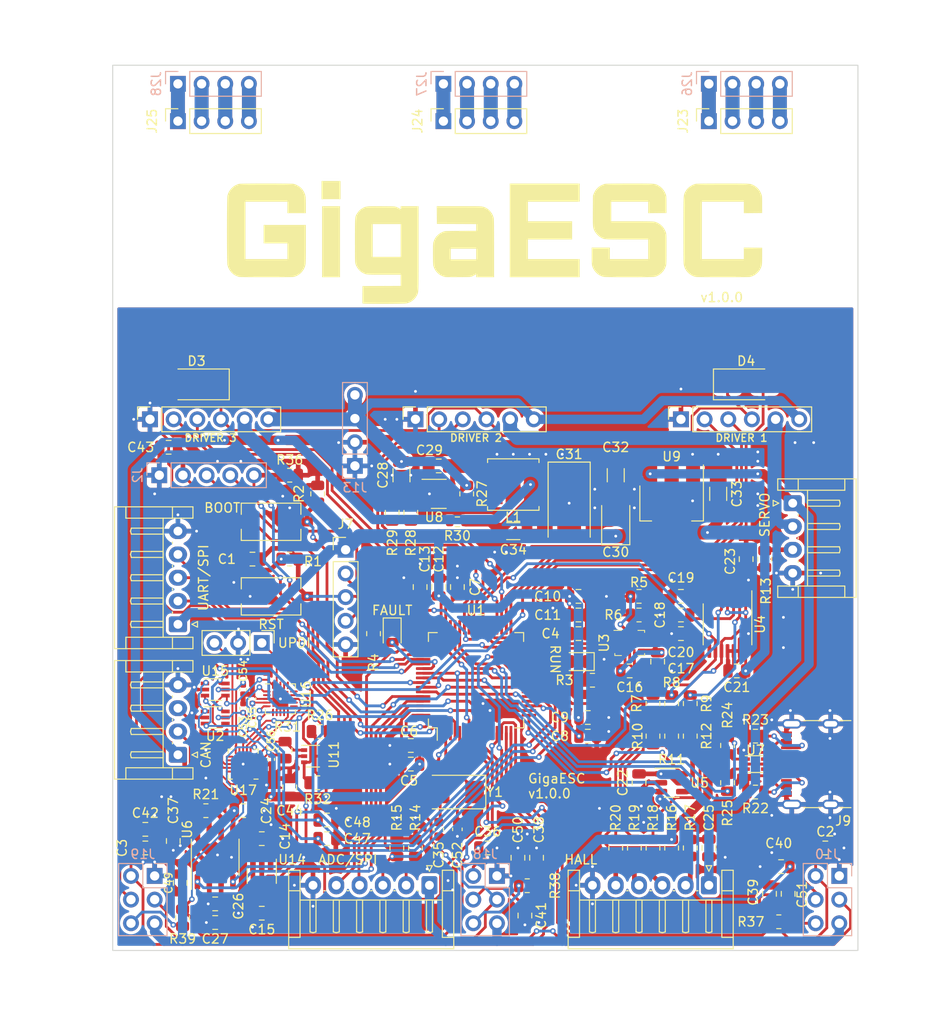
<source format=kicad_pcb>
(kicad_pcb (version 20221018) (generator pcbnew)
  (layers (0 "F.Cu" signal) (31 "B.Cu" signal) (34 "B.Paste" user) (35 "F.Paste" user) (36 "B.SilkS" user "B.Silkscreen") (37 "F.SilkS" user "F.Silkscreen") (38 "B.Mask" user) (39 "F.Mask" user) (44 "Edge.Cuts" user))
  (net 0 "")
  (net 1 "NRST")
  (net 2 "GND")
  (net 3 "Net-(U1-PH0)")
  (net 4 "Net-(U1-VCAP_1)")
  (net 5 "+3.3V")
  (net 6 "Net-(U1-VCAP_2)")
  (net 7 "+5V")
  (net 8 "+3.3VADC")
  (net 9 "Net-(U4-1B)")
  (net 10 "Net-(U4-2B)")
  (net 11 "Net-(U4-3B)")
  (net 12 "SERVO")
  (net 13 "TEMPMOTOR")
  (net 14 "Net-(U8-BOOT)")
  (net 15 "Net-(U8-SW)")
  (net 16 "Net-(U8-EN)")
  (net 17 "Net-(U8-FB)")
  (net 18 "Net-(D1-K)")
  (net 19 "LED_RUN")
  (net 20 "Net-(D2-K)")
  (net 21 "LED_FAULT")
  (net 22 "+15V")
  (net 23 "Net-(J1-Pin_3)")
  (net 24 "SCK_ADC_EXT")
  (net 25 "MISO_ADC_EXT2")
  (net 26 "TX_SCL_MOSI")
  (net 27 "RX_SDA_NSS")
  (net 28 "IN_V")
  (net 30 "AUX_FAULT")
  (net 31 "SENS_FILTER_ENABLE")
  (net 32 "AUX_ENABLE")
  (net 33 "CLEAR_HW_FAULT")
  (net 34 "POWER_STAGE_LOCKOUT")
  (net 35 "POWER_STAGE_DISABLE")
  (net 36 "SWDIO")
  (net 37 "SWCLK")
  (net 38 "TEMPMOTOR_IN")
  (net 39 "Net-(J5-Pin_3)")
  (net 40 "Net-(J5-Pin_4)")
  (net 41 "Net-(J5-Pin_5)")
  (net 42 "VSENSE1")
  (net 43 "VSENSE2")
  (net 44 "VSENSE3")
  (net 45 "L1")
  (net 46 "L2")
  (net 47 "L3")
  (net 48 "H1")
  (net 49 "H2")
  (net 50 "H3")
  (net 51 "CURR_TRIP_LOW")
  (net 52 "CURR_TRIP_HIGH")
  (net 53 "MOSTEMP3")
  (net 54 "MOSTEMP2")
  (net 55 "MOSTEMP1")
  (net 56 "Net-(J8-Pin_2)")
  (net 57 "Net-(J8-Pin_3)")
  (net 58 "Net-(U7-VBUS)")
  (net 59 "Net-(J9-CC1)")
  (net 60 "Net-(J9-D+-PadA6)")
  (net 61 "Net-(J9-D--PadA7)")
  (net 63 "Net-(J9-CC2)")
  (net 65 "BOOT")
  (net 66 "IMU_SDA")
  (net 67 "IMU_SCL")
  (net 68 "HALL3")
  (net 69 "HALL3_IN")
  (net 70 "HALL2")
  (net 71 "HALL2_IN")
  (net 72 "HALL1")
  (net 73 "HALL1_IN")
  (net 74 "Net-(U5-COM)")
  (net 75 "Net-(R24-Pad1)")
  (net 76 "USBD+")
  (net 77 "Net-(R25-Pad1)")
  (net 78 "USBD-")
  (net 79 "Net-(U1-PH1)")
  (net 80 "EXT2_TX_SCK")
  (net 81 "EXT2_RX_MISO")
  (net 82 "Net-(R28-Pad2)")
  (net 83 "EXT2_MOSI")
  (net 84 "SENSOR_VOLTAGE_SELECT")
  (net 85 "HALL_FILTER_ENABLE")
  (net 86 "CANRx")
  (net 87 "CANTx")
  (net 94 "CURR3_FILTERED")
  (net 95 "CURR2_FILTERED")
  (net 96 "CURR1_FILTERED")
  (net 97 "Net-(U16-PA4)")
  (net 98 "Net-(U17-PA4)")
  (net 99 "SCL")
  (net 100 "SDA")
  (net 102 "CURR1")
  (net 103 "/HardwareProtection/UPDI")
  (net 104 "/HardwareProtection/UPDI2")
  (net 105 "CURR2")
  (net 106 "CURR3")
  (net 107 "Net-(J23-Pin_1)")
  (net 108 "Net-(J23-Pin_2)")
  (net 109 "Net-(J23-Pin_3)")
  (net 110 "Net-(J23-Pin_4)")
  (net 111 "Net-(J24-Pin_1)")
  (net 112 "Net-(J24-Pin_2)")
  (net 113 "Net-(J24-Pin_3)")
  (net 114 "Net-(J24-Pin_4)")
  (net 115 "Net-(J25-Pin_1)")
  (net 116 "Net-(J25-Pin_2)")
  (net 117 "Net-(J25-Pin_3)")
  (net 118 "Net-(J25-Pin_4)")
  (net 136 "Net-(D3-A)")
  (net 137 "Net-(D4-A)")
  (footprint "Resistor_SMD:R_0805_2012Metric" (layer "F.Cu") (at 185 108)
    (fp_text reference "R22")
    (fp_text value "5.1k")
  )
  (footprint "Resistor_SMD:R_0805_2012Metric" (layer "F.Cu") (at 126 110 180)
    (fp_text reference "R21")
    (fp_text value "120")
  )
  (footprint "Package_DFN_QFN:VQFN-20-1EP_3x3mm_P0.4mm_EP1.7x1.7mm" (layer "F.Cu") (at 134 98)
    (fp_text reference "U16")
    (fp_text value "ATTINY1616-MNR")
  )
  (footprint "Diode_SMD:D_SMA" (layer "F.Cu") (at 125 64.25 180)
    (fp_text reference "D3")
    (fp_text value "SS14")
  )
  (footprint "Connector_PinSocket_2.54mm:PinSocket_1x04_P2.54mm_Vertical" (layer "F.Cu") (at 180 36 90)
    (fp_text reference "J23")
    (fp_text value "Output")
  )
  (footprint "Package_SO:SOP-8_3.9x4.9mm_P1.27mm" (layer "F.Cu") (at 127 115 90)
    (fp_text reference "U6")
    (fp_text value "TJA1051T-3")
  )
  (footprint "Capacitor_SMD:C_0805_2012Metric" (layer "F.Cu") (at 160.25 121.25 -90)
    (fp_text reference "C41")
    (fp_text value "1n")
  )
  (footprint "Capacitor_SMD:C_0402_1005Metric" (layer "F.Cu") (at 130 97 -90)
    (fp_text reference "C54")
    (fp_text value "1u")
  )
  (footprint "Capacitor_SMD:C_0805_2012Metric" (layer "F.Cu") (at 172.5 107 -90)
    (fp_text reference "C22")
    (fp_text value "100n")
  )
  (footprint "Resistor_SMD:R_0805_2012Metric" (layer "F.Cu") (at 148 78 -90)
    (fp_text reference "R28")
    (fp_text value "33k")
  )
  (footprint "Resistor_SMD:R_0805_2012Metric" (layer "F.Cu") (at 170 114 -90)
    (fp_text reference "R20")
    (fp_text value "100")
  )
  (footprint "Resistor_SMD:R_0805_2012Metric" (layer "F.Cu") (at 176 98.5 -90)
    (fp_text reference "R8")
    (fp_text value "2.2k")
  )
  (footprint "Connector_PinSocket_2.54mm:PinSocket_1x04_P2.54mm_Vertical" (layer "F.Cu") (at 151.5 36 90)
    (fp_text reference "J24")
    (fp_text value "Output")
  )
  (footprint "Resistor_SMD:R_0805_2012Metric" (layer "F.Cu") (at 138 107 180)
    (fp_text reference "R32")
    (fp_text value "10k")
  )
  (footprint "Capacitor_SMD:C_0805_2012Metric" (layer "F.Cu") (at 148 103)
    (fp_text reference "C6")
    (fp_text value "100n")
  )
  (footprint "Capacitor_SMD:C_0805_2012Metric" (layer "F.Cu") (at 131 83 180)
    (fp_text reference "C1")
    (fp_text value "100n")
  )
  (footprint "Connector_PinHeader_2.54mm:PinHeader_1x05_P2.54mm_Vertical" (layer "F.Cu") (at 141 82)
    (fp_text reference "J7")
    (fp_text value "JTAG")
  )
  (footprint "Capacitor_SMD:C_0805_2012Metric" (layer "F.Cu") (at 167 102 180)
    (fp_text reference "C8")
    (fp_text value "10n")
  )
  (footprint "Package_DFN_QFN:VQFN-20-1EP_3x3mm_P0.4mm_EP1.7x1.7mm" (layer "F.Cu") (at 130 105 180)
    (fp_text reference "U17")
    (fp_text value "ATTINY1616-MNR")
  )
  (footprint "LED_SMD:LED_0805_2012Metric" (layer "F.Cu") (at 166 94 180)
    (fp_text reference "D1" hide)
    (fp_text value "L_RUN")
  )
  (footprint "Package_TO_SOT_SMD:SOT-23-5" (layer "F.Cu") (at 132 117 -90)
    (fp_text reference "U14")
    (fp_text value "LM4128AMF-3.3")
  )
  (footprint "Capacitor_SMD:C_1206_3216Metric" (layer "F.Cu") (at 181 76 90)
    (fp_text reference "C33")
    (fp_text value "22u 25V")
  )
  (footprint "Capacitor_SMD:C_0805_2012Metric" (layer "F.Cu") (at 153 86 90)
    (fp_text reference "C7")
    (fp_text value "1u")
  )
  (footprint "Resistor_SMD:R_0805_2012Metric" (layer "F.Cu") (at 178 102 90)
    (fp_text reference "R12")
    (fp_text value "2.2k")
  )
  (footprint "Capacitor_SMD:C_0805_2012Metric" (layer "F.Cu") (at 149 86 -90)
    (fp_text reference "C13")
    (fp_text value "100n")
  )
  (footprint "Inductor_SMD:L_Sunlord_SWPA5040S" (layer "F.Cu") (at 159 75)
    (fp_text reference "L1")
    (fp_text value "5.6uH")
  )
  (footprint "Capacitor_SMD:C_0805_2012Metric" (layer "F.Cu") (at 119.5 114)
    (fp_text reference "C3")
    (fp_text value "1n")
  )
  (footprint "Resistor_SMD:R_0805_2012Metric" (layer "F.Cu") (at 148.5 114 -90)
    (fp_text reference "R14")
    (fp_text value "10k")
  )
  (footprint "Capacitor_SMD:C_0603_1608Metric" (layer "F.Cu") (at 151 112 90)
    (fp_text reference "C35")
    (fp_text value "20p")
  )
  (footprint "GigaVescLibs:logo" (layer "F.Cu") (at 157 49)
    (fp_text reference "G***" hide)
    (fp_text value "LOGO" hide)
  )
  (footprint "Capacitor_SMD:C_0805_2012Metric" (layer "F.Cu") (at 122.5 113.25 -90)
    (fp_text reference "C37")
    (fp_text value "1n")
  )
  (footprint "Capacitor_SMD:C_0805_2012Metric" (layer "F.Cu") (at 135 107.5 90)
    (fp_text reference "C44")
    (fp_text value "100n")
  )
  (footprint "Package_SO:TSSOP-14_4.4x5mm_P0.65mm" (layer "F.Cu") (at 182 90 -90)
    (fp_text reference "U4")
    (fp_text value "SN74CBT3126PWR")
  )
  (footprint "Button_Switch_SMD:SW_Tactile_SPST_NO_Straight_CK_PTS636Sx25SMTRLFS" (layer "F.Cu") (at 133 87 180)
    (fp_text reference "SW3" hide)
    (fp_text value "RST")
  )
  (footprint "Package_TO_SOT_SMD:SOT-223-3_TabPin2" (layer "F.Cu") (at 176 77 -90)
    (fp_text reference "U9")
    (fp_text value "AMS1117-3.3")
  )
  (footprint "Crystal:Crystal_SMD_5032-2Pin_5.0x3.2mm" (layer "F.Cu") (at 153 108 180)
    (fp_text reference "Y1")
    (fp_text value "X50328MSB2GI")
  )
  (footprint "Capacitor_SMD:C_0805_2012Metric" (layer "F.Cu") (at 159.5 115.05 90)
    (fp_text reference "C50")
    (fp_text value "220p 50v")
  )
  (footprint "Capacitor_SMD:C_0805_2012Metric" (layer "F.Cu") (at 122 71 180)
    (fp_text reference "C43")
    (fp_text value "1n")
  )
  (footprint "Capacitor_SMD:C_1206_3216Metric" (layer "F.Cu") (at 170 74 -90)
    (fp_text reference "C32")
    (fp_text value "22u 25V")
  )
  (footprint "Capacitor_Tantalum_SMD:CP_EIA-3528-15_AVX-H" (layer "F.Cu") (at 170 79 90)
    (fp_text reference "C30")
    (fp_text value "100uF 6.3V Tant")
  )
  (footprint "Capacitor_SMD:C_1206_3216Metric" (layer "F.Cu") (at 147 74 -90)
    (fp_text reference "C28")
    (fp_text value "47u 25V")
  )
  (footprint "Package_LGA:Bosch_LGA-14_3x2.5mm_P0.5mm" (layer "F.Cu") (at 171.5 92)
    (fp_text reference "U3")
    (fp_text value "LSM6DS3TR-C")
  )
  (footprint "Capacitor_SMD:C_0805_2012Metric" (layer "F.Cu") (at 177 87 180)
    (fp_text reference "C19")
    (fp_text value "5n6")
  )
  (footprint "Capacitor_SMD:C_0805_2012Metric" (layer "F.Cu") (at 180 114 -90)
    (fp_text reference "C25")
    (fp_text value "1u")
  )
  (footprint "Capacitor_SMD:C_0805_2012Metric" (layer "F.Cu") (at 151 86 -90)
    (fp_text reference "C12")
    (fp_text value "10n")
  )
  (footprint "Capacitor_SMD:C_0805_2012Metric" (layer "F.Cu") (at 161.5 115.05 90)
    (fp_text reference "C38")
    (fp_text value "1n")
  )
  (footprint "Resistor_SMD:R_0805_2012Metric" (layer "F.Cu") (at 134.5 103.5 90)
    (fp_text reference "R31")
    (fp_text value "10k")
  )
  (footprint "Capacitor_SMD:C_0805_2012Metric" (layer "F.Cu") (at 166 89 180)
    (fp_text reference "C11")
    (fp_text value "100n")
  )
  (footprint "Capacitor_SMD:C_0805_2012Metric" (layer "F.Cu") (at 166 87 180)
    (fp_text reference "C10")
    (fp_text value "10n")
  )
  (footprint "Resistor_SMD:R_0805_2012Metric" (layer "F.Cu") (at 138 76 90)
    (fp_text reference "R2")
    (fp_text value "3.3k")
  )
  (footprint "Capacitor_SMD:C_0805_2012Metric" (layer "F.Cu") (at 167 100 180)
    (fp_text reference "C9")
    (fp_text value "100n")
  )
  (footprint "Connector_PinSocket_2.54mm:PinSocket_1x06_P2.54mm_Vertical" (layer "F.Cu") (at 148.5 68 90)
    (fp_text reference "J14" hide)
    (fp_text value "Input")
  )
  (footprint "Resistor_SMD:R_0805_2012Metric" (layer "F.Cu") (at 174 102 90)
    (fp_text reference "R10")
    (fp_text value "2.2k")
  )
  (footprint "Resistor_SMD:R_0603_1608Metric" (layer "F.Cu") (at 153 79)
    (fp_text reference "R30")
    (fp_text value "40.2k")
  )
  (footprint "Resistor_SMD:R_0805_2012Metric" (layer "F.Cu") (at 146 78 90)
    (fp_text reference "R29")
    (fp_text value "7.68k")
  )
  (footprint "Capacitor_SMD:C_0805_2012Metric" (layer "F.Cu") (at 139 113)
    (fp_text reference "C47")
    (fp_text value "1u")
  )
  (footprint "Connector_PinHeader_2.54mm:PinHeader_1x03_P2.54mm_Vertical" (layer "F.Cu") (at 132 92 -90)
    (fp_text reference "J12" hide)
    (fp_text value "UpdiConn")
  )
  (footprint "Connector_JST:JST_EH_S5B-EH_1x05_P2.50mm_Horizontal" (layer "F.Cu") (at 123 90 90)
    (fp_text reference "J6" hide)
    (fp_text value "UartSpi")
  )
  (footprint "Connector_PinSocket_2.54mm:PinSocket_1x06_P2.54mm_Vertical" (layer "F.Cu") (at 120 68 90)
    (fp_text reference "J16" hide)
    (fp_text value "Input")
  )
  (footprint "Capacitor_SMD:C_0805_2012Metric" (layer "F.Cu") (at 187.75 116 180)
    (fp_text reference "C40")
    (fp_text value "1n")
  )
  (footprint "Resistor_SMD:R_0805_2012Metric" (layer "F.Cu") (at 138.25 101.5)
    (fp_text reference "R26")
    (fp_text value "10k")
  )
  (footprint "Resistor_SMD:R_0805_2012Metric" (layer "F.Cu") (at 182 107 -90)
    (fp_text reference "R25")
    (fp_text value "22")
  )
  (footprint "Capacitor_SMD:C_0805_2012Metric" (layer "F.Cu") (at 119.5 112)
    (fp_text reference "C42")
    (fp_text value "1n")
  )
  (footprint "Resistor_SMD:R_0805_2012Metric" (layer "F.Cu") (at 172 114 -90)
    (fp_text reference "R19")
    (fp_text value "100")
  )
  (footprint "Resistor_SMD:R_0805_2012Metric" (layer "F.Cu") (at 172.5 87 180)
    (fp_text reference "R5")
    (fp_text value "4.7k")
  )
  (footprint "Package_TO_SOT_SMD:Texas_R-PDSO-G6" (layer "F.Cu") (at 127 100)
    (fp_text reference "U2")
    (fp_text value "TPL0401A-10DCKR")
  )
  (footprint "Diode_SMD:D_SMA" (layer "F.Cu") (at 184 64.25)
    (fp_text reference "D4")
    (fp_text value "SS14")
  )
  (footprint "Resistor_SMD:R_0805_2012Metric" (layer "F.Cu") (at 176 102 90)
    (fp_text reference "R11")
    (fp_text value "2.2k")
  )
  (footprint "Capacitor_SMD:C_0805_2012Metric" (layer "F.Cu") (at 192.5 114)
    (fp_text reference "C2")
    (fp_text value "1n")
  )
  (footprint "Resistor_SMD:R_0805_2012Metric" (layer "F.Cu") (at 182 103 90)
    (fp_text reference "R24")
    (fp_text value "22")
  )
  (footprint "Capacitor_SMD:C_0603_1608Metric" (layer "F.Cu") (at 153 112 -90)
    (fp_text reference "C52")
    (fp_text value "20p")
  )
  (footprint "Resistor_SMD:R_0805_2012Metric" (layer "F.Cu") (at 176 114 -90)
    (fp_text reference "R16")
    (fp_text value "10k")
  )
  (footprint "Capacitor_SMD:C_0805_2012Metric" (layer "F.Cu") (at 148 105)
    (fp_text reference "C5")
    (fp_text value "10n")
  )
  (footprint "Connector_PinSocket_2.54mm:PinSocket_1x04_P2.54mm_Vertical" (layer "F.Cu") (at 123 36 90)
    (fp_text reference "J25")
    (fp_text value "Output")
  )
  (footprint "Package_TO_SOT_SMD:TSOT-23-6" (layer "F.Cu") (at 151 76)
    (fp_text reference "U8")
    (fp_text value "ZTP7193Y")
  )
  (footprint "Resistor_SMD:R_0805_2012Metric" (layer "F.Cu") (at 144 91 -90)
    (fp_text reference "R4")
    (fp_text value "10k")
  )
  (footprint "Capacitor_Tantalum_SMD:CP_EIA-7343-31_Kemet-D" (layer "F.Cu") (at 165 77 -90)
    (fp_text reference "C31")
    (fp_text value "100uF 25V Tant")
  )
  (footprint "Capacitor_SMD:C_0805_2012Metric" (layer "F.Cu") (at 151 73)
    (fp_text reference "C29")
    (fp_text value "100n 100V")
  )
  (footprint "Capacitor_SMD:C_0805_2012Metric" (layer "F.Cu") (at 127 122 180)
    (fp_text reference "C27")
    (fp_text value "2.2u")
  )
  (footprint "Capacitor_SMD:C_0805_2012Metric" (layer "F.Cu") (at 132 113)
    (fp_text reference "C14")
    (fp_text value "1u")
  )
  (footprint "Button_Switch_SMD:SW_Tactile_SPST_NO_Straight_CK_PTS636Sx25SMTRLFS" (layer "F.Cu") (at 133 79)
    (fp_text reference "SW1" hide)
    (fp_text value "BOOT")
  )
  (footprint "Capacitor_SMD:C_0805_2012Metric" (layer "F.Cu") (at 174.5 94 -90)
    (fp_text reference "C17")
    (fp_text value "100n")
  )
  (footprint "Resistor_SMD:R_0805_2012Metric" (layer "F.Cu") (at 167.5 96)
    (fp_text reference "R3")
    (fp_text value "10k")
  )
  (footprint "Connector_USB:USB_C_Receptacle_GCT_USB4105-xx-A_16P_TopMnt_Horizontal" (layer "F.Cu") (at 192 105 90)
    (fp_text reference "J9")
    (fp_text value "USBC Socket")
  )
  (footprint "Capacitor_SMD:C_0805_2012Metric" (layer "F.Cu") (at 123.25 117.75 90)
    (fp_text reference "C49")
    (fp_text value "220p 50v")
  )
  (footprint "Resistor_SMD:R_0805_2012Metric" (layer "F.Cu") (at 186 83 -90)
    (fp_text reference "R13")
    (fp_text value "220")
  )
  (footprint "Resistor_SMD:R_0805_2012Metric" (layer "F.Cu") (at 174 114 -90)
    (fp_text reference "R18")
    (fp_text value "100")
  )
  (footprint "Package_TO_SOT_SMD:SOT-23-6" (layer "F.Cu") (at 176 107)
    (fp_text reference "U5")
    (fp_text value "RS2057XH")
  )
  (footprint "Capacitor_SMD:C_0402_1005Metric" (layer "F.Cu") (at 131 98 90)
    (fp_text reference "C55")
    (fp_text value "1u")
  )
  (footprint "Capacitor_SMD:C_0805_2012Metric" (layer "F.Cu") (at 132 121 180)
    (fp_text reference "C15")
    (fp_text value "1u")
  )
  (footprint "Capacitor_SMD:C_0805_2012Metric" (layer "F.Cu") (at 171.5 95)
    (fp_text reference "C16")
    (fp_text value "100n")
  )
  (footprint "Resistor_SMD:R_0805_2012Metric" (layer "F.Cu") (at 154 76 -90)
    (fp_text reference "R27")
    (fp_text value "100k")
  )
  (footprint "Connector_PinSocket_2.54mm:PinSocket_1x06_P2.54mm_Vertical" (layer "F.Cu") (at 177 68 90)
    (fp_text reference "J3" hide)
    (fp_text value "Input")
  )
  (footprint "Resistor_SMD:R_0805_2012Metric" (layer "F.Cu") (at 187.5075 121.92 180)
    (fp_text reference "R37")
    (fp_text value "2.2k")
  )
  (footprint "Package_QFP:LQFP-64_10x10mm_P0.5mm" (layer "F.Cu") (at 155 96 90)
    (fp_text reference "U1")
    (fp_text value "STM32F405RGT6")
  )
  (footprint "Capacitor_SMD:C_0402_1005Metric" (layer "F.Cu") (at 130 99 90)
    (fp_text reference "C53")
    (fp_text value "1u")
  )
  (footprint "Capacitor_SMD:C_0805_2012Metric" (layer "F.Cu") (at 166 91)
    (fp_text reference "C4")
    (fp_text value "1u")
  )
  (footprint "Connector_JST:JST_EH_S4B-EH_1x04_P2.50mm_Horizontal" (layer "F.Cu") (at 189 77 -90)
    (fp_text reference "J1" hide)
    (fp_text value "ServoConn")
  )
  (footprint "Capacitor_SMD:C_0805_2012Metric" (layer "F.Cu") (at 188.5075 118.92 90)
    (fp_text reference "C51")
    (fp_text value "220p 50v")
  )
  (footprint "Capacitor_SMD:C_0805_2012Metric" (layer "F.Cu") (at 156.25 114)
    (fp_text reference "C36")
    (fp_text value "1n")
  )
  (footprint "Capacitor_SMD:C_0805_2012Metric" (layer "F.Cu") (at 139 111)
    (fp_text reference "C48")
    (fp_text value "1u")
  )
  (footprint "Capacitor_SMD:C_0805_2012Metric" (layer "F.Cu") (at 184 83 90)
    (fp_text reference "C23")
    (fp_text value "100n")
  )
  (footprint "Resistor_SMD:R_0805_2012Metric" (layer "F.Cu") (at 146.5 114 -90)
    (fp_text reference "R15")
    (fp_text value "10k")
  )
  (footprint "Capacitor_SMD:C_0805_2012Metric" (layer "F.Cu") (at 186.5075 118.92 90)
    (fp_text reference "C39")
    (fp_text value "1n")
  )
  (footprint "Resistor_SMD:R_0805_2012Metric" (layer "F.Cu") (at 135 74)
    (fp_text reference "R36")
    (fp_text value "10k")
  )
  (footprint "Capacitor_SMD:C_0805_2012Metric" (layer "F.Cu") (at 183 95 180)
    (fp_text reference "C21")
    (fp_text value "100n")
  )
  (footprint "Connector_JST:JST_EH_S6B-EH_1x06_P2.50mm_Horizontal" (layer "F.Cu") (at 180 118 180)
    (fp_text reference "J5" hide)
    (fp_text value "HallConn")
  )
  (footprint "Resistor_SMD:R_0805_2012Metric" (layer "F.Cu") (at 172.5 89 180)
    (fp_text reference "R6")
    (fp_text value "4.7k")
  )
  (footprint "Capacitor_SMD:C_0402_1005Metric" (layer "F.Cu") (at 133 104.5 -90)
    (fp_text reference "C56")
    (fp_text value "1u")
  )
  (footprint "Connector_JST:JST_EH_S4B-EH_1x04_P2.50mm_Horizontal" (layer "F.Cu") (at 123 104 90)
    (fp_text reference "J8" hide)
    (fp_text value "CANConn")
  )
  (footprint "Capacitor_SMD:C_0805_2012Metric" (layer "F.Cu") (at 127 120 180)
    (fp_text reference "C26")
    (fp_text value "100n")
  )
  (footprint "Connector_JST:JST_EH_S6B-EH_1x06_P2.50mm_Horizontal" (layer "F.Cu") (at 150 118 180)
    (fp_text reference "J4" hide)
    (fp_text value "ADCConn")
  )
  (footprint "Resistor_SMD:R_0805_2012Metric" (layer "F.Cu") (at 135 83)
    (fp_text reference "R1")
    (fp_text value "10k")
  )
  (footprint "Resistor_SMD:R_0805_2012Metric" (layer "F.Cu") (at 160.5 118.05)
    (fp_text reference "R38")
    (fp_text value "2.2k")
  )
  (footprint "Package_TO_SOT_SMD:Texas_R-PDSO-G6" (layer "F.Cu") (at 127 97)
    (fp_text reference "U15")
    (fp_text value "TPL0401B-10DCKR")
  )
  (footprint "Package_TO_SOT_SMD:SOT-666" (layer "F.Cu") (at 185 105)
    (fp_text reference "U7")
    (fp_text value "USBLC6-2P6")
  )
  (footprint "LED_SMD:LED_0805_2012Metric" (layer "F.Cu") (at 146 91 -90)
    (fp_text reference "D2" hide)
    (fp_text value "L_FAULT")
  )
  (footprint "Capacitor_SMD:C_1206_3216Metric" (layer "F.Cu") (at 159 80)
    (fp_text reference "C34")
    (fp_text value "22u 25V")
  )
  (footprint "Capacitor_SMD:C_0805_2012Metric" (layer "F.Cu") (at 130 110)
    (fp_text reference "C24")
    (fp_text value "100n")
  )
  (footprint "Resistor_SMD:R_0805_2012Metric" (layer "F.Cu") (at 178 98.5 -90)
    (fp_text reference "R9")
    (fp_text value "2.2k")
  )
  (footprint "Capacitor_SMD:C_0805_2012Metric" (layer "F.Cu") (at 177 89 180)
    (fp_text reference "C18")
    (fp_text value "5n6")
  )
  (footprint "Resistor_SMD:R_0805_2012Metric" (layer "F.Cu") (at 123.5 121.5 90)
    (fp_text reference "R39")
    (fp_text value "2.2k")
  )
  (footprint "Resistor_SMD:R_0805_2012Metric" (layer "F.Cu") (at 178 114 90)
    (fp_text reference "R17")
    (fp_text value "2.2k")
  )
  (footprint "Resistor_SMD:R_0805_2012Metric" (layer "F.Cu") (at 174 98.5 -90)
    (fp_text reference "R7")
    (fp_text value "2.2k")
  )
  (footprint "Package_TO_SOT_SMD:SOT-363_SC-70-6" (layer "F.Cu") (at 137.5 104.15)
    (fp_text reference "U11")
    (fp_text value "SN74LVC1G332DCKR")
  )
  (footprint "Capacitor_SMD:C_0805_2012Metric" (layer "F.Cu") (at 177 91 180)
    (fp_text reference "C20")
    (fp_text value "5n6")
  )
  (footprint "Resistor_SMD:R_0805_2012Metric" (layer "F.Cu") (at 185 102)
    (fp_text reference "R23")
    (fp_text value "5.1k")
  )
  (footprint "Connector_PinHeader_2.54mm:PinHeader_2x03_P2.54mm_Vertical" (layer "B.Cu") (at 194 117 180)
    (fp_text reference "J10")
    (fp_text value "PhaseConn1")
  )
  (footprint "Connector_PinHeader_2.54mm:PinHeader_1x04_P2.54mm_Vertical" (layer "B.Cu") (at 142 73)
    (fp_text reference "J13")
    (fp_text value "VINConn")
  )
  (footprint "Connector_PinHeader_2.54mm:PinHeader_1x05_P2.54mm_Vertical" (layer "B.Cu") (at 121 74 -90)
    (fp_text reference "J2")
    (fp_text value "AuxConn")
  )
  (footprint "Connector_PinHeader_2.54mm:PinHeader_2x03_P2.54mm_Vertical" (layer "B.Cu") (at 157.25 117 180)
    (fp_text reference "J18")
    (fp_text value "PhaseConn1")
  )
  (footprint "Connector_PinHeader_2.54mm:PinHeader_1x04_P2.54mm_Vertical" (layer "B.Cu") (at 180 32 -90)
    (fp_text reference "J26")
    (fp_text value "OutputDown")
  )
  (footprint "Connector_PinHeader_2.54mm:PinHeader_1x04_P2.54mm_Vertical" (layer "B.Cu") (at 151.5 32 -90)
    (fp_text reference "J27")
    (fp_text value "OutputDown")
  )
  (footprint "Connector_PinHeader_2.54mm:PinHeader_2x03_P2.54mm_Vertical" (layer "B.Cu") (at 120.5 117 180)
    (fp_text reference "J19")
    (fp_text value "PhaseConn1")
  )
  (footprint "Connector_PinHeader_2.54mm:PinHeader_1x04_P2.54mm_Vertical" (layer "B.Cu") (at 123 32 -90)
    (fp_text reference "J28")
    (fp_text value "OutputDown")
  )
  (gr_rect (start 116 30) (end 196 125) (stroke (width 0.1)) (fill none) (layer "Edge.Cuts"))
  (gr_text "GigaESC\nv1.0.0" (at 160.5 108.75) (layer "F.SilkS") (effects (font (size 1 1)) (justify left bottom)))
  (gr_text "v1.0.0" (at 179 55.5) (layer "F.SilkS") (effects (font (size 1 1)) (justify left bottom)))
  (segment (start 135.9125 83) (end 135.9125 86.0375) (width 0.5) (layer "F.Cu") (net 1))
  (segment (start 153.437181 94.312819) (end 151.124362 92) (width 0.3) (layer "F.Cu") (net 1))
  (segment (start 133.1 81.85) (end 134.7625 81.85) (width 0.5) (layer "F.Cu") (net 1))
  (segment (start 146.15 87.65) (end 142.796447 87.65) (width 0.3) (layer "F.Cu") (net 1))
  (segment (start 134.7625 81.85) (end 135.9125 83) (width 0.5) (layer "F.Cu") (net 1))
  (segment (start 142.796447 87.65) (end 142.146447 87) (width 0.3) (layer "F.Cu") (net 1))
  (segment (start 151.124362 92) (end 150.5 92) (width 0.3) (layer "F.Cu") (net 1))
  (segment (start 131.95 83) (end 133.1 81.85) (width 0.5) (layer "F.Cu") (net 1))
  (segment (start 135.9125 86.0375) (end 136.875 87) (width 0.5) (layer "F.Cu") (net 1))
  (segment (start 154.25 100.25) (end 154 100) (width 0.3) (layer "F.Cu") (net 1))
  (segment (start 154.25 101.675) (end 154.25 100.25) (width 0.3) (layer "F.Cu") (net 1))
  (segment (start 150.5 92) (end 146.15 87.65) (width 0.3) (layer "F.Cu") (net 1))
  (segment (start 141.08 87) (end 141 87.08) (width 0.3) (layer "F.Cu") (net 1))
  (segment (start 142.146447 87) (end 141.08 87) (width 0.3) (layer "F.Cu") (net 1))
  (via (at 154 100) (size 0.6) (drill 0.3) (layers "F.Cu" "B.Cu") (net 1))
  (via (at 153.437181 94.312819) (size 0.6) (drill 0.3) (layers "F.Cu" "B.Cu") (net 1))
  (via (at 136.875 87) (size 0.6) (drill 0.3) (layers "F.Cu" "B.Cu") (net 1))
  (segment (start 140.92 87) (end 136.875 87) (width 0.3) (layer "B.Cu") (net 1))
  (segment (start 141 87.08) (end 140.92 87) (width 0.3) (layer "B.Cu") (net 1))
  (segment (start 153.437181 94.312819) (end 154 94.875638) (width 0.3) (layer "B.Cu") (net 1))
  (segment (start 154 94.875638) (end 154 100) (width 0.3) (layer "B.Cu") (net 1))
  (segment (start 148 99.25) (end 147 100.25) (width 0.3) (layer "F.Cu") (net 2))
  (segment (start 172.25 94.9625) (end 172.2 95.0125) (width 0.3) (layer "F.Cu") (net 2))
  (segment (start 130.05 83) (end 130.05 86.075) (width 0.5) (layer "F.Cu") (net 2))
  (segment (start 182.05 95) (end 182.05 92.9125) (width 0.3) (layer "F.Cu") (net 2))
  (segment (start 173.45 107) (end 174.8625 107) (width 0.5) (layer "F.Cu") (net 2))
  (segment (start 184.7 105) (end 184.75 104.95) (width 0.3) (layer "F.Cu") (net 2))
  (segment (start 123.25 116) (end 122.5 115.25) (width 0.5) (layer "F.Cu") (net 2))
  (segment (start 194 114.55) (end 193.45 114) (width 0.5) (layer "F.Cu") (net 2))
  (segment (start 184.75 107.3375) (end 184.0875 108) (width 0.3) (layer "F.Cu") (net 2))
  (segment (start 130.5 93.75) (end 131 94.25) (width 0.5) (layer "F.Cu") (net 2))
  (segment (start 126.05 121.25) (end 126.05 122) (width 0.3) (layer "F.Cu") (net 2))
  (segment (start 170.2375 91.25) (end 169.575 91.25) (width 0.3) (layer "F.Cu") (net 2))
  (segment (start 184.075 105) (end 184.7 105) (width 0.3) (layer "F.Cu") (net 2))
  (segment (start 184.75 104.95) (end 184.75 102.6625) (width 0.3) (layer "F.Cu") (net 2))
  (segment (start 193.075 100.68) (end 188.895 100.68) (width 0.5) (layer "F.Cu") (net 2))
  (segment (start 136.55 104.15) (end 135.925 104.15) (width 0.3) (layer "F.Cu") (net 2))
  (segment (start 166.95 91) (end 166.95 89) (width 0.5) (layer "F.Cu") (net 2))
  (segment (start 150 76) (end 150.423528 76) (width 0.5) (layer "F.Cu") (net 2))
  (segment (start 157.25 117) (end 158.75 117) (width 0.5) (layer "F.Cu") (net 2))
  (segment (start 120.5 115.5) (end 120.5 114.05) (width 0.5) (layer "F.Cu") (net 2))
  (segment (start 182.65 92.8625) (end 183.3 92.8625) (width 0.3) (layer "F.Cu") (net 2))
  (segment (start 126.365 117.625) (end 126.365 119.685) (width 0.5) (layer "F.Cu") (net 2))
  (segment (start 131.45 105) (end 132.98 105) (width 0.2) (layer "F.Cu") (net 2))
  (segment (start 150 114.5875) (end 150 116) (width 0.5) (layer "F.Cu") (net 2))
  (segment (start 126.25 119.8) (end 126.25 120) (width 0.5) (layer "F.Cu") (net 2))
  (segment (start 126.25 114.75) (end 127.25 114.75) (width 0.3) (layer "F.Cu") (net 2))
  (segment (start 166.95 89) (end 166.95 87) (width 0.5) (layer "F.Cu") (net 2))
  (segment (start 157.25 114.1) (end 157.25 114) (width 0.3) (layer "F.Cu") (net 2))
  (segment (start 150 116) (end 149.75 116.25) (width 0.5) (layer "F.Cu") (net 2))
  (segment (start 123.25 116.8) (end 123.25 116) (width 0.5) (layer "F.Cu") (net 2))
  (segment (start 148.5 113.0875) (end 150 114.5875) (width 0.5) (layer "F.Cu") (net 2))
  (segment (start 132 115.8625) (end 132 115) (width 0.5) (layer "F.Cu") (net 2))
  (segment (start 125.9 97) (end 125 97) (width 0.3) (layer "F.Cu") (net 2))
  (segment (start 120.45 112) (end 120.45 114) (width 0.5) (layer "F.Cu") (net 2))
  (segment (start 149.325 99.25) (end 148 99.25) (width 0.3) (layer "F.Cu") (net 2))
  (segment (start 132.95 114.05) (end 132.95 113) (width 0.5) (layer "F.Cu") (net 2))
  (segment (start 184.7 105) (end 184.75 105.05) (width 0.3) (layer "F.Cu") (net 2))
  (segment (start 182.65 92.8625) (end 182.65 94.4) (width 0.3) (layer "F.Cu") (net 2))
  (segment (start 133 98) (end 134 98) (width 0.2) (layer "F.Cu") (net 2))
  (segment (start 187.8 101.8) (end 186.75 100.75) (width 0.3) (layer "F.Cu") (net 2))
  (segment (start 147.525 76) (end 147 75.475) (width 0.5) (layer "F.Cu") (net 2))
  (segment (start 188.32 108.745) (end 188.895 109.32) (width 0.5) (layer "F.Cu") (net 2))
  (segment (start 132.75 104.98) (end 132.5 105.23) (width 0.3) (layer "F.Cu") (net 2))
  (segment (start 132.98 105) (end 133 104.98) (width 0.2) (layer "F.Cu") (net 2))
  (segment (start 182.65 94.4) (end 182.05 95) (width 0.3) (layer "F.Cu") (net 2))
  (segment (start 125.095 112.375) (end 125.095 113.595) (width 0.3) (layer "F.Cu") (net 2))
  (segment (start 167.9 102) (end 167.9 100) (width 0.5) (layer "F.Cu") (net 2))
  (segment (start 120.5 114.05) (end 120.45 114) (width 0.5) (layer "F.Cu") (net 2))
  (segment (start 135.75 104.325) (end 135.75 105.8) (width 0.3) (layer "F.Cu") (net 2))
  (segment (start 131 94.25) (end 131 97.52) (width 0.5) (layer "F.Cu") (net 2))
  (segment (start 147 102.95) (end 147.05 103) (width 0.3) (layer "F.Cu") (net 2))
  (segment (start 157.25 117) (end 157.25 114.05) (width 0.5) (layer "F.Cu") (net 2))
  (segment (start 130.04 97.52) (end 130 97.48) (width 0.5) (layer "F.Cu") (net 2))
  (segment (start 188.32 108.2) (end 188.32 108.745) (width 0.5) (layer "F.Cu") (net 2))
  (segment (start 172 93.0125) (end 172 94.8125) (width 0.3) (layer "F.Cu") (net 2))
  (segment (start 184.75 105.05) (end 184.75 107.3375) (width 0.3) (layer "F.Cu") (net 2))
  (segment (start 182 92.8625) (end 182.65 92.8625) (width 0.3) (layer "F.Cu") (net 2))
  (segment (start 156.75 101.675) (end 156.75 100.384747) (width 0.3) (layer "F.Cu") (net 2))
  (segment (start 131.45 105) (end 130 105) (width 0.2) (layer "F.Cu") (net 2))
  (segment (start 187.8 108.2) (end 186.75 109.25) (width 0.3) (layer "F.Cu") (net 2))
  (segment (start 157.01 114.34) (end 157.25 114.1) (width 0.3) (layer "F.Cu") (net 2))
  (segment (start 151 76.576472) (end 151 77.25) (width 0.5) (layer "F.Cu") (net 2))
  (segment (start 188.32 108.2) (end 187.8 108.2) (width 0.3) (layer "F.Cu") (net 2))
  (segment (start 147 100.25) (end 147 102.5) (width 0.3) (layer "F.Cu") (net 2))
  (segment (start 151 85.05) (end 149 85.05) (width 0.3) (layer "F.Cu") (net 2))
  (segment (start 132.5 105.23) (end 132.5 107.25) (width 0.3) (layer "F.Cu") (net 2))
  (segment (start 157.884747 99.25) (end 160.675 99.25) (width 0.3) (layer "F.Cu") (net 2))
  (segment (start 157.35 114) (end 157.2 114.15) (width 0.3) (layer "F.Cu") (net 2))
  (segment (start 132.55 98) (end 133 98) (width 0.2) (layer "F.Cu") (net 2))
  (segment (start 169 93.5) (end 168.75 93.75) (width 0.3) (layer "F.Cu") (net 2))
  (segment (start 146 77.0875) (end 146 76.475) (width 0.5) (layer "F.Cu") (net 2))
  (segment (start 174.25 94.9625) (end 172.25 94.9625) (width 0.3) (layer "F.Cu") (net 2))
  (segment (start 150.423528 76) (end 151 76.576472) (width 0.5) (layer "F.Cu") (net 2))
  (segment (start 172 94.8125) (end 172.2 95.0125) (width 0.3) (layer "F.Cu") (net 2))
  (segment (start 149.8625 76) (end 150 76) (width 0.5) (layer "F.Cu") (net 2))
  (segment (start 186.75 109.25) (end 186.75 110.5) (width 0.3) (layer "F.Cu") (net 2))
  (segment (start 126.05 120) (end 126.05 120) (width 0.5) (layer "F.Cu") (net 2))
  (segment (start 169.575 91.25) (end 169 91.825) (width 0.3) (layer "F.Cu") (net 2))
  (segment (start 125.9 100) (end 125 100) (width 0.3) (layer "F.Cu") (net 2))
  (segment (start 125 97) (end 124.75 96.75) (width 0.3) (layer "F.Cu") (net 2))
  (segment (start 150 76) (end 147.525 76) (width 0.5) (layer "F.Cu") (net 2))
  (segment (start 147.05 105) (end 147.05 103) (width 0.5) (layer "F.Cu") (net 2))
  (segment (start 131 97.52) (end 130.04 97.52) (width 0.5) (layer "F.Cu") (net 2))
  (segment (start 125 100) (end 124.5 99.5) (width 0.3) (layer "F.Cu") (net 2))
  (segment (start 135.925 104.15) (end 135.75 104.325) (width 0.3) (layer "F.Cu") (net 2))
  (segment (start 193.075 109.32) (end 188.895 109.32) (width 0.5) (layer "F.Cu") (net 2))
  (segment (start 131.48 98) (end 131 97.52) (width 0.2) (layer "F.Cu") (net 2))
  (segment (start 188.32 101.255) (end 188.895 100.68) (width 0.5) (layer "F.Cu") (net 2))
  (segment (start 125.095 113.595) (end 126.25 114.75) (width 0.3) (layer "F.Cu") (net 2))
  (segment (start 132 115) (end 132.95 114.05) (width 0.5) (layer "F.Cu") (net 2))
  (segment (start 133 98) (end 131.48 98) (width 0.2) (layer "F.Cu") (net 2))
  (segment (start 188.32 101.8) (end 188.32 101.255) (width 0.5) (layer "F.Cu") (net 2))
  (segment (start 122.5 115.25) (end 122.5 114.25) (width 0.5) (layer "F.Cu") (net 2))
  (segment (start 146 76.475) (end 147 75.475) (width 0.5) (layer "F.Cu") (net 2))
  (segment (start 131.05 119.95) (end 131.05 121) (width 0.5) (layer "F.Cu") (net 2))
  (segment (start 157.25 114.05) (end 157.2 114) (width 0.5) (layer "F.Cu") (net 2))
  (segment (start 169 91.825) (end 169 93.5) (width 0.3) (layer "F.Cu") (net 2))
  (segment (start 153 112.75) (end 153 112.775) (width 0.5) (layer "F.Cu") (net 2))
  (segment (start 135.75 105.8) (end 135 106.55) (width 0.3) (layer "F.Cu") (net 2))
  (segment (start 120.5 117) (end 120.5 115.5) (width 0.5) (layer "F.Cu") (net 2))
  (segment (start 184.75 102.6625) (end 184.0875 102) (width 0.3) (layer "F.Cu") (net 2))
  (segment (start 151 112.775) (end 153 112.75) (width 0.5) (layer "F.Cu") (net 2))
  (segment (start 132 115.8625) (end 132 119) (width 0.5) (layer "F.Cu") (net 2))
  (segment (start 194 117) (end 194 115.25) (width 0.5) (layer "F.Cu") (net 2))
  (segment (start 156.75 100.384747) (end 157.884747 99.25) (width 0.3) (layer "F.Cu") (net 2))
  (segment (start 183.3 93.75) (end 182.05 95) (width 0.3) (layer "F.Cu") (net 2))
  (segment (start 130.05 86.075) (end 129.125 87) (width 0.5) (layer "F.Cu") (net 2))
  (segment (start 126.25 120) (end 126.05 120) (width 0.5) (layer "F.Cu") (net 2))
  (segment (start 171.5 94.3125) (end 172.2 95.0125) (width 0.3) (layer "F.Cu") (net 2))
  (segment (start 157.25 114) (end 157.35 114) (width 0.3) (layer "F.Cu") (net 2))
  (segment (start 126.365 119.685) (end 126.25 119.8) (width 0.5) (layer "F.Cu") (net 2))
  (segment (start 171.5 93.0125) (end 171.5 94.3125) (width 0.3) (layer "F.Cu") (net 2))
  (segment (start 194 115.25) (end 194 114.55) (width 0.5) (layer "F.Cu") (net 2))
  (segment (start 183.3 92.8625) (end 183.3 93.75) (width 0.3) (layer "F.Cu") (net 2))
  (segment (start 130 98.52) (end 130 97.48) (width 0.5) (layer "F.Cu") (net 2))
  (segment (start 132 119) (end 131.05 119.95) (width 0.5) (layer "F.Cu") (net 2))
  (segment (start 186.75 100.75) (end 186.75 100.25) (width 0.3) (layer "F.Cu") (net 2))
  (segment (start 147 102.5) (end 147 102.95) (width 0.3) (layer "F.Cu") (net 2))
  (segment (start 182.05 92.9125) (end 182 92.8625) (width 0.3) (layer "F.Cu") (net 2))
  (segment (start 126.05 121.25) (end 126.05 120) (width 0.5) (layer "F.Cu") (net 2))
  (segment (start 172.5 107.95) (end 173.45 107) (width 0.5) (layer "F.Cu") (net 2))
  (segment (start 188.32 101.8) (end 187.8 101.8) (width 0.3) (layer "F.Cu") (net 2))
  (via (at 183.75 100.25) (size 0.6) (drill 0.3) (layers "F.Cu" "B.Cu") (net 2))
  (via (at 140 109.75) (size 0.6) (drill 0.3) (layers "F.Cu" "B.Cu") (net 2))
  (via (at 119.25 115.5) (size 0.6) (drill 0.3) (layers "F.Cu" "B.Cu") (net 2))
  (via (at 167.5 116) (size 0.6) (drill 0.3) (layers "F.Cu" "B.Cu") (net 2))
  (via (at 157.25 71.75) (size 0.6) (drill 0.3) (layers "F.Cu" "B.Cu") (net 2))
  (via (at 129 85.5) (size 0.6) (drill 0.3) (layers "F.Cu" "B.Cu") (net 2))
  (via (at 127.25 72.5) (size 0.6) (drill 0.3) (layers "F.Cu" "B.Cu") (net 2))
  (via (at 186.75 100.25) (size 0.6) (drill 0.3) (layers "F.Cu" "B.Cu") (net 2))
  (via (at 178.25 76.75) (size 0.6) (drill 0.3) (layers "F.Cu" "B.Cu") (net 2))
  (via (at 120.5 110.5) (size 0.6) (drill 0.3) (layers "F.Cu" "B.Cu") (net 2))
  (via (at 125 80) (size 0.6) (drill 0.3) (layers "F.Cu" "B.Cu") (net 2))
  (via (at 123.25 113.75) (size 0.6) (drill 0.3) (layers "F.Cu" "B.Cu") (net 2))
  (via (at 185.25 77.25) (size 0.6) (drill 0.3) (layers "F.Cu" "B.Cu") (net 2))
  (via (at 120.5 115.5) (size 0.6) (drill 0.3) (layers "F.Cu" "B.Cu") (net 2))
  (via (at 174.75 89) (size 0.6) (drill 0.3) (layers "F.Cu" "B.Cu") (net 2))
  (via (at 165 77) (size 0.6) (drill 0.3) (layers "F.Cu" "B.Cu") (net 2))
  (via (at 172.75 109.5) (size 0.6) (drill 0.3) (layers "F.Cu" "B.Cu") (net 2))
  (via (at 128.75 115) (size 0.6) (drill 0.3) (layers "F.Cu" "B.Cu") (net 2))
  (via (at 136.5 115) (size 0.6) (drill 0.3) (layers "F.Cu" "B.Cu") (net 2))
  (via (at 124.75 96.75) (size 0.6) (drill 0.3) (layers "F.Cu" "B.Cu") (net 2))
  (via (at 149 83.5) (size 0.6) (drill 0.3) (layers "F.Cu" "B.Cu") (net 2))
  (via (at 185.25 76) (size 0.6) (drill 0.3) (layers "F.Cu" "B.Cu") (net 2))
  (via (at 193 99.25) (size 0.6) (drill 0.3) (layers "F.Cu" "B.Cu") (net 2))
  (via (at 164.25 71.75) (size 0.6) (drill 0.3) (layers "F.Cu" "B.Cu") (net 2))
  (via (at 189.25 70.5) (size 0.6) (drill 0.3) (layers "F.Cu" "B.Cu") (net 2))
  (via (at 132.5 107.25) (size 0.6) (drill 0.3) (layers "F.Cu" "B.Cu") (net 2))
  (via (at 152 117.5) (size 0.6) (drill 0.3) (layers "F.Cu" "B.Cu") (net 2))
  (via (at 150 76) (size 0.6) (drill 0.3) (layers "F.Cu" "B.Cu") (net 2))
  (via (at 185.5 116) (size 0.6) (drill 0.3) (layers "F.Cu" "B.Cu") (net 2))
  (via (at 149.75 116.25) (size 0.6) (drill 0.3) (layers "F.Cu" "B.Cu") (net 2))
  (via (at 159.5 114) (size 0.6) (drill 0.3) (layers "F.Cu" "B.Cu") (net 2))
  (via (at 194 115.25) (size 0.6) (drill 0.3) (layers "F.Cu" "B.Cu") (net 2))
  (via (at 188 89.25) (size 0.6) (drill 0.3) (layers "F.Cu" "B.Cu") (net 2))
  (via (at 157 82.25) (size 0.6) (drill 0.3) (layers "F.Cu" "B.Cu") (net 2))
  (via (at 135.5 118) (size 0.6) (drill 0.3) (layers "F.Cu" "B.Cu") (net 2))
  (via (at 126.25 120) (size 0.6) (drill 0.3) (layers "F.Cu" "B.Cu") (net 2))
  (via (at 133 111.5) (size 0.6) (drill 0.3) (layers "F.Cu" "B.Cu") (net 2))
  (via (at 134.25 113) (size 0.6) (drill 0.3) (layers "F.Cu" "B.Cu") (net 2))
  (via (at 159.5 112.5) (size 0.6) (drill 0.3) (layers "F.Cu" "B.Cu") (net 2))
  (via (at 129.5 90.5) (size 0.6) (drill 0.3) (layers "F.Cu" "B.Cu") (net 2))
  (via (at 158.75 117) (size 0.6) (drill 0.3) (layers "F.Cu" "B.Cu") (net 2))
  (via (at 122.5 114.25) (size 0.6) (drill 0.3) (layers "F.Cu" "B.Cu") (net 2))
  (via (at 193.5 112.5) (size 0.6) (drill 0.3) (layers "F.Cu" "B.Cu") (net 2))
  (via (at 167.5 120) (size 0.6) (drill 0.3) (layers "F.Cu" "B.Cu") (net 2))
  (via (at 181.75 115) (size 0.6) (drill 0.3) (layers "F.Cu" "B.Cu") (net 2))
  (via (at 153 112.75) (size 0.6) (drill 0.3) (layers "F.Cu" "B.Cu") (net 2))
  (via (at 147.25 85) (size 0.6) (drill 0.3) (layers "F.Cu" "B.Cu") (net 2))
  (via (at 148 74) (size 0.6) (drill 0.3) (layers "F.Cu" "B.Cu") (net 2))
  (via (at 184.25 91) (size 0.6) (drill 0.3) (layers "F.Cu" "B.Cu") (net 2))
  (via (at 122.25 108.5) (size 0.6) (drill 0.3) (layers "F.Cu" "B.Cu") (net 2))
  (via (at 156.5 99.25) (size 0.6) (drill 0.3) (layers "F.Cu" "B.Cu") (net 2))
  (via (at 189 86.25) (size 0.6) (drill 0.3) (layers "F.Cu" "B.Cu") (net 2))
  (via (at 160.25 122.25) (size 0.6) (drill 0.3) (layers "F.Cu" "B.Cu") (net 2))
  (via (at 123 94.75) (size 0.6) (drill 0.3) (layers "F.Cu" "B.Cu") (net 2))
  (via (at 148.5 110.75) (size 0.6) (drill 0.3) (layers "F.Cu" "B.Cu") (net 2))
  (via (at 165.75 118) (size 0.6) (drill 0.3) (layers "F.Cu" "B.Cu") (net 2))
  (via (at 181 71.75) (size 0.6) (drill 0.3) (layers "F.Cu" "B.Cu") (net 2))
  (via (at 172 77.5) (size 0.6) (drill 0.3) (layers "F.Cu" "B.Cu") (net 2))
  (via (at 160.5 112.5) (size 0.6) (drill 0.3) (layers "F.Cu" "B.Cu") (net 2))
  (via (at 153 85) (size 0.6) (drill 0.3) (layers "F.Cu" "B.Cu") (net 2))
  (via (at 172 75.5) (size 0.6) (drill 0.3) (layers "F.Cu" "B.Cu") (net 2))
  (via (at 176 85.25) (size 0.6) (drill 0.3) (layers "F.Cu" "B.Cu") (net 2))
  (via (at 188.75 99.25) (size 0.6) (drill 0.3) (layers "F.Cu" "B.Cu") (net 2))
  (via (at 162.5 71.75) (size 0.6) (drill 0.3) (layers "F.Cu" "B.Cu") (net 2))
  (via (at 130.75 87) (size 0.6) (drill 0.3) (layers "F.Cu" "B.Cu") (net 2))
  (via (at 186.75 110.5) (size 0.6) (drill 0.3) (layers "F.Cu" "B.Cu") (net 2))
  (via (at 163.25 88.25) (size 0.6) (drill 0.3) (layers "F.Cu" "B.Cu") (net 2))
  (via (at 159 71.75) (size 0.6) (drill 0.3) (layers "F.Cu" "B.Cu") (net 2))
  (via (at 146.5 110.75) (size 0.6) (drill 0.3) (layers "F.Cu" "B.Cu") (net 2))
  (via (at 156.25 115) (size 0.6) (drill 0.3) (layers "F.Cu" "B.Cu") (net 2))
  (via (at 145.75 103) (size 0.6) (drill 0.3) (layers "F.Cu" "B.Cu") (net 2))
  (via (at 169 87) (size 0.6) (drill 0.3) (layers "F.Cu" "B.Cu") (net 2))
  (via (at 120.5 76) (size 0.6) (drill 0.3) (layers "F.Cu" "B.Cu") (net 2))
  (via (at 129.75 72.5) (size 0.6) (drill 0.3) (layers "F.Cu" "B.Cu") (net 2))
  (via (at 160.75 71.75) (size 0.6) (drill 0.3) (layers "F.Cu" "B.Cu") (net 2))
  (via (at 148.5 65) (size 0.6) (drill 0.3) (layers "F.Cu" "B.Cu") (net 2))
  (via (at 169.25 100) (size 0.6) (drill 0.3) (layers "F.Cu" "B.Cu") (net 2))
  (via (at 130.5 93.75) (size 0.6) (drill 0.3) (layers "F.Cu" "B.Cu") (net 2))
  (via (at 185.25 72.5) (size 0.6) (drill 0.3) (layers "F.Cu" "B.Cu") (net 2))
  (via (at 188 92.5) (size 0.6) (drill 0.3) (layers "F.Cu" "B.Cu") (net 2))
  (via (at 120 66.25) (size 0.6) (drill 0.3) (layers "F.Cu" "B.Cu") (net 2))
  (via (at 193 110.75) (size 0.6) (drill 0.3) (layers "F.Cu" "B.Cu") (net 2))
  (via (at 192 84.5) (size 0.6) (drill 0.3) (layers "F.Cu" "B.Cu") (net 2))
  (via (at 126 103.5) (size 0.6) (drill 0.3) (layers "F.Cu" "B.Cu") (net 2))
  (via (at 129.75 93.75) (size 0.6) (drill 0.3) (layers "F.Cu" "B.Cu") (net 2))
  (via (at 140.25 70.5) (size 0.6) (drill 0.3) (layers "F.Cu" "B.Cu") (net 2))
  (via (at 124.5 99.5) (size 0.6) (drill 0.3) (layers "F.Cu" "B.Cu") (net 2))
  (via (at 129.5 121) (size 0.6) (drill 0.3) (layers "F.Cu" "B.Cu") (net 2))
  (via (at 134.25 76.25) (size 0.6) (drill 0.3) (layers "F.Cu" "B.Cu") (net 2))
  (via (at 187.25 84.5) (size 0.6) (drill 0.3) (layers "F.Cu" "B.Cu") (net 2))
  (via (at 168.25 109.75) (size 0.6) (drill 0.3) (layers "F.Cu" "B.Cu") (net 2))
  (via (at 132.25 110) (size 0.6) (drill 0.3) (layers "F.Cu" "B.Cu") (net 2))
  (via (at 145.25 68) (size 0.6) (drill 0.3) (layers "F.Cu" "B.Cu") (net 2))
  (via (at 135 77.5) (size 0.6) (drill 0.3) (layers "F.Cu" "B.Cu") (net 2))
  (via (at 123 78.25) (size 0.6) (drill 0.3) (layers "F.Cu" "B.Cu") (net 2))
  (via (at 158.25 82.25) (size 0.6) (drill 0.3) (layers "F.Cu" "B.Cu") (net 2))
  (via (at 143.8005 73) (size 0.6) (drill 0.3) (layers "F.Cu" "B.Cu") (net 2))
  (via (at 153 83.75) (size 0.6) (drill 0.3) (layers "F.Cu" "B.Cu") (net 2))
  (via (at 118.25 68) (size 0.6) (drill 0.3) (layers "F.Cu" "B.Cu") (net 2))
  (via (at 185.25 71.5) (size 0.6) (drill 0.3) (layers "F.Cu" "B.Cu") (net 2))
  (via (at 145.75 105) (size 0.6) (drill 0.3) (layers "F.Cu" "B.Cu") (net 2))
  (via (at 146.5 68) (size 0.6) (drill 0.3) (layers "F.Cu" "B.Cu") (net 2))
  (via (at 121.25 108.5) (size 0.6) (drill 0.3) (layers "F.Cu" "B.Cu") (net 2))
  (via (at 161.75 122) (size 0.6) (drill 0.3) (layers "F.Cu" "B.Cu") (net 2))
  (via (at 184.25 85.25) (size 0.6) (drill 0.3) (layers "F.Cu" "B.Cu") (net 2))
  (via (at 152.5 118.5) (size 0.6) (drill 0.3) (layers "F.Cu" "B.Cu") (net 2))
  (via (at 176 91) (size 0.6) (drill 0.3) (layers "F.Cu" "B.Cu") (net 2))
  (via (at 167.75 75.5) (size 0.6) (drill 0.3) (layers "F.Cu" "B.Cu") (net 2))
  (via (at 193 108) (size 0.6) (drill 0.3) (layers "F.Cu" "B.Cu") (net 2))
  (via (at 157.25 114) (size 0.6) (drill 0.3) (layers "F.Cu" "B.Cu") (net 2))
  (via (at 169.25 101.5) (size 0.6) (drill 0.3) (layers "F.Cu" "B.Cu") (net 2))
  (via (at 141.25 111) (size 0.6) (drill 0.3) (layers "F.Cu" "B.Cu") (net 2))
  (via (at 146 74) (size 0.6) (drill 0.3) (layers "F.Cu" "B.Cu") (net 2))
  (via (at 126 106.5) (size 0.6) (drill 0.3) (layers "F.Cu" "B.Cu") (net 2))
  (via (at 127.25 114.75) (size 0.6) (drill 0.3) (layers "F.Cu" "B.Cu") (net 2))
  (via (at 176 95) (size 0.6) (drill 0.3) (layers "F.Cu" "B.Cu") (net 2))
  (via (at 134 98) (size 0.6) (drill 0.3) (layers "F.Cu" "B.Cu") (net 2))
  (via (at 137.5 120.25) (size 0.6) (drill 0.3) (layers "F.Cu" "B.Cu") (net 2))
  (via (at 172.5 96.5) (size 0.6) (drill 0.3) (layers "F.Cu" "B.Cu") (net 2))
  (via (at 191.25 70.5) (size 0.6) (drill 0.3) (layers "F.Cu" "B.Cu") (net 2))
  (via (at 130 105) (size 0.6) (drill 0.3) (layers "F.Cu" "B.Cu") (net 2))
  (via (at 167.75 77.5) (size 0.6) (drill 0.3) (layers "F.Cu" "B.Cu") (net 2))
  (via (at 183.75 103.5) (size 0.6) (drill 0.3) (layers "F.Cu" "B.Cu") (net 2))
  (via (at 177 64.75) (size 0.6) (drill 0.3) (layers "F.Cu" "B.Cu") (net 2))
  (via (at 173 111.25) (size 0.6) (drill 0.3) (layers "F.Cu" "B.Cu") (net 2))
  (via (at 131 122.5) (size 0.6) (drill 0.3) (layers "F.Cu" "B.Cu") (net 2))
  (via (at 155.75 98.5) (size 0.6) (drill 0.3) (layers "F.Cu" "B.Cu") (net 2))
  (via (at 194.5 114) (size 0.6) (drill 0.3) (layers "F.Cu" "B.Cu") (net 2))
  (via (at 126.05 122) (size 0.6) (drill 0.3) (layers "F.Cu" "B.Cu") (net 2))
  (via (at 168.75 93.75) (size 0.6) (drill 0.3) (layers "F.Cu" "B.Cu") (net 2))
  (via (at 186.75 114.5) (size 0.6) (drill 0.3) (layers "F.Cu" "B.Cu") (net 2))
  (via (at 193 102.25) (size 0.6) (drill 0.3) (layers "F.Cu" "B.Cu") (net 2))
  (via (at 161.5 114) (size 0.6) (drill 0.3) (layers "F.Cu" "B.Cu") (net 2))
  (via (at 178.25 71.75) (size 0.6) (drill 0.3) (layers "F.Cu" "B.Cu") (net 2))
  (segment (start 153.25 101.675) (end 153.25 105.625) (width 0.3) (layer "F.Cu") (net 3))
  (segment (start 151 110.95) (end 151.15 110.8) (width 0.3) (layer "F.Cu") (net 3))
  (segment (start 153.25 105.625) (end 151.15 107.725) (width 0.3) (layer "F.Cu") (net 3))
  (segment (start 151.15 110.8) (end 151.15 107.725) (width 0.3) (layer "F.Cu") (net 3))
  (segment (start 163.757106 91) (end 165.05 91) (width 0.3) (layer "F.Cu") (net 4))
  (segment (start 160.675 92.75) (end 162.007106 92.75) (width 0.3) (layer "F.Cu") (net 4))
  (segment (start 162.007106 92.75) (end 163.757106 91) (width 0.3) (layer "F.Cu") (net 4))
  (segment (start 132.75 103.794975) (end 131.944975 104.6) (width 0.2) (layer "F.Cu") (net 5))
  (segment (start 134.5 104.4125) (end 134.1075 104.02) (width 0.3) (layer "F.Cu") (net 5))
  (segment (start 165.05 85.9375) (end 165.4875 85.5) (width 0.5) (layer "F.Cu") (net 5))
  (segment (start 151 86.95) (end 149 86.95) (width 0.3) (layer "F.Cu") (net 5))
  (segment (start 166 102) (end 166 100) (width 0.5) (layer "F.Cu") (net 5))
  (segment (start 131.175 84.175) (end 131 84) (width 0.5) (layer "F.Cu") (net 5))
  (segment (start 170.55 95) (end 170.5 95) (width 0.5) (layer "F.Cu") (net 5))
  (segment (start 165.4875 85.5) (end 171.9125 85.5) (width 0.5) (layer "F.Cu") (net 5))
  (segment (start 174.25 90.1) (end 173.1625 89.0125) (width 0.5) (layer "F.Cu") (net 5))
  (segment (start 151 103) (end 148.95 103) (width 0.3) (layer "F.Cu") (net 5))
  (segment (start 125.9 96.35) (end 126 96.25) (width 0.2) (layer "F.Cu") (net 5))
  (segment (start 174.25 93.0625) (end 174.25 90.1) (width 0.5) (layer "F.Cu") (net 5))
  (segment (start 183.95 95.168503) (end 179.900001 99.218502) (width 1) (layer "F.Cu") (net 5))
  (segment (start 148.207106 99.75) (end 147.5 100.457106) (width 0.3) (layer "F.Cu") (net 5))
  (segment (start 171 93.0125) (end 171 94.3125) (width 0.3) (layer "F.Cu") (net 5))
  (segment (start 149.325 99.75) (end 148.207106 99.75) (width 0.3) (layer "F.Cu") (net 5))
  (segment (start 151.25 87.2) (end 151 86.95) (width 0.3) (layer "F.Cu") (net 5))
  (segment (start 138.9125 107) (end 138.9125 108.4125) (width 0.3) (layer "F.Cu") (net 5))
  (segment (start 183.95 92.8625) (end 183.95 95) (width 0.3) (layer "F.Cu") (net 5))
  (segment (start 176 112.202082) (end 176 113.0875) (width 1) (layer "F.Cu") (net 5))
  (segment (start 137.75 104.075) (end 137.825 104.15) (width 0.3) (layer "F.Cu") (net 5))
  (segment (start 181 77.475) (end 181 79) (width 1) (layer "F.Cu") (net 5))
  (segment (start 137.825 104.15) (end 137.75 104.225) (width 0.3) (layer "F.Cu") (net 5))
  (segment (start 176 73.85) (end 176 80.15) (width 1.5) (layer "F.Cu") (net 5))
  (segment (start 137.3375 101.5) (end 137.75 101.9125) (width 0.3) (layer "F.Cu") (net 5))
  (segment (start 173.1625 87.0125) (end 173.5 87.35) (width 0.3) (layer "F.Cu") (net 5))
  (segment (start 174.75 108.75) (end 174.75 108.0625) (width 0.5) (layer "F.Cu") (net 5))
  (segment (start 174.75 108.0625) (end 174.8625 107.95) (width 0.5) (layer "F.Cu") (net 5))
  (segment (start 129 109.95) (end 129.05 110) (width 0.5) (layer "F.Cu") (net 5))
  (segment (start 137.75 101.9125) (end 137.75 104.075) (width 0.3) (layer "F.Cu") (net 5))
  (segment (start 166.05 100) (end 166 100) (width 1) (layer "F.Cu") (net 5))
  (segment (start 151.25 90.325) (end 151.25 87.2) (width 0.3) (layer "F.Cu") (net 5))
  (segment (start 160.675 98.75) (end 161.962134 98.75) (width 0.3) (layer "F.Cu") (net 5))
  (segment (start 151.25 102.75) (end 151 103) (width 0.3) (layer "F.Cu") (net 5))
  (segment (start 147.5 101.55) (end 148.95 103) (width 0.3) (layer "F.Cu") (net 5))
  (segment (start 129.75 108.5) (end 129.05 109.2) (width 1) (layer "F.Cu") (net 5))
  (segment (start 129.75 108.5) (end 133 108.5) (width 1) (layer "F.Cu") (net 5))
  (segment (start 147.5 100.457106) (end 147.5 101.55) (width 0.3) (layer "F.Cu") (net 5))
  (segment (start 173.5 87.35) (end 173.5 88.675) (width 0.3) (layer "F.Cu") (net 5))
  (segment (start 132.75 103.75) (end 132.75 103.794975) (width 0.2) (layer "F.Cu") (net 5))
  (segment (start 131 98.48) (end 131.08 98.4) (width 0.2) (layer "F.Cu") (net 5))
  (segment (start 151.25 101.675) (end 151.25 102.75) (width 0.3) (layer "F.Cu") (net 5))
  (segment (start 179.85 80.15) (end 176 80.15) (width 1.5) (layer "F.Cu") (net 5))
  (segment (start 129.05 109.2) (end 129.05 110) (width 1) (layer "F.Cu") (net 5))
  (segment (start 128.925 112.355) (end 128.905 112.375) (width 0.5) (layer "F.Cu") (net 5))
  (segment (start 148.95 105) (end 148.95 103) (width 0.3) (layer "F.Cu") (net 5))
  (segment (start 137.75 104.225) (end 137.75 105.8375) (width 0.3) (layer "F.Cu") (net 5))
  (segment (start 173.95 92.7625) (end 174.25 93.0625) (width 0.3) (layer "F.Cu") (net 5))
  (segment (start 172.5125 92.7625) (end 173.95 92.7625) (width 0.3) (layer "F.Cu") (net 5))
  (segment (start 131.944975 104.6) (end 131.45 104.6) (width 0.2) (layer "F.Cu") (net 5))
  (segment (start 161.962134 98.75) (end 162.231067 99.018933) (width 0.3) (layer "F.Cu") (net 5))
  (segment (start 131 80.875) (end 129.125 79) (width 0.5) (layer "F.Cu") (net 5))
  (segment (start 170 80.5375) (end 175.6125 80.5375) (width 1.5) (layer "F.Cu") (net 5))
  (segment (start 131 84) (end 131 80.875) (width 0.5) (layer "F.Cu") (net 5))
  (segment (start 138.45 104.15) (end 137.825 104.15) (width 0.3) (layer "F.Cu") (net 5))
  (segment (start 171.9125 85.5) (end 173.4125 87) (width 0.5) (layer "F.Cu") (net 5))
  (segment (start 134.0875 83) (end 132.9125 84.175) (width 0.5) (layer "F.Cu") (net 5))
  (segment (start 161.8 92.25) (end 165.05 89) (width 0.3) (layer "F.Cu") (net 5))
  (segment (start 179.900001 108.302081) (end 176 112.202082) (width 1) (layer "F.Cu") (net 5))
  (segment (start 129 109) (end 129 109.95) (width 0.5) (layer "F.Cu") (net 5))
  (segment (start 171 94.3125) (end 170.40625 94.90625) (width 0.3) (layer "F.Cu") (net 5))
  (segment (start 170.5 95) (end 170.40625 94.90625) (width 0.5) (layer "F.Cu") (net 5))
  (segment (start 133 108.5) (end 138.9 108.5) (width 1) (layer "F.Cu") (net 5))
  (segment (start 132.9125 84.175) (end 131.175 84.175) (width 0.5) (layer "F.Cu") (net 5))
  (segment (start 128.925 110.125) (end 128.925 112.355) (width 0.5) (layer "F.Cu") (net 5))
  (segment (start 129.05 110) (end 128.925 110.125) (width 0.5) (layer "F.Cu") (net 5))
  (segment (start 134.1075 104.02) (end 133 104.02) (width 0.3) (layer "F.Cu") (net 5))
  (segment (start 172 90.9875) (end 172 90.175) (width 0.3) (layer "F.Cu") (net 5))
  (segment (start 131.08 98.4) (end 132.55 98.4) (width 0.2) (layer "F.Cu") (net 5))
  (segment (start 175.6125 80.5375) (end 176 80.15) (width 1.5) (layer "F.Cu") (net 5))
  (segment (start 165.05 87) (end 165.05 85.9375) (width 0.5) (layer "F.Cu") (net 5))
  (segment (start 179.900001 99.218502) (end 179.900001 108.302081) (width 1) (layer "F.Cu") (net 5))
  (segment (start 173.5 88.675) (end 173.1625 89.0125) (width 0.3) (layer "F.Cu") (net 5))
  (segment (start 172 90.175) (end 173.1625 89.0125) (width 0.3) (layer "F.Cu") (net 5))
  (segment (start 165.05 87) (end 165.05 89) (width 0.3) (layer "F.Cu") (net 5))
  (segment (start 160.675 92.25) (end 161.8 92.25) (width 0.3) (layer "F.Cu") (net 5))
  (segment (start 181 79) (end 179.85 80.15) (width 1) (layer "F.Cu") (net 5))
  (segment (start 137.75 105.8375) (end 138.9125 107) (width 0.3) (layer "F.Cu") (net 5))
  (segment (start 183.95 95) (end 183.95 95.168503) (width 1) (layer "F.Cu") (net 5))
  (via (at 148.95 105) (size 0.6) (drill 0.3) (layers "F.Cu" "B.Cu") (net 5))
  (via (at 151 86.95) (size 0.6) (drill 0.3) (layers "F.Cu" "B.Cu") (net 5))
  (via (at 166 100) (size 0.6) (drill 0.3) (layers "F.Cu" "B.Cu") (net 5))
  (via (at 132.75 103.75) (size 0.6) (drill 0.3) (layers "F.Cu" "B.Cu") (net 5))
  (via (at 165.05 87.75) (size 0.6) (drill 0.3) (layers "F.Cu" "B.Cu") (net 5))
  (via (at 170.5 95) (size 0.6) (drill 0.3) (layers "F.Cu" "B.Cu") (net 5))
  (via (at 166.05 102) (size 0.6) (drill 0.3) (layers "F.Cu" "B.Cu") (net 5))
  (via (at 174.75 108.75) (size 0.6) (drill 0.3) (layers "F.Cu" "B.Cu") (net 5))
  (via (at 174.923666 93.028817) (size 0.6) (drill 0.3) (layers "F.Cu" "B.Cu") (net 5))
  (via (at 165.05 87) (size 0.6) (drill 0.3) (layers "F.Cu" "B.Cu") (net 5))
  (via (at 162.231067 99.018933) (size 0.6) (drill 0.3) (layers "F.Cu" "B.Cu") (net 5))
  (via (at 131 98.48) (size 0.6) (drill 0.3) (layers "F.Cu" "B.Cu") (net 5))
  (via (at 125.9 99.300498) (size 0.6) (drill 0.3) (layers "F.Cu" "B.Cu") (net 5))
  (via (at 176 113.0875) (size 0.6) (drill 0.3) (layers "F.Cu" "B.Cu") (net 5))
  (via (at 134.0875 83) (size 0.6) (drill 0.3) (layers "F.Cu" "B.Cu") (net 5))
  (via (at 133 108.5) (size 0.6) (drill 0.3) (layers "F.Cu" "B.Cu") (net 5))
  (via (at 129.05 110) (size 0.6) (drill 0.3) (layers "F.Cu" "B.Cu") (net 5))
  (via (at 179.85 80.15) (size 0.6) (drill 0.3) (layers "F.Cu" "B.Cu") (net 5))
  (via (at 126 96.25) (size 0.6) (drill 0.3) (layers "F.Cu" "B.Cu") (net 5))
  (via (at 183.95 95) (size 0.6) (drill 0.3) (layers "F.Cu" "B.Cu") (net 5))
  (via (at 138.9 108.5) (size 0.6) (drill 0.3) (layers "F.Cu" "B.Cu") (net 5))
  (via (at 170 80.5375) (size 0.6) (drill 0.3) (layers "F.Cu" "B.Cu") (net 5))
  (segment (start 124.25 88.75) (end 132.914214 88.75) (width 1) (layer "B.Cu") (net 5))
  (segment (start 164.25 124) (end 164.25 117) (width 1) (layer "B.Cu") (net 5))
  (segment (start 125.5 97.25) (end 125.25 97.5) (width 0.2) (layer "B.Cu") (net 5))
  (segment (start 134.12132 83) (end 134.10441 82.98309) (width 1) (layer "B.Cu") (net 5))
  (segment (start 152.452082 88.25) (end 157.585786 88.25) (width 1) (layer "B.Cu") (net 5))
  (segment (start 150 122.25) (end 150 118) (width 1) (layer "B.Cu") (net 5))
  (segment (start 164.8 86.75) (end 165.05 87) (width 1) (layer "B.Cu") (net 5))
  (segment (start 123.5 124) (end 151.75 124) (width 1) (layer "B.Cu") (net 5))
  (segment (start 157.585786 88.25) (end 159.085786 86.75) (width 1) (layer "B.Cu") (net 5))
  (segment (start 163.068933 99.018933) (end 162.231067 99.018933) (width 0.3) (layer "B.Cu") (net 5))
  (segment (start 187.16 69.202081) (end 186.362081 70) (width 1.5) (layer "B.Cu") (net 5))
  (segment (start 129.05 110) (end 123.5 115.55) (width 1) (layer "B.Cu") (net 5))
  (segment (start 125.25 97.5) (end 125.25 98.650498) (width 0.2) (layer "B.Cu") (net 5))
  (segment (start 148.95 105.05) (end 148.95 105) (width 1) (layer "B.Cu") (net 5))
  (segment (start 186 92.95) (end 183.95 95) (width 1) (layer "B.Cu") (net 5))
  (segment (start 157.25 122.08) (end 157.25 124) (width 1) (layer "B.Cu") (net 5))
  (segment (start 151.75 124) (end 150 122.25) (width 1) (layer "B.Cu") (net 5))
  (segment (start 166.05 102) (end 163.068933 99.018933) (width 0.3) (layer "B.Cu") (net 5))
  (segment (start 121.5 124) (end 123.5 124) (width 1) (layer "B.Cu") (net 5))
  (segment (start 170.5 95) (end 172.471183 93.028817) (width 0.5) (layer "B.Cu") (net 5))
  (segment (start 193.25 124) (end 157.25 124) (width 1) (layer "B.Cu") (net 5))
  (segment (start 172.471183 93.028817) (end 174.923666 93.028817) (width 0.5) (layer "B.Cu") (net 5))
  (segment (start 151 86.95) (end 151 80.5375) (width 1) (layer "B.Cu") (net 5))
  (segment (start 187.16 68) (end 187.16 69.202081) (width 1.5) (layer "B.Cu") (net 5))
  (segment (start 125.25 101) (end 125.25 99.950498) (width 0.2) (layer "B.Cu") (net 5))
  (segment (start 139.664214 82) (end 141 82) (width 1) (layer "B.Cu") (net 5))
  (segment (start 186.362081 70) (end 159.457919 70) (width 1.5) (layer "B.Cu") (net 5))
  (segment (start 176 110) (end 174.75 108.75) (width 1) (layer "B.Cu") (net 5))
  (segment (start 187.0425 78.4575) (end 186 79.5) (width 1) (layer "B.Cu") (net 5))
  (segment (start 145.5 108.5) (end 148.95 105.05) (width 1) (layer "B.Cu") (net 5))
  (segment (start 130.16 69.41) (end 130.16 68) (width 1.5) (layer "B.Cu") (net 5))
  (segment (start 129.697107 101.197107) (end 129.394214 101.5) (width 0.2) (layer "B.Cu") (net 5))
  (segment (start 157.25 124) (end 151.75 124) (width 1) (layer "B.Cu") (net 5))
  (segment (start 125.5 96.75) (end 125.5 97.25) (width 0.2) (layer "B.Cu") (net 5))
  (segment (start 133.25 104.25) (end 132.75 103.75) (width 0.5) (layer "B.Cu") (net 5))
  (segment (start 132.75 103.75) (end 131.596823 102.596823) (width 0.2) (layer "B.Cu") (net 5))
  (segment (start 164.25 117) (end 168.1625 113.0875) (width 1) (layer "B.Cu") (net 5))
  (segment (start 185.35 80.15) (end 179.85 80.15) (width 1.5) (layer "B.Cu") (net 5))
  (segment (start 131.096823 102.596823) (end 130 101.5) (width 0.2) (layer "B.Cu") (net 5))
  (segment (start 142.4625 80.5375) (end 141 82) (width 1.5) (layer "B.Cu") (net 5))
  (segment (start 151 86.95) (end 151.152082 86.95) (width 1) (layer "B.Cu") (net 5))
  (segment (start 187.0425 78.4575) (end 185.35 80.15) (width 1.5) (layer "B.Cu") (net 5))
  (segment (start 188.335 79.25) (end 188.9675 79.25) (width 1) (layer "B.Cu") (net 5))
  (segment (start 132.914214 88.75) (end 139.664214 82) (width 1) (layer "B.Cu") (net 5))
  (segment (start 166 100) (end 166 87.95) (width 1) (layer "B.Cu") (net 5))
  (segment (start 123.5 115.55) (end 123.5 124) (width 1) (layer "B.Cu") (net 5))
  (segment (start 133.25 108.25) (end 133.25 104.25) (width 0.5) (layer "B.Cu") (net 5))
  (segment (start 141 80.25) (end 130.16 69.41) (width 1.5) (layer "B.Cu") (net 5))
  (segment (start 139.297918 82) (end 138.297918 83) (width 1) (layer "B.Cu") (net 5))
  (segment (start 125.75 101.5) (end 125.25 101) (width 0.2) (layer "B.Cu") (net 5))
  (segment (start 166 87.95) (end 165.05 87) (width 1) (layer "B.Cu") (net 5))
  (segment (start 129.394214 101.5) (end 125.75 101.5) (width 0.2) (layer "B.Cu") (net 5))
  (segment (start 131.596823 102.596823) (end 131.096823 102.596823) (width 0.2) (layer "B.Cu") (net 5))
  (segment (start 188.9675 79.25) (end 187.75 79.25) (width 1) (layer "B.Cu") (net 5))
  (segment (start 159.457919 70) (end 158.66 69.202081) (width 1.5) (layer "B.Cu") (net 5))
  (segment (start 187.75 79.25) (end 187.0425 78.5425) (width 1) (layer "B.Cu") (net 5))
  (segment (start 187.0425 68.1175) (end 187.0425 78.4575) (width 1.5) (layer "B.Cu") (net 5))
  (segment (start 129.697107 101.197107) (end 130 101.5) (width 0.2) (layer "B.Cu") (net 5))
  (segment (start 187.0425 78.5425) (end 187.0425 78.4575) (width 1) (layer "B.Cu") (net 5))
  (segment (start 194 122.08) (end 194 123.25) (width 1) (layer "B.Cu") (net 5))
  (segment (start 141 82) (end 139.297918 82) (width 1) (layer "B.Cu") (net 5))
  (segment (start 120.5 123) (end 121.5 124) (width 1) (layer "B.Cu") (net 5))
  (segment (start 158.66 69.202081) (end 158.66 68) (width 1.5) (layer "B.Cu") (net 5))
  (segment (start 176 113.0875) (end 176 110) (width 1) (layer "B.Cu") (net 5))
  (segment (start 138.9 108.5) (end 145.5 108.5) (width 1) (layer "B.Cu") (net 5))
  (segment (start 125.25 99.950498) (end 125.9 99.300498) (width 0.2) (layer "B.Cu") (net 5))
  (segment (start 133 108.5) (end 133.25 108.25) (width 0.5) (layer "B.Cu") (net 5))
  (segment (start 131 98.48) (end 131 99.894214) (width 0.2) (layer "B.Cu") (net 5))
  (segment (start 151 80.5375) (end 142.4625 80.5375) (width 1.5) (layer "B.Cu") (net 5))
  (segment (start 126 96.25) (end 125.5 96.75) (width 0.2) (layer "B.Cu") (net 5))
  (segment (start 186 79.5) (end 186 92.95) (width 1) (layer "B.Cu") (net 5))
  (segment (start 194 123.25) (end 193.25 124) (width 1) (layer "B.Cu") (net 5))
  (segment (start 151.152082 86.95) (end 152.452082 88.25) (width 1) (layer "B.Cu") (net 5))
  (segment (start 125.25 98.650498) (end 125.9 99.300498) (width 0.2) (layer "B.Cu") (net 5))
  (segment (start 159.085786 86.75) (end 164.8 86.75) (width 1) (layer "B.Cu") (net 5))
  (segment (start 138.297918 83) (end 134.12132 83) (width 1) (layer "B.Cu") (net 5))
  (segment (start 120.5 122.08) (end 120.5 123) (width 1) (layer "B.Cu") (net 5))
  (segment (start 131 99.894214) (end 129.697107 101.197107) (width 0.2) (layer "B.Cu") (net 5))
  (segment (start 170 80.5375) (end 151 80.5375) (width 1.5) (layer "B.Cu") (net 5))
  (segment (start 141 82) (end 141 80.25) (width 1.5) (layer "B.Cu") (net 5))
  (segment (start 168.1625 113.0875) (end 176 113.0875) (width 1) (layer "B.Cu") (net 5))
  (segment (start 123 90) (end 124.25 88.75) (width 1) (layer "B.Cu") (net 5))
  (segment (start 187.16 68) (end 187.0425 68.1175) (width 1.5) (layer "B.Cu") (net 5))
  (segment (start 151.75 90.325) (end 151.75 88.2) (width 0.3) (layer "F.Cu") (net 6))
  (segment (start 151.75 88.2) (end 153 86.95) (width 0.3) (layer "F.Cu") (net 6))
  (segment (start 172.5 106.05) (end 174.8625 106.05) (width 0.5) (layer "F.Cu") (net 7))
  (segment (start 163.1125 73.8875) (end 165 73.8875) (width 1.5) (layer "F.Cu") (net 7))
  (segment (start 177.1375 107) (end 176.576472 107) (width 0.5) (layer "F.Cu") (net 7))
  (segment (start 185.25 73.85) (end 185.85 73.85) (width 1) (layer "F.Cu") (net 7))
  (segment (start 160.85 76.675) (end 157.525 80) (width 1) (layer "F.Cu") (net 7))
  (segment (start 131.05 115.8625) (end 131.05 113) (width 0.5) (layer "F.Cu") (net 7))
  (segment (start 131.05 115.8625) (end 131.05 118.1375) (width 0.5) (layer "F.Cu") (net 7))
  (segment (start 126.831764 115.75) (end 127.635 116.553236) (width 0.5) (layer "F.Cu") (net 7))
  (segment (start 127.635 116.553236) (end 127.635 117.625) (width 0.5) (layer "F.Cu") (net 7))
  (segment (start 170 72.525) (end 172.375 72.525) (width 1.5) (layer "F.Cu") (net 7))
  (segment (start 172.375 72.525) (end 173.7 73.85) (width 1.5) (layer "F.Cu") (net 7))
  (segment (start 127.95 122) (end 127.95 120) (width 0.5) (layer "F.Cu") (net 7))
  (segment (start 123.725 104.725) (end 123.725 110.339949) (width 0.5) (layer "F.Cu") (net 7))
  (segment (start 126.25 115.75) (end 126.831764 115.75) (width 0.5) (layer "F.Cu") (net 7))
  (segment (start 162 75) (end 163.1125 73.8875) (width 1.5) (layer "F.Cu") (net 7))
  (segment (start 166.3625 72.525) (end 165 73.8875) (width 1.5) (layer "F.Cu") (net 7))
  (segment (start 160.85 75) (end 160.85 76.675) (width 1) (layer "F.Cu") (net 7))
  (segment (start 129.1875 120) (end 131.05 118.1375) (width 0.5) (layer "F.Cu") (net 7))
  (segment (start 123.725 110.339949) (end 124.25 110.864949) (width 0.5) (layer "F.Cu") (net 7))
  (segment (start 127.95 120) (end 129.1875 120) (width 0.5) (layer "F.Cu") (net 7))
  (segment (start 133.75 70.25) (end 128 70.25) (width 1) (layer "F.Cu") (net 7))
  (segment (start 127.635 117.625) (end 127.635 119.685) (width 0.5) (layer "F.Cu") (net 7))
  (segment (start 156.525 79) (end 157.525 80) (width 1) (layer "F.Cu") (net 7))
  (segment (start 176.576472 107) (end 175.626472 106.05) (width 0.5) (layer "F.Cu") (net 7))
  (segment (start 123 104) (end 123.725 104.725) (width 0.5) (layer "F.Cu") (net 7))
  (segment (start 170 72.525) (end 166.3625 72.525) (width 1.5) (layer "F.Cu") (net 7))
  (segment (start 175.626472 106.05) (end 174.8625 106.05) (width 0.5) (layer "F.Cu") (net 7))
  (segment (start 153.9125 79) (end 156.525 79) (width 1) (layer "F.Cu") (net 7))
  (segment (start 160.85 75) (end 162 75) (width 1.5) (layer "F.Cu") (net 7))
  (segment (start 124.25 110.864949) (end 124.25 113.75) (width 0.5) (layer "F.Cu") (net 7))
  (segment (start 185.85 73.85) (end 189 77) (width 1) (layer "F.Cu") (net 7))
  (segment (start 127.635 119.685) (end 127.95 120) (width 0.5) (layer "F.Cu") (net 7))
  (segment (start 124.25 113.75) (end 126.25 115.75) (width 0.5) (layer "F.Cu") (net 7))
  (via (at 133.75 70.25) (size 0.6) (drill 0.3) (layers "F.Cu" "B.Cu") (net 7))
  (via (at 173.7 73.85) (size 0.6) (drill 0.3) (layers "F.Cu" "B.Cu") (net 7))
  (via (at 128 70.25) (size 0.6) (drill 0.3) (layers "F.Cu" "B.Cu") (net 7))
  (via (at 185.25 73.85) (size 0.6) (drill 0.3) (layers "F.Cu" "B.Cu") (net 7))
  (via (at 174.8625 106.05) (size 0.6) (drill 0.3) (layers "F.Cu" "B.Cu") (net 7))
  (via (at 160.85 75) (size 0.6) (drill 0.3) (layers "F.Cu" "B.Cu") (net 7))
  (segment (start 118.43588 99.43588) (end 123 104) (width 1) (layer "B.Cu") (net 7))
  (segment (start 180 118) (end 180 109.5) (width 1) (layer "B.Cu") (net 7))
  (segment (start 128 70.25) (end 126 70.25) (width 1) (layer "B.Cu") (net 7))
  (segment (start 118.43588 73.46412) (end 118.43588 99.43588) (width 1) (layer "B.Cu") (net 7))
  (segment (start 190.75 94.25) (end 190.75 78.5325) (width 1) (layer "B.Cu") (net 7))
  (segment (start 126 70.25) (end 125.75 70.5) (width 1) (layer "B.Cu") (net 7))
  (segment (start 157.1 78.75) (end 144 78.75) (width 1) (layer "B.Cu") (net 7))
  (segment (start 190.75 78.5325) (end 188.9675 76.75) (width 1) (layer "B.Cu") (net 7))
  (segment (start 180 109.5) (end 182.827082 109.5) (width 1) (layer "B.Cu") (net 7))
  (segment (start 180 109.5) (end 176.6 106.1) (width 1) (layer "B.Cu") (net 7))
  (segment (start 125.75 70.5) (end 121.4 70.5) (width 1) (layer "B.Cu") (net 7))
  (segment (start 135.5 70.25) (end 133.75 70.25) (width 1) (layer "B.Cu") (net 7))
  (segment (start 182.827082 109.5) (end 185 107.327082) (width 1) (layer "B.Cu") (net 7))
  (segment (start 185.25 73.85) (end 173.7 73.85) (width 1) (layer "B.Cu") (net 7))
  (segment (start 185 107.327082) (end 185 100) (width 1) (layer "B.Cu") (net 7))
  (segment (start 176.6 106.1) (end 174.8625 106.1) (width 1) (layer "B.Cu") (net 7))
  (segment (start 160.85 75) (end 157.1 78.75) (width 1) (layer "B.Cu") (net 7))
  (segment (start 121.4 70.5) (end 118.43588 73.46412) (width 1) (layer "B.Cu") (net 7))
  (segment (start 144 78.75) (end 135.5 70.25) (width 1) (layer "B.Cu") (net 7))
  (segment (start 185 100) (end 190.75 94.25) (width 1) (layer "B.Cu") (net 7))
  (segment (start 127.5 96) (end 127.5 96.35) (width 0.3) (layer "F.Cu") (net 8))
  (segment (start 135.75 115.3375) (end 132.95 118.1375) (width 0.3) (layer "F.Cu") (net 8))
  (segment (start 135.825089 110.123204) (end 135.75 110.198293) (width 0.3) (layer "F.Cu") (net 8))
  (segment (start 156.709266 103.040734) (end 156.760307 103.040734) (width 0.3) (layer "F.Cu") (net 8))
  (segment (start 157.25 102.551041) (end 157.25 101.675) (width 0.3) (layer "F.Cu") (net 8))
  (segment (start 132.95 118.1375) (end 132.95 121) (width 0.5) (layer "F.Cu") (net 8))
  (segment (start 127.85 99.35) (end 127.5 99) (width 0.3) (layer "F.Cu") (net 8))
  (segment (start 128.1 99.35) (end 127.85 99.35) (width 0.3) (layer "F.Cu") (net 8))
  (segment (start 135.75 110.198293) (end 135.75 115.3375) (width 0.3) (layer "F.Cu") (net 8))
  (segment (start 127.5 96.35) (end 128.1 96.35) (width 0.3) (layer "F.Cu") (net 8))
  (segment (start 156.760307 103.040734) (end 157.25 102.551041) (width 0.3) (layer "F.Cu") (net 8))
  (via (at 127.5 99) (size 0.6) (drill 0.3) (layers "F.Cu" "B.Cu") (net 8))
  (via (at 135.825089 110.123204) (size 0.6) (drill 0.3) (layers "F.Cu" "B.Cu") (net 8))
  (via (at 127.5 96) (size 0.6) (drill 0.3) (layers "F.Cu" "B.Cu") (net 8))
  (via (at 156.709266 103.040734) (size 0.6) (drill 0.3) (layers "F.Cu" "B.Cu") (net 8))
  (segment (start 156.709266 104.540734) (end 148 113.25) (width 0.3) (layer "B.Cu") (net 8))
  (segment (start 138.5 100) (end 138.5 101.75) (width 0.3) (layer "B.Cu") (net 8))
  (segment (start 126.6995 98.1995) (end 126.6995 96.730761) (width 0.3) (layer "B.Cu") (net 8))
  (segment (start 156.709266 103.040734) (end 156.709266 104.540734) (width 0.3) (layer "B.Cu") (net 8))
  (segment (start 127.5 96) (end 128.199503 95.300497) (width 0.3) (layer "B.Cu") (net 8))
  (segment (start 137.5 102.75) (end 137.5 110.121702) (width 0.3) (layer "B.Cu") (net 8))
  (segment (start 137.5 110.121702) (end 137.471702 110.15) (width 0.3) (layer "B.Cu") (net 8))
  (segment (start 128.199503 95.300497) (end 132.75 95.300497) (width 0.3) (layer "B.Cu") (net 8))
  (segment (start 138.090941 110.121702) (end 137.5 110.121702) (width 0.3) (layer "B.Cu") (net 8))
  (segment (start 132.75 98) (end 133.748911 98.998911) (width 0.3) (layer "B.Cu") (net 8))
  (segment (start 141.219239 113.25) (end 138.090941 110.121702) (width 0.3) (layer "B.Cu") (net 8))
  (segment (start 138.5 101.75) (end 137.5 102.75) (width 0.3) (layer "B.Cu") (net 8))
  (segment (start 135.851885 110.15) (end 135.825089 110.123204) (width 0.3) (layer "B.Cu") (net 8))
  (segment (start 148 113.25) (end 141.219239 113.25) (width 0.3) (layer "B.Cu") (net 8))
  (segment (start 126.6995 96.730761) (end 127.430261 96) (width 0.3) (layer "B.Cu") (net 8))
  (segment (start 137.498911 98.998911) (end 138.5 100) (width 0.3) (layer "B.Cu") (net 8))
  (segment (start 133.748911 98.998911) (end 137.498911 98.998911) (width 0.3) (layer "B.Cu") (net 8))
  (segment (start 127.5 99) (end 126.6995 98.1995) (width 0.3) (layer "B.Cu") (net 8))
  (segment (start 132.75 95.300497) (end 132.75 98) (width 0.3) (layer "B.Cu") (net 8))
  (segment (start 137.471702 110.15) (end 135.851885 110.15) (width 0.3) (layer "B.Cu") (net 8))
  (segment (start 127.430261 96) (end 127.5 96) (width 0.3) (layer "B.Cu") (net 8))
  (segment (start 182.65 87.1375) (end 182.65 89.006737) (width 0.3) (layer "F.Cu") (net 9))
  (segment (start 182.269239 89.3875) (end 178.3375 89.3875) (width 0.3) (layer "F.Cu") (net 9))
  (segment (start 178.3375 89.3875) (end 177.95 89) (width 0.3) (layer "F.Cu") (net 9))
  (segment (start 182.65 89.006737) (end 182.269239 89.3875) (width 0.3) (layer "F.Cu") (net 9))
  (segment (start 180.7 87.861396) (end 180.336395 88.225) (width 0.3) (layer "F.Cu") (net 10))
  (segment (start 180.7 87.1375) (end 180.7 87.861396) (width 0.3) (layer "F.Cu") (net 10))
  (segment (start 180.336395 88.225) (end 179.175 88.225) (width 0.3) (layer "F.Cu") (net 10))
  (segment (start 179.175 88.225) (end 177.95 87) (width 0.3) (layer "F.Cu") (net 10))
  (segment (start 180.05 92.05) (end 179 91) (width 0.3) (layer "F.Cu") (net 11))
  (segment (start 179 91) (end 177.95 91) (width 0.3) (layer "F.Cu") (net 11))
  (segment (start 180.05 92.8625) (end 180.05 92.05) (width 0.3) (layer "F.Cu") (net 11))
  (segment (start 160 86.664212) (end 160 89) (width 0.3) (layer "F.Cu") (net 12))
  (segment (start 184 83.95) (end 184.05 84) (width 0.5) (layer "F.Cu") (net 12))
  (segment (start 184 83.95) (end 183.1875 83.1375) (width 0.3) (layer "F.Cu") (net 12))
  (segment (start 185.9125 84) (end 186 83.9125) (width 0.5) (layer "F.Cu") (net 12))
  (segment (start 150.764115 96.75) (end 150.972415 96.5417) (width 0.3) (layer "F.Cu") (net 12))
  (segment (start 149.325 96.75) (end 150.764115 96.75) (width 0.3) (layer "F.Cu") (net 12))
  (segment (start 183.1875 83.1375) (end 163.526712 83.1375) (width 0.3) (layer "F.Cu") (net 12))
  (segment (start 163.526712 83.1375) (end 160 86.664212) (width 0.3) (layer "F.Cu") (net 12))
  (segment (start 184.05 84) (end 185.9125 84) (width 0.5) (layer "F.Cu") (net 12))
  (via (at 150.972415 96.5417) (size 0.6) (drill 0.3) (layers "F.Cu" "B.Cu") (net 12))
  (via (at 160 89) (size 0.6) (drill 0.3) (layers "F.Cu" "B.Cu") (net 12))
  (segment (start 150.972415 95.777585) (end 153.9 92.85) (width 0.3) (layer "B.Cu") (net 12))
  (segment (start 150.972415 96.5417) (end 150.972415 95.777585) (width 0.3) (layer "B.Cu") (net 12))
  (segment (start 153.9 92.85) (end 156.15 92.85) (width 0.3) (layer "B.Cu") (net 12))
  (segment (start 156.15 92.85) (end 160 89) (width 0.3) (layer "B.Cu") (net 12))
  (segment (start 178 113.0875) (end 179.9625 113.0875) (width 0.5) (layer "F.Cu") (net 13))
  (segment (start 179.9625 113.0875) (end 180 113.05) (width 0.5) (layer "F.Cu") (net 13))
  (segment (start 171.95 100.4) (end 171.95 103.05) (width 0.3) (layer "F.Cu") (net 13))
  (segment (start 177.1375 113.95) (end 178 113.0875) (width 0.3) (layer "F.Cu") (net 13))
  (segment (start 168.95 113.598528) (end 169.301472 113.95) (width 0.3) (layer "F.Cu") (net 13))
  (segment (start 170 111.526472) (end 168.95 112.576472) (width 0.3) (layer "F.Cu") (net 13))
  (segment (start 171.95 103.05) (end 170 105) (width 0.3) (layer "F.Cu") (net 13))
  (segment (start 168.95 112.576472) (end 168.95 113.598528) (width 0.3) (layer "F.Cu") (net 13))
  (segment (start 165.315705 98.5) (end 170.05 98.5) (width 0.3) (layer "F.Cu") (net 13))
  (segment (start 169.301472 113.95) (end 177.1375 113.95) (width 0.3) (layer "F.Cu") (net 13))
  (segment (start 170 105) (end 170 111.526472) (width 0.3) (layer "F.Cu") (net 13))
  (segment (start 163.065705 96.25) (end 165.315705 98.5) (width 0.3) (layer "F.Cu") (net 13))
  (segment (start 170.05 98.5) (end 171.95 100.4) (width 0.3) (layer "F.Cu") (net 13))
  (segment (start 160.675 96.25) (end 163.065705 96.25) (width 0.3) (layer "F.Cu") (net 13))
  (segment (start 149.525 74.7125) (end 149.8625 75.05) (width 0.5) (layer "F.Cu") (net 14))
  (segment (start 149.525 73) (end 149.525 74.7125) (width 0.5) (layer "F.Cu") (net 14))
  (segment (start 152.475 73) (end 155.15 73) (width 1.5) (layer "F.Cu") (net 15))
  (segment (start 155.15 73) (end 157.15 75) (width 1.5) (layer "F.Cu") (net 15))
  (segment (start 152.475 73) (end 152.475 74.7125) (width 0.5) (layer "F.Cu") (net 15))
  (segment (start 152.475 74.7125) (end 152.1375 75.05) (width 0.5) (layer "F.Cu") (net 15))
  (segment (start 153.9625 76.95) (end 154 76.9125) (width 0.5) (layer "F.Cu") (net 16))
  (segment (start 152.1375 76.95) (end 153.9625 76.95) (width 0.5) (layer "F.Cu") (net 16))
  (segment (start 149.8625 76.95) (end 148.1375 76.95) (width 0.5) (layer "F.Cu") (net 17))
  (segment (start 148.1375 76.95) (end 148 77.0875) (width 0.5) (layer "F.Cu") (net 17))
  (segment (start 167 95) (end 167 94.0625) (width 0.3) (layer "F.Cu") (net 18))
  (segment (start 167 94.0625) (end 166.9375 94) (width 0.3) (layer "F.Cu") (net 18))
  (segment (start 166.5875 96) (end 166.5875 95.4125) (width 0.3) (layer "F.Cu") (net 18))
  (segment (start 166.5875 95.4125) (end 167 95) (width 0.3) (layer "F.Cu") (net 18))
  (segment (start 160.675 94.25) (end 164.8125 94.25) (width 0.3) (layer "F.Cu") (net 19))
  (segment (start 164.8125 94.25) (end 165.0625 94) (width 0.3) (layer "F.Cu") (net 19))
  (segment (start 144 90) (end 145.9375 90) (width 0.3) (layer "F.Cu") (net 20))
  (segment (start 150.45 94.501041) (end 150.201041 94.75) (width 0.3) (layer "F.Cu") (net 21))
  (segment (start 150.201041 94.75) (end 149.325 94.75) (width 0.3) (layer "F.Cu") (net 21))
  (segment (start 150.578103 94.019669) (end 150.45 94.147772) (width 0.3) (layer "F.Cu") (net 21))
  (segment (start 150.45 94.147772) (end 150.45 94.501041) (width 0.3) (layer "F.Cu") (net 21))
  (via (at 150.578103 94.019669) (size 0.6) (drill 0.3) (layers "F.Cu" "B.Cu") (net 21))
  (via (at 146 91.9375) (size 0.6) (drill 0.3) (layers "F.Cu" "B.Cu") (net 21))
  (segment (start 148.082169 94.019669) (end 146 91.9375) (width 0.3) (layer "B.Cu") (net 21))
  (segment (start 150.578103 94.019669) (end 148.082169 94.019669) (width 0.3) (layer "B.Cu") (net 21))
  (segment (start 153.0875 76) (end 152.1375 76) (width 0.5) (layer "F.Cu") (net 22))
  (segment (start 154 75.0875) (end 153.0875 76) (width 0.5) (layer "F.Cu") (net 22))
  (via (at 154 75.0875) (size 0.6) (drill 0.3) (layers "F.Cu" "B.Cu") (net 22))
  (via (at 147 72.525) (size 0.6) (drill 0.3) (layers "F.Cu" "B.Cu") (net 22))
  (segment (start 142 67.92) (end 142.395 67.92) (width 1.5) (layer "B.Cu") (net 22))
  (segment (start 173 68) (end 175 66) (width 1) (layer "B.Cu") (net 22))
  (segment (start 151.4375 72.525) (end 154 75.0875) (width 1) (layer "B.Cu") (net 22))
  (segment (start 147 72.525) (end 151.4375 72.525) (width 1) (layer "B.Cu") (net 22))
  (segment (start 175 66) (end 187.7 66) (width 1) (layer "B.Cu") (net 22))
  (segment (start 161.2 68) (end 159.45 66.25) (width 1) (layer "B.Cu") (net 22))
  (segment (start 141.92 68) (end 142 67.92) (width 1.5) (layer "B.Cu") (net 22))
  (segment (start 132.7 68) (end 141.92 68) (width 1.5) (layer "B.Cu") (net 22))
  (segment (start 161.2 68) (end 173 68) (width 1) (layer "B.Cu") (net 22))
  (segment (start 159.45 66.25) (end 143.67 66.25) (width 1) (layer "B.Cu") (net 22))
  (segment (start 187.7 66) (end 189.7 68) (width 1) (layer "B.Cu") (net 22))
  (segment (start 142.395 67.92) (end 147 72.525) (width 1.5) (layer "B.Cu") (net 22))
  (segment (start 143.67 66.25) (end 142 67.92) (width 1) (layer "B.Cu") (net 22))
  (segment (start 142 65.38) (end 142 67.92) (width 1.5) (layer "B.Cu") (net 22))
  (segment (start 188.9675 81.75) (end 188.7175 82) (width 0.5) (layer "F.Cu") (net 23))
  (segment (start 186.0875 82) (end 186 82.0875) (width 0.5) (layer "F.Cu") (net 23))
  (segment (start 188.7175 82) (end 186.0875 82) (width 0.5) (layer "F.Cu") (net 23))
  (segment (start 156.230761 95.25) (end 156.730761 95.75) (width 0.3) (layer "F.Cu") (net 24))
  (segment (start 151 104.5) (end 151 104.523528) (width 0.3) (layer "F.Cu") (net 24))
  (segment (start 156.730761 95.75) (end 160.675 95.75) (width 0.3) (layer "F.Cu") (net 24))
  (segment (start 147.5 118) (end 147.5 115.9125) (width 0.3) (layer "F.Cu") (net 24))
  (segment (start 151 104.523528) (end 145.25 110.273528) (width 0.3) (layer "F.Cu") (net 24))
  (segment (start 153 95.25) (end 149.325 95.25) (width 0.3) (layer "F.Cu") (net 24))
  (segment (start 145.5 114) (end 147.5875 114) (width 0.3) (layer "F.Cu") (net 24))
  (segment (start 147.5 115.9125) (end 148.5 114.9125) (width 0.3) (layer "F.Cu") (net 24))
  (segment (start 145.25 113.75) (end 145.5 114) (width 0.3) (layer "F.Cu") (net 24))
  (segment (start 145.25 110.273528) (end 145.25 113.75) (width 0.3) (layer "F.Cu") (net 24))
  (segment (start 151 104.5) (end 151 104) (width 0.3) (layer "F.Cu") (net 24))
  (segment (start 147.5875 114) (end 148.5 114.9125) (width 0.3) (layer "F.Cu") (net 24))
  (segment (start 153 95.25) (end 156.230761 95.25) (width 0.3) (layer "F.Cu") (net 24))
  (via (at 153 95.25) (size 0.6) (drill 0.3) (layers "F.Cu" "B.Cu") (net 24))
  (via (at 151 104) (size 0.6) (drill 0.3) (layers "F.Cu" "B.Cu") (net 24))
  (segment (start 153 95.25) (end 153 102) (width 0.3) (layer "B.Cu") (net 24))
  (segment (start 153 102) (end 151 104) (width 0.3) (layer "B.Cu") (net 24))
  (segment (start 145 115.9125) (end 146 114.9125) (width 0.3) (layer "F.Cu") (net 25))
  (segment (start 161.75 104) (end 164 101.75) (width 0.3) (layer "F.Cu") (net 25))
  (segment (start 145 118) (end 145 115.9125) (width 0.3) (layer "F.Cu") (net 25))
  (segment (start 164 98.455122) (end 162.794878 97.25) (width 0.3) (layer "F.Cu") (net 25))
  (segment (start 161.75 104.25) (end 161.75 104) (width 0.3) (layer "F.Cu") (net 25))
  (segment (start 164 101.75) (end 164 98.455122) (width 0.3) (layer "F.Cu") (net 25))
  (segment (start 162.794878 97.25) (end 160.675 97.25) (width 0.3) (layer "F.Cu") (net 25))
  (via (at 146 114.9125) (size 0.6) (drill 0.3) (layers "F.Cu" "B.Cu") (net 25))
  (via (at 161.75 104.25) (size 0.6) (drill 0.3) (layers "F.Cu" "B.Cu") (net 25))
  (segment (start 159.203686 104.296314) (end 148.5875 114.9125) (width 0.3) (layer "B.Cu") (net 25))
  (segment (start 161.75 104.25) (end 161.703686 104.296314) (width 0.3) (layer "B.Cu") (net 25))
  (segment (start 148.5875 114.9125) (end 146 114.9125) (width 0.3) (layer "B.Cu") (net 25))
  (segment (start 161.703686 104.296314) (end 159.203686 104.296314) (width 0.3) (layer "B.Cu") (net 25))
  (segment (start 146.125 98.625) (end 143.75 101) (width 0.3) (layer "F.Cu") (net 26))
  (segment (start 152 96.75) (end 160.675 96.75) (width 0.3) (layer "F.Cu") (net 26))
  (segment (start 143.75 101) (end 143.75 112.335789) (width 0.3) (layer "F.Cu") (net 26))
  (segment (start 142.434266 117.934266) (end 142.5 118) (width 0.3) (layer "F.Cu") (net 26))
  (segment (start 143.75 112.335789) (end 142.434266 113.651522) (width 0.3) (layer "F.Cu") (net 26))
  (segment (start 142.434266 113.651522) (end 142.434266 117.934266) (width 0.3) (layer "F.Cu") (net 26))
  (via (at 146.125 98.625) (size 0.6) (drill 0.3) (layers "F.Cu" "B.Cu") (net 26))
  (via (at 152 96.75) (size 0.6) (drill 0.3) (layers "F.Cu" "B.Cu") (net 26))
  (segment (start 146.75 98) (end 146.125 98.625) (width 0.3) (layer "B.Cu") (net 26))
  (segment (start 152 96.75) (end 150.75 98) (width 0.3) (layer "B.Cu") (net 26))
  (segment (start 150.75 98) (end 146.75 98) (width 0.3) (layer "B.Cu") (net 26))
  (segment (start 146.477189 93) (end 145.855761 93) (width 0.3) (layer "F.Cu") (net 27))
  (segment (start 143.25 95.605761) (end 143.25 112.128682) (width 0.3) (layer "F.Cu") (net 27))
  (segment (start 149.325 92.75) (end 146.727189 92.75) (width 0.3) (layer "F.Cu") (net 27))
  (segment (start 146.727189 92.75) (end 146.477189 93) (width 0.3) (layer "F.Cu") (net 27))
  (segment (start 141.934266 116.065734) (end 140 118) (width 0.3) (layer "F.Cu") (net 27))
  (segment (start 141.934266 113.444415) (end 141.934266 116.065734) (width 0.3) (layer "F.Cu") (net 27))
  (segment (start 145.855761 93) (end 143.25 95.605761) (width 0.3) (layer "F.Cu") (net 27))
  (segment (start 143.25 112.128682) (end 141.934266 113.444415) (width 0.3) (layer "F.Cu") (net 27))
  (segment (start 126.29 76.75) (end 123.54 74) (width 0.3) (layer "F.Cu") (net 28))
  (segment (start 141.37716 98.12284) (end 139.1 95.84568) (width 0.3) (layer "F.Cu") (net 28))
  (segment (start 156.25 100.25) (end 156.25 101.675) (width 0.3) (layer "F.Cu") (net 28))
  (segment (start 136 81) (end 133.085788 81) (width 0.3) (layer "F.Cu") (net 28))
  (segment (start 128.835788 76.75) (end 126.29 76.75) (width 0.3) (layer "F.Cu") (net 28))
  (segment (start 138 92.664212) (end 138 83) (width 0.3) (layer "F.Cu") (net 28))
  (segment (start 123.54 71.59) (end 122.95 71) (width 0.5) (layer "F.Cu") (net 28))
  (segment (start 154.25 98.25) (end 156.25 100.25) (width 0.3) (layer "F.Cu") (net 28))
  (segment (start 139.1 93.764212) (end 138 92.664212) (width 0.3) (layer "F.Cu") (net 28))
  (segment (start 138 83) (end 136 81) (width 0.3) (layer "F.Cu") (net 28))
  (segment (start 139.1 95.84568) (end 139.1 93.764212) (width 0.3) (layer "F.Cu") (net 28))
  (segment (start 152 98.25) (end 154.25 98.25) (width 0.3) (layer "F.Cu") (net 28))
  (segment (start 123.54 74) (end 123.54 71.59) (width 0.5) (layer "F.Cu") (net 28))
  (segment (start 133.085788 81) (end 128.835788 76.75) (width 0.3) (layer "F.Cu") (net 28))
  (via (at 141.37716 98.12284) (size 0.6) (drill 0.3) (layers "F.Cu" "B.Cu") (net 28))
  (via (at 152 98.25) (size 0.6) (drill 0.3) (layers "F.Cu" "B.Cu") (net 28))
  (segment (start 146.919239 98.75) (end 146.269239 99.4) (width 0.3) (layer "B.Cu") (net 28))
  (segment (start 151.5 98.75) (end 146.919239 98.75) (width 0.3) (layer "B.Cu") (net 28))
  (segment (start 146.269239 99.4) (end 142.65432 99.4) (width 0.3) (layer "B.Cu") (net 28))
  (segment (start 142.65432 99.4) (end 141.37716 98.12284) (width 0.3) (layer "B.Cu") (net 28))
  (segment (start 152 98.25) (end 151.5 98.75) (width 0.3) (layer "B.Cu") (net 28))
  (segment (start 126.08 74) (end 127.83 75.75) (width 0.3) (layer "F.Cu") (net 30))
  (segment (start 129.25 75.75) (end 133.5 80) (width 0.3) (layer "F.Cu") (net 30))
  (segment (start 141.4 80) (end 142.2 80.8) (width 0.3) (layer "F.Cu") (net 30))
  (segment (start 142.2 85.45) (end 143.4 86.65) (width 0.3) (layer "F.Cu") (net 30))
  (segment (start 142.2 80.8) (end 142.2 85.45) (width 0.3) (layer "F.Cu") (net 30))
  (segment (start 154.850541 91.6005) (end 155.25 91.201041) (width 0.3) (layer "F.Cu") (net 30))
  (segment (start 146.564212 86.65) (end 148.414212 88.5) (width 0.3) (layer "F.Cu") (net 30))
  (segment (start 148.414212 88.5) (end 150.5 88.5) (width 0.3) (layer "F.Cu") (net 30))
  (segment (start 133.5 80) (end 141.4 80) (width 0.3) (layer "F.Cu") (net 30))
  (segment (start 143.4 86.65) (end 146.564212 86.65) (width 0.3) (layer "F.Cu") (net 30))
  (segment (start 127.83 75.75) (end 129.25 75.75) (width 0.3) (layer "F.Cu") (net 30))
  (segment (start 153.8995 91.6005) (end 154.850541 91.6005) (width 0.3) (layer "F.Cu") (net 30))
  (segment (start 155.25 91.201041) (end 155.25 90.325) (width 0.3) (layer "F.Cu") (net 30))
  (via (at 150.5 88.5) (size 0.6) (drill 0.3) (layers "F.Cu" "B.Cu") (net 30))
  (via (at 153.8995 91.6005) (size 0.6) (drill 0.3) (layers "F.Cu" "B.Cu") (net 30))
  (segment (start 151.5 88.5) (end 150.5 88.5) (width 0.3) (layer "B.Cu") (net 30))
  (segment (start 153.8995 90.8995) (end 151.5 88.5) (width 0.3) (layer "B.Cu") (net 30))
  (segment (start 153.8995 91.6005) (end 153.8995 90.8995) (width 0.3) (layer "B.Cu") (net 30))
  (segment (start 121.75 120.79) (end 121.75 122.419239) (width 0.3) (layer "F.Cu") (net 31))
  (segment (start 151.686827 114.75) (end 150.175 113.238173) (width 0.3) (layer "F.Cu") (net 31))
  (segment (start 150.175 111.238173) (end 149.75 110.813173) (width 0.3) (layer "F.Cu") (net 31))
  (segment (start 150.175 113.238173) (end 150.175 111.238173) (width 0.3) (layer "F.Cu") (net 31))
  (segment (start 149.75 110.813173) (end 149.75 106.580761) (width 0.3) (layer "F.Cu") (net 31))
  (segment (start 151.750706 114.75) (end 151.686827 114.75) (width 0.3) (layer "F.Cu") (net 31))
  (segment (start 195.2 120.74) (end 195.2 122.577057) (width 0.3) (layer "F.Cu") (net 31))
  (segment (start 154.637057 123.85) (end 156 122.487057) (width 0.3) (layer "F.Cu") (net 31))
  (segment (start 156 122.487057) (end 156 120.79) (width 0.3) (layer "F.Cu") (net 31))
  (segment (start 121.75 122.419239) (end 123.180761 123.85) (width 0.3) (layer "F.Cu") (net 31))
  (segment (start 163.2505 123.0005) (end 163.2505 122.917378) (width 0.3) (layer "F.Cu") (net 31))
  (segment (start 120.5 119.54) (end 121.75 120.79) (width 0.3) (layer "F.Cu") (net 31))
  (segment (start 156 120.79) (end 157.25 119.54) (width 0.3) (layer "F.Cu") (net 31))
  (segment (start 161.5 122.917378) (end 160.567378 123.85) (width 0.3) (layer "F.Cu") (net 31))
  (segment (start 149.75 106.580761) (end 151.75 104.580761) (width 0.3) (layer "F.Cu") (net 31))
  (segment (start 194 119.54) (end 195.2 120.74) (width 0.3) (layer "F.Cu") (net 31))
  (segment (start 164.6 124.35) (end 163.75 123.5) (width 0.3) (layer "F.Cu") (net 31))
  (segment (start 193.427057 124.35) (end 164.6 124.35) (width 0.3) (layer "F.Cu") (net 31))
  (segment (start 123.180761 123.85) (end 154.637057 123.85) (width 0.3) (layer "F.Cu") (net 31))
  (segment (start 163.75 123.5) (end 163.2505 123.0005) (width 0.3) (layer "F.Cu") (net 31))
  (segment (start 195.2 122.577057) (end 193.427057 124.35) (width 0.3) (layer "F.Cu") (net 31))
  (segment (start 151.75 104.580761) (end 151.75 101.675) (width 0.3) (layer "F.Cu") (net 31))
  (segment (start 160.567378 123.85) (end 154.637057 123.85) (width 0.3) (layer "F.Cu") (net 31))
  (via (at 163.2505 122.917378) (size 0.6) (drill 0.3) (layers "F.Cu" "B.Cu") (net 31))
  (via (at 161.5 122.917378) (size 0.6) (drill 0.3) (layers "F.Cu" "B.Cu") (net 31))
  (via (at 151.750706 114.75) (size 0.6) (drill 0.3) (layers "F.Cu" "B.Cu") (net 31))
  (segment (start 154.212943 118.2) (end 155.91 118.2) (width 0.3) (layer "B.Cu") (net 31))
  (segment (start 151.750706 114.75) (end 151.750706 114.788573) (width 0.3) (layer "B.Cu") (net 31))
  (segment (start 161.5 122.917378) (end 163.2505 122.917378) (width 0.3) (layer "B.Cu") (net 31))
  (segment (start 153.51 116.547867) (end 153.51 117.497057) (width 0.3) (layer "B.Cu") (net 31))
  (segment (start 151.750706 114.788573) (end 153.51 116.547867) (width 0.3) (layer "B.Cu") (net 31))
  (segment (start 155.91 118.2) (end 157.25 119.54) (width 0.3) (layer "B.Cu") (net 31))
  (segment (start 153.51 117.497057) (end 154.212943 118.2) (width 0.3) (layer "B.Cu") (net 31))
  (segment (start 131.935 77.315) (end 128.62 74) (width 0.3) (layer "F.Cu") (net 32))
  (segment (start 134 86.707106) (end 134 85) (width 0.3) (layer "F.Cu") (net 32))
  (segment (start 151 100.5) (end 150 101.5) (width 0.3) (layer "F.Cu") (net 32))
  (segment (start 141.5 100.75) (end 141.5 99.871318) (width 0.3) (layer "F.Cu") (net 32))
  (segment (start 152.042894 100.5) (end 151 100.5) (width 0.3) (layer "F.Cu") (net 32))
  (segment (start 138.1 96.471318) (end 138.1 94.178424) (width 0.3) (layer "F.Cu") (net 32))
  (segment (start 137 89.707106) (end 134 86.707106) (width 0.3) (layer "F.Cu") (net 32))
  (segment (start 152.25 100.707106) (end 152.042894 100.5) (width 0.3) (layer "F.Cu") (net 32))
  (segment (start 141.5 99.871318) (end 138.1 96.471318) (width 0.3) (layer "F.Cu") (net 32))
  (segment (start 152.25 101.675) (end 152.25 100.707106) (width 0.3) (layer "F.Cu") (net 32))
  (segment (start 138.1 94.178424) (end 137 93.078424) (width 0.3) (layer "F.Cu") (net 32))
  (segment (start 137 93.078424) (end 137 89.707106) (width 0.3) (layer "F.Cu") (net 32))
  (segment (start 142.4 101.65) (end 141.5 100.75) (width 0.3) (layer "F.Cu") (net 32))
  (segment (start 142.6005 101.65) (end 142.4 101.65) (width 0.3) (layer "F.Cu") (net 32))
  (via (at 134 85) (size 0.6) (drill 0.3) (layers "F.Cu" "B.Cu") (net 32))
  (via (at 150 101.5) (size 0.6) (drill 0.3) (layers "F.Cu" "B.Cu") (net 32))
  (via (at 142.6005 101.65) (size 0.6) (drill 0.3) (layers "F.Cu" "B.Cu") (net 32))
  (via (at 131.935 77.315) (size 0.6) (drill 0.3) (layers "F.Cu" "B.Cu") (net 32))
  (segment (start 142.6005 101.65) (end 149.85 101.65) (width 0.3) (layer "B.Cu") (net 32))
  (segment (start 149.85 101.65) (end 150 101.5) (width 0.3) (layer "B.Cu") (net 32))
  (segment (start 132.25 83.25) (end 134 85) (width 0.3) (layer "B.Cu") (net 32))
  (segment (start 131.935 77.315) (end 132.25 77.63) (width 0.3) (layer "B.Cu") (net 32))
  (segment (start 132.25 77.63) (end 132.25 83.25) (width 0.3) (layer "B.Cu") (net 32))
  (segment (start 137.5 92.871318) (end 137.5 89.5) (width 0.3) (layer "F.Cu") (net 33))
  (segment (start 152.25 100) (end 152.75 100.5) (width 0.3) (layer "F.Cu") (net 33))
  (segment (start 149.580761 101) (end 150.580761 100) (width 0.3) (layer "F.Cu") (net 33))
  (segment (start 138.6 96.264212) (end 138.6 93.971318) (width 0.3) (layer "F.Cu") (net 33))
  (segment (start 131.16 74) (end 134.0875 74) (width 0.5) (layer "F.Cu") (net 33))
  (segment (start 131.16 75.41) (end 131.16 74) (width 0.3) (layer "F.Cu") (net 33))
  (segment (start 138.6 93.971318) (end 137.5 92.871318) (width 0.3) (layer "F.Cu") (net 33))
  (segment (start 137.5 89.5) (end 135 87) (width 0.3) (layer "F.Cu") (net 33))
  (segment (start 150.580761 100) (end 152.25 100) (width 0.3) (layer "F.Cu") (net 33))
  (segment (start 142.6005 100.264712) (end 138.6 96.264212) (width 0.3) (layer "F.Cu") (net 33))
  (segment (start 135 87) (end 135 85.25) (width 0.3) (layer "F.Cu") (net 33))
  (segment (start 133 77.25) (end 131.16 75.41) (width 0.3) (layer "F.Cu") (net 33))
  (segment (start 142.6005 100.732047) (end 142.6005 100.264712) (width 0.3) (layer "F.Cu") (net 33))
  (segment (start 152.75 100.5) (end 152.75 101.675) (width 0.3) (layer "F.Cu") (net 33))
  (segment (start 149 101) (end 149.580761 101) (width 0.3) (layer "F.Cu") (net 33))
  (via (at 135 85.25) (size 0.6) (drill 0.3) (layers "F.Cu" "B.Cu") (net 33))
  (via (at 149 101) (size 0.6) (drill 0.3) (layers "F.Cu" "B.Cu") (net 33))
  (via (at 133 77.25) (size 0.6) (drill 0.3) (layers "F.Cu" "B.Cu") (net 33))
  (via (at 142.6005 100.732047) (size 0.6) (drill 0.3) (layers "F.Cu" "B.Cu") (net 33))
  (segment (start 133.25 83.330761) (end 135 85.080761) (width 0.3) (layer "B.Cu") (net 33))
  (segment (start 142.868453 101) (end 149 101) (width 0.3) (layer "B.Cu") (net 33))
  (segment (start 135 85.080761) (end 135 85.25) (width 0.3) (layer "B.Cu") (net 33))
  (segment (start 133 77.25) (end 133.25 77.5) (width 0.3) (layer "B.Cu") (net 33))
  (segment (start 142.6005 100.732047) (end 142.868453 101) (width 0.3) (layer "B.Cu") (net 33))
  (segment (start 133.25 77.5) (end 133.25 83.330761) (width 0.3) (layer "B.Cu") (net 33))
  (segment (start 127 64.25) (end 127.62 64.87) (width 0.3) (layer "F.Cu") (net 34))
  (segment (start 184.62 68) (end 183.56 66.94) (width 0.3) (layer "F.Cu") (net 34))
  (segment (start 182 65.38) (end 182 64.25) (width 0.3) (layer "F.Cu") (net 34))
  (segment (start 154.92 66.8) (end 156.12 68) (width 0.3) (layer "F.Cu") (net 34))
  (segment (start 128.82 69.2) (end 149.7 69.2) (width 0.3) (layer "F.Cu") (net 34))
  (segment (start 183.56 66.94) (end 182 65.38) (width 0.3) (layer "F.Cu") (net 34))
  (segment (start 183.42 66.8) (end 179.042943 66.8) (width 0.3) (layer "F.Cu") (net 34))
  (segment (start 177.75 69.75) (end 157.87 69.75) (width 0.3) (layer "F.Cu") (net 34))
  (segment (start 178.2 67.642943) (end 178.2 69.3) (width 0.3) (layer "F.Cu") (net 34))
  (segment (start 149.84 69.06) (end 149.84 67.502943) (width 0.3) (layer "F.Cu") (net 34))
  (segment (start 179.042943 66.8) (end 178.2 67.642943) (width 0.3) (layer "F.Cu") (net 34))
  (segment (start 127.62 68) (end 128.82 69.2) (width 0.3) (layer "F.Cu") (net 34))
  (segment (start 150.542943 66.8) (end 154.92 66.8) (width 0.3) (layer "F.Cu") (net 34))
  (segment (start 178.2 69.3) (end 177.75 69.75) (width 0.3) (layer "F.Cu") (net 34))
  (segment (start 183.56 66.94) (end 183.42 66.8) (width 0.3) (layer "F.Cu") (net 34))
  (segment (start 127.62 64.87) (end 127.62 68) (width 0.3) (layer "F.Cu") (net 34))
  (segment (start 157.87 69.75) (end 156.12 68) (width 0.3) (layer "F.Cu") (net 34))
  (segment (start 149.84 67.502943) (end 150.542943 66.8) (width 0.3) (layer "F.Cu") (net 34))
  (segment (start 149.7 69.2) (end 149.84 69.06) (width 0.3) (layer "F.Cu") (net 34))
  (segment (start 136.955072 96.75536) (end 137.3995 97.199788) (width 0.3) (layer "F.Cu") (net 35))
  (segment (start 137.25 104.675) (end 137.125 104.8) (width 0.3) (layer "F.Cu") (net 35))
  (segment (start 147.934766 96.25) (end 149.325 96.25) (width 0.3) (layer "F.Cu") (net 35))
  (segment (start 136.475 102.232107) (end 137.25 103.007107) (width 0.3) (layer "F.Cu") (net 35))
  (segment (start 137.3995 99.617561) (end 136.475 100.542061) (width 0.3) (layer "F.Cu") (net 35))
  (segment (start 136.55 106.4625) (end 137.0875 107) (width 0.3) (layer "F.Cu") (net 35))
  (segment (start 136.475 100.542061) (end 136.475 102.232107) (width 0.3) (layer "F.Cu") (net 35))
  (segment (start 137.3995 97.199788) (end 137.3995 99.617561) (width 0.3) (layer "F.Cu") (net 35))
  (segment (start 136.55 104.8) (end 136.55 106.4625) (width 0.3) (layer "F.Cu") (net 35))
  (segment (start 137.25 103.007107) (end 137.25 104.675) (width 0.3) (layer "F.Cu") (net 35))
  (segment (start 137.125 104.8) (end 136.55 104.8) (width 0.3) (layer "F.Cu") (net 35))
  (via (at 147.934766 96.25) (size 0.6) (drill 0.3) (layers "F.Cu" "B.Cu") (net 35))
  (via (at 136.955072 96.75536) (size 0.6) (drill 0.3) (layers "F.Cu" "B.Cu") (net 35))
  (segment (start 137.460432 96.25) (end 147.934766 96.25) (width 0.3) (layer "B.Cu") (net 35))
  (segment (start 136.955072 96.75536) (end 137.460432 96.25) (width 0.3) (layer "B.Cu") (net 35))
  (segment (start 152.25 91.201041) (end 151.951041 91.5) (width 0.3) (layer "F.Cu") (net 36))
  (segment (start 143.15 87.15) (end 141 85) (width 0.3) (layer "F.Cu") (net 36))
  (segment (start 151.951041 91.5) (end 150.707106 91.5) (width 0.3) (layer "F.Cu") (net 36))
  (segment (start 152.25 90.325) (end 152.25 91.201041) (width 0.3) (layer "F.Cu") (net 36))
  (segment (start 146.357106 87.15) (end 143.15 87.15) (width 0.3) (layer "F.Cu") (net 36))
  (segment (start 150.707106 91.5) (end 146.357106 87.15) (width 0.3) (layer "F.Cu") (net 36))
  (segment (start 141 85) (end 141 84.54) (width 0.3) (layer "F.Cu") (net 36))
  (segment (start 149.325 91.532106) (end 145.942894 88.15) (width 0.3) (layer "F.Cu") (net 37))
  (segment (start 141.38 89.62) (end 141 89.62) (width 0.3) (layer "F.Cu") (net 37))
  (segment (start 145.942894 88.15) (end 142.85 88.15) (width 0.3) (layer "F.Cu") (net 37))
  (segment (start 142.85 88.15) (end 141.38 89.62) (width 0.3) (layer "F.Cu") (net 37))
  (segment (start 149.325 92.25) (end 149.325 91.532106) (width 0.3) (layer "F.Cu") (net 37))
  (segment (start 178 117.5) (end 177.5 118) (width 0.5) (layer "F.Cu") (net 38))
  (segment (start 178 114.9125) (end 178 117.5) (width 0.5) (layer "F.Cu") (net 38))
  (segment (start 178 114.9125) (end 176 114.9125) (width 0.5) (layer "F.Cu") (net 38))
  (segment (start 174 117) (end 175 118) (width 0.5) (layer "F.Cu") (net 39))
  (segment (start 174 114.9125) (end 174 117) (width 0.5) (layer "F.Cu") (net 39))
  (segment (start 172 117.5) (end 172.5 118) (width 0.5) (layer "F.Cu") (net 40))
  (segment (start 172 114.9125) (end 172 117.5) (width 0.5) (layer "F.Cu") (net 40))
  (segment (start 170 114.9125) (end 170 118) (width 0.5) (layer "F.Cu") (net 41))
  (segment (start 157.75 100.798959) (end 157.998959 100.55) (width 0.3) (layer "F.Cu") (net 42))
  (segment (start 191.387057 123.85) (end 192.66 122.577057) (width 0.3) (layer "F.Cu") (net 42))
  (segment (start 157.75 101.675) (end 157.75 100.798959) (width 0.3) (layer "F.Cu") (net 42))
  (segment (start 191.46 117) (end 191.46 114.09) (width 0.3) (layer "F.Cu") (net 42))
  (segment (start 187.4575 121.221472) (end 187.4575 122.618528) (width 0.3) (layer "F.Cu") (net 42))
  (segment (start 164.25 110.935757) (end 164.25 121.792894) (width 0.3) (layer "F.Cu") (net 42))
  (segment (start 188.688972 123.85) (end 191.387057 123.85) (width 0.3) (layer "F.Cu") (net 42))
  (segment (start 157.998959 100.55) (end 159.001041 100.55) (width 0.3) (layer "F.Cu") (net 42))
  (segment (start 192.66 118.2) (end 191.46 117) (width 0.3) (layer "F.Cu") (net 42))
  (segment (start 189.231028 120.72) (end 187.958972 120.72) (width 0.3) (layer "F.Cu") (net 42))
  (segment (start 159.25 107.25) (end 161.027498 109.027498) (width 0.3) (layer "F.Cu") (net 42))
  (segment (start 187.4575 122.618528) (end 188.688972 123.85) (width 0.3) (layer "F.Cu") (net 42))
  (segment (start 191.46 114.09) (end 191.55 114) (width 0.3) (layer "F.Cu") (net 42))
  (segment (start 161.027498 109.027498) (end 162.341741 109.027498) (width 0.3) (layer "F.Cu") (net 42))
  (segment (start 159.25 100.798959) (end 159.25 107.25) (width 0.3) (layer "F.Cu") (net 42))
  (segment (start 192.66 122.577057) (end 192.66 118.2) (width 0.3) (layer "F.Cu") (net 42))
  (segment (start 164.25 121.792894) (end 165.307106 122.85) (width 0.3) (layer "F.Cu") (net 42))
  (segment (start 162.341741 109.027498) (end 164.25 110.935757) (width 0.3) (layer "F.Cu") (net 42))
  (segment (start 189.5825 120.368528) (end 189.231028 120.72) (width 0.3) (layer "F.Cu") (net 42))
  (segment (start 185.783972 119.02) (end 189.231028 119.02) (width 0.3) (layer "F.Cu") (net 42))
  (segment (start 184.4 122.85) (end 185.4325 121.8175) (width 0.3) (layer "F.Cu") (net 42))
  (segment (start 189.5825 119.371472) (end 189.5825 120.368528) (width 0.3) (layer "F.Cu") (net 42))
  (segment (start 165.307106 122.85) (end 184.4 122.85) (width 0.3) (layer "F.Cu") (net 42))
  (segment (start 189.231028 119.02) (end 189.5825 119.371472) (width 0.3) (layer "F.Cu") (net 42))
  (segment (start 159.001041 100.55) (end 159.25 100.798959) (width 0.3) (layer "F.Cu") (net 42))
  (segment (start 187.958972 120.72) (end 187.4575 121.221472) (width 0.3) (layer "F.Cu") (net 42))
  (segment (start 185.4325 119.371472) (end 185.783972 119.02) (width 0.3) (layer "F.Cu") (net 42))
  (segment (start 185.4325 121.8175) (end 185.4325 119.371472) (width 0.3) (layer "F.Cu") (net 42))
  (segment (start 154.71 116.04) (end 155.25 115.5) (width 0.3) (layer "F.Cu") (net 43))
  (segment (start 155.25 114) (end 155.3 114) (width 0.3) (layer "F.Cu") (net 43))
  (segment (start 154.71 117) (end 154.71 116.04) (width 0.3) (layer "F.Cu") (net 43))
  (segment (start 155.25 115.5) (end 155.25 114) (width 0.3) (layer "F.Cu") (net 43))
  (segment (start 158.25 107.976312) (end 158.25 101.675) (width 0.3) (layer "F.Cu") (net 43))
  (segment (start 161.636844 111.363156) (end 158.25 107.976312) (width 0.3) (layer "F.Cu") (net 43))
  (via (at 161.636844 111.363156) (size 0.6) (drill 0.3) (layers "F.Cu" "B.Cu") (net 43))
  (via (at 155.25 114) (size 0.6) (drill 0.3) (layers "F.Cu" "B.Cu") (net 43))
  (segment (start 157.8 111.5) (end 155.3 114) (width 0.3) (layer "B.Cu") (net 43))
  (segment (start 161.5 111.5) (end 161.636844 111.363156) (width 0.3) (layer "B.Cu") (net 43))
  (segment (start 159 111.5) (end 161.5 111.5) (width 0.3) (layer "B.Cu") (net 43))
  (segment (start 159 111.5) (end 157.8 111.5) (width 0.3) (layer "B.Cu") (net 43))
  (segment (start 161.15 124.35) (end 162.25 123.25) (width 0.3) (layer "F.Cu") (net 44))
  (segment (start 117.96 117) (end 119.25 118.29) (width 0.3) (layer "F.Cu") (net 44))
  (segment (start 162.25 122.75) (end 163.25 121.75) (width 0.3) (layer "F.Cu") (net 44))
  (segment (start 163.25 112) (end 158.75 107.5) (width 0.3) (layer "F.Cu") (net 44))
  (segment (start 117.96 117) (end 117.96 114.59) (width 0.3) (layer "F.Cu") (net 44))
  (segment (start 119.25 123.25) (end 120.35 124.35) (width 0.3) (layer "F.Cu") (net 44))
  (segment (start 119.25 118.29) (end 119.25 123.25) (width 0.3) (layer "F.Cu") (net 44))
  (segment (start 158.75 107.5) (end 158.75 101.675) (width 0.3) (layer "F.Cu") (net 44))
  (segment (start 162.25 123.25) (end 162.25 122.75) (width 0.3) (layer "F.Cu") (net 44))
  (segment (start 117.96 114.59) (end 118.55 114) (width 0.3) (layer "F.Cu") (net 44))
  (segment (start 163.25 121.75) (end 163.25 112) (width 0.3) (layer "F.Cu") (net 44))
  (segment (start 120.35 124.35) (end 161.15 124.35) (width 0.3) (layer "F.Cu") (net 44))
  (segment (start 180.569606 82.1375) (end 183.5 79.207106) (width 0.3) (layer "F.Cu") (net 45))
  (segment (start 183.5 69.42) (end 182.08 68) (width 0.3) (layer "F.Cu") (net 45))
  (segment (start 163.1125 82.1375) (end 180.569606 82.1375) (width 0.3) (layer "F.Cu") (net 45))
  (segment (start 158.25 90.325) (end 158.25 87) (width 0.3) (layer "F.Cu") (net 45))
  (segment (start 158.25 87) (end 163.1125 82.1375) (width 0.3) (layer "F.Cu") (net 45))
  (segment (start 183.5 79.207106) (end 183.5 69.42) (width 0.3) (layer "F.Cu") (net 45))
  (segment (start 157.75 86.5) (end 157.75 90.325) (width 0.3) (layer "F.Cu") (net 46))
  (segment (start 144.95 79.423528) (end 144.95 72.757106) (width 0.3) (layer "F.Cu") (net 46))
  (segment (start 145.353553 72.353553) (end 145.353553 72.347919) (width 0.3) (layer "F.Cu") (net 46))
  (segment (start 153.384683 80.384683) (end 145.911155 80.384683) (width 0.3) (layer "F.Cu") (net 46))
  (segment (start 144.95 72.757106) (end 145.353553 72.353553) (width 0.3) (layer "F.Cu") (net 46))
  (segment (start 156.5 83.5) (end 153.384683 80.384683) (width 0.3) (layer "F.Cu") (net 46))
  (segment (start 145.353553 72.347919) (end 146.701472 71) (width 0.3) (layer "F.Cu") (net 46))
  (segment (start 146.701472 71) (end 150.58 71) (width 0.3) (layer "F.Cu") (net 46))
  (segment (start 150.58 71) (end 153.58 68) (width 0.3) (layer "F.Cu") (net 46))
  (segment (start 145.911155 80.384683) (end 144.95 79.423528) (width 0.3) (layer "F.Cu") (net 46))
  (via (at 157.75 86.5) (size 0.6) (drill 0.3) (layers "F.Cu" "B.Cu") (net 46))
  (via (at 156.5 83.5) (size 0.6) (drill 0.3) (layers "F.Cu" "B.Cu") (net 46))
  (segment (start 157.75 84.75) (end 156.5 83.5) (width 0.3) (layer "B.Cu") (net 46))
  (segment (start 157.75 86.5) (end 157.75 84.75) (width 0.3) (layer "B.Cu") (net 46))
  (segment (start 154.990317 83.582106) (end 152.908211 81.5) (width 0.3) (layer "F.Cu") (net 47))
  (segment (start 137.707106 71.25) (end 126.75 71.25) (width 0.3) (layer "F.Cu") (net 47))
  (segment (start 152.908211 81.5) (end 145.409683 81.5) (width 0.3) (layer "F.Cu") (net 47))
  (segment (start 157 87.25) (end 157.25 87.5) (width 0.3) (layer "F.Cu") (net 47))
  (segment (start 145.409683 81.5) (end 139.55 75.640317) (width 0.3) (layer "F.Cu") (net 47))
  (segment (start 139.55 73.092894) (end 137.707106 71.25) (width 0.3) (layer "F.Cu") (net 47))
  (segment (start 154.990317 84.759683) (end 154.990317 83.582106) (width 0.3) (layer "F.Cu") (net 47))
  (segment (start 126.75 71.25) (end 125.08 69.58) (width 0.3) (layer "F.Cu") (net 47))
  (segment (start 139.55 75.640317) (end 139.55 73.092894) (width 0.3) (layer "F.Cu") (net 47))
  (segment (start 125.08 69.58) (end 125.08 68) (width 0.3) (layer "F.Cu") (net 47))
  (segment (start 157.25 87.5) (end 157.25 90.325) (width 0.3) (layer "F.Cu") (net 47))
  (via (at 154.990317 84.759683) (size 0.6) (drill 0.3) (layers "F.Cu" "B.Cu") (net 47))
  (via (at 157 87.25) (size 0.6) (drill 0.3) (layers "F.Cu" "B.Cu") (net 47))
  (segment (start 154.990317 85.240317) (end 154.990317 84.759683) (width 0.3) (layer "B.Cu") (net 47))
  (segment (start 157 87.25) (end 154.990317 85.240317) (width 0.3) (layer "B.Cu") (net 47))
  (segment (start 154.75 90.325) (end 154.75 88.18774) (width 0.3) (layer "F.Cu") (net 48))
  (segment (start 183 79) (end 183 71.46) (width 0.3) (layer "F.Cu") (net 48))
  (segment (start 155.075 87.86274) (end 155.075 87.548655) (width 0.3) (layer "F.Cu") (net 48))
  (segment (start 154.75 88.18774) (end 155.075 87.86274) (width 0.3) (layer "F.Cu") (net 48))
  (segment (start 183 71.46) (end 179.54 68) (width 0.3) (layer "F.Cu") (net 48))
  (segment (start 160.986155 81.6375) (end 180.3625 81.6375) (width 0.3) (layer "F.Cu") (net 48))
  (segment (start 155.075 87.548655) (end 160.986155 81.6375) (width 0.3) (layer "F.Cu") (net 48))
  (segment (start 180.3625 81.6375) (end 183 79) (width 0.3) (layer "F.Cu") (net 48))
  (segment (start 144.45 79.686764) (end 144.45 72.544366) (width 0.3) (layer "F.Cu") (net 49))
  (segment (start 154.25 90.325) (end 154.25 87.980634) (width 0.3) (layer "F.Cu") (net 49))
  (segment (start 155.75 86.166549) (end 155.75 83.634683) (width 0.3) (layer "F.Cu") (net 49))
  (segment (start 153 80.884683) (end 145.647919 80.884683) (width 0.3) (layer "F.Cu") (net 49))
  (segment (start 150.372894 70.5) (end 151.04 69.832894) (width 0.3) (layer "F.Cu") (net 49))
  (segment (start 151.04 69.832894) (end 151.04 68) (width 0.3) (layer "F.Cu") (net 49))
  (segment (start 145.647919 80.884683) (end 144.45 79.686764) (width 0.3) (layer "F.Cu") (net 49))
  (segment (start 144.45 72.544366) (end 146.494366 70.5) (width 0.3) (layer "F.Cu") (net 49))
  (segment (start 154.25 87.980634) (end 154.575 87.655634) (width 0.3) (layer "F.Cu") (net 49))
  (segment (start 154.575 87.341549) (end 155.75 86.166549) (width 0.3) (layer "F.Cu") (net 49))
  (segment (start 146.494366 70.5) (end 150.372894 70.5) (width 0.3) (layer "F.Cu") (net 49))
  (segment (start 155.75 83.634683) (end 153 80.884683) (width 0.3) (layer "F.Cu") (net 49))
  (segment (start 154.575 87.655634) (end 154.575 87.341549) (width 0.3) (layer "F.Cu") (net 49))
  (segment (start 137.5 71.75) (end 126.5 71.75) (width 0.3) (layer "F.Cu") (net 50))
  (segment (start 139.05 73.3) (end 137.5 71.75) (width 0.3) (layer "F.Cu") (net 50))
  (segment (start 126.5 71.75) (end 122.75 68) (width 0.3) (layer "F.Cu") (net 50))
  (segment (start 122.75 68) (end 122.54 68) (width 0.3) (layer "F.Cu") (net 50))
  (segment (start 152.5 82) (end 145 82) (width 0.3) (layer "F.Cu") (net 50))
  (segment (start 139.05 76.05) (end 139.05 73.3) (width 0.3) (layer "F.Cu") (net 50))
  (segment (start 145 82) (end 139.05 76.05) (width 0.3) (layer "F.Cu") (net 50))
  (segment (start 154.075 87.448528) (end 154.075 83.575) (width 0.3) (layer "F.Cu") (net 50))
  (segment (start 154.075 83.575) (end 152.5 82) (width 0.3) (layer "F.Cu") (net 50))
  (segment (start 153.75 87.773528) (end 154.075 87.448528) (width 0.3) (layer "F.Cu") (net 50))
  (segment (start 153.75 90.325) (end 153.75 87.773528) (width 0.3) (layer "F.Cu") (net 50))
  (segment (start 129.25 102.25) (end 129.25 103.005025) (width 0.2) (layer "F.Cu") (net 51))
  (segment (start 130 96.25) (end 130 96.26) (width 0.2) (layer "F.Cu") (net 51))
  (segment (start 127.75 105.25) (end 127.75 104.694975) (width 0.2) (layer "F.Cu") (net 51))
  (segment (start 129.2 103.055025) (end 129.2 103.55) (width 0.2) (layer "F.Cu") (net 51))
  (segment (start 127.3495 97) (end 128.1 97) (width 0.2) (layer "F.Cu") (net 51))
  (segment (start 129.25 102.5) (end 129.25 102.25) (width 0.2) (layer "F.Cu") (net 51))
  (segment (start 161.099379 103.646314) (end 161.099379 103.473866) (width 0.3) (layer "F.Cu") (net 51))
  (segment (start 161.099379 103.473866) (end 163.5 101.073245) (width 0.3) (layer "F.Cu") (net 51))
  (segment (start 127.9 105.4) (end 127.75 105.25) (width 0.2) (layer "F.Cu") (net 51))
  (segment (start 128.55 105.4) (end 127.9 105.4) (width 0.2) (layer "F.Cu") (net 51))
  (segment (start 129.25 103.005025) (end 129.2 103.055025) (width 0.2) (layer "F.Cu") (net 51))
  (segment (start 130.74002 101.24002) (end 129.25 102.73004) (width 0.2) (layer "F.Cu") (net 51))
  (segment (start 128.55 105) (end 128.055025 105) (width 0.2) (layer "F.Cu") (net 51))
  (segment (start 129.25 102.73004) (end 129.25 103.005025) (width 0.2) (layer "F.Cu") (net 51))
  (segment (start 127.75 104.694975) (end 127.75 104) (width 0.2) (layer "F.Cu") (net 51))
  (segment (start 128.055025 105) (end 127.75 104.694975) (width 0.2) (layer "F.Cu") (net 51))
  (segment (start 163.5 98.662228) (end 162.587772 97.75) (width 0.3) (layer "F.Cu") (net 51))
  (segment (start 130 96.26) (end 129.25 97.01) (width 0.2) (layer "F.Cu") (net 51))
  (segment (start 163.5 101.073245) (end 163.5 98.662228) (width 0.3) (layer "F.Cu") (net 51))
  (segment (start 162.587772 97.75) (end 160.675 97.75) (width 0.3) (layer "F.Cu") (net 51))
  (segment (start 129.25 97.01) (end 129.25 102.25) (width 0.2) (layer "F.Cu") (net 51))
  (segment (start 127.75 104) (end 129.25 102.5) (width 0.2) (layer "F.Cu") (net 51))
  (via (at 130.74002 101.24002) (size 0.6) (drill 0.3) (layers "F.Cu" "B.Cu") (net 51))
  (via (at 161.099379 103.646314) (size 0.6) (drill 0.3) (layers "F.Cu" "B.Cu") (net 51))
  (via (at 138.05 113) (size 0.6) (drill 0.3) (layers "F.Cu" "B.Cu") (net 51))
  (via (at 130 96.25) (size 0.6) (drill 0.3) (layers "F.Cu" "B.Cu") (net 51))
  (via (at 127.3495 97) (size 0.6) (drill 0.3) (layers "F.Cu" "B.Cu") (net 51))
  (segment (start 131.159259 101.24002) (end 133.85 103.930761) (width 0.3) (layer "B.Cu") (net 51))
  (segment (start 133.85 103.930761) (end 133.85 110.6) (width 0.3) (layer "B.Cu") (net 51))
  (segment (start 130.74002 101.24002) (end 131.159259 101.24002) (width 0.3) (layer "B.Cu") (net 51))
  (segment (start 148.444606 114.2625) (end 139.2625 114.2625) (width 0.3) (layer "B.Cu") (net 51))
  (segment (start 138.05 113.05) (end 138.05 113) (width 0.3) (layer "B.Cu") (net 51))
  (segment (start 133.85 110.6) (end 136.25 113) (width 0.3) (layer "B.Cu") (net 51))
  (segment (start 159.060792 103.646314) (end 148.444606 114.2625) (width 0.3) (layer "B.Cu") (net 51))
  (segment (start 129.25 97) (end 127.3495 97) (width 0.2) (layer "B.Cu") (net 51))
  (segment (start 130 96.25) (end 129.25 97) (width 0.2) (layer "B.Cu") (net 51))
  (segment (start 161.099379 103.646314) (end 159.060792 103.646314) (width 0.3) (layer "B.Cu") (net 51))
  (segment (start 139.2625 114.2625) (end 138.05 113.05) (width 0.3) (layer "B.Cu") (net 51))
  (segment (start 136.25 113) (end 138.05 113) (width 0.3) (layer "B.Cu") (net 51))
  (segment (start 160.702356 102.797644) (end 163 100.5) (width 0.3) (layer "F.Cu") (net 52))
  (segment (start 134 99.45) (end 133.2 99.45) (width 0.2) (layer "F.Cu") (net 52))
  (segment (start 128.1 100) (end 127.3495 100) (width 0.2) (layer "F.Cu") (net 52))
  (segment (start 163 100.5) (end 163 98.869334) (width 0.3) (layer "F.Cu") (net 52))
  (segment (start 133.6 99.45) (end 133 99.45) (width 0.2) (layer "F.Cu") (net 52))
  (segment (start 132.55 99.45) (end 133 99.45) (width 0.2) (layer "F.Cu") (net 52))
  (segment (start 163 98.869334) (end 162.380666 98.25) (width 0.3) (layer "F.Cu") (net 52))
  (segment (start 130.58 100.06) (end 131.94 100.06) (width 0.2) (layer "F.Cu") (net 52))
  (segment (start 131.94 100.06) (end 132.55 99.45) (width 0.2) (layer "F.Cu") (net 52))
  (segment (start 162.380666 98.25) (end 160.675 98.25) (width 0.3) (layer "F.Cu") (net 52))
  (segment (start 133 99.45) (end 133.2 99.45) (width 0.2) (layer "F.Cu") (net 52))
  (segment (start 160.702356 102.952356) (end 160.702356 102.797644) (width 0.3) (layer "F.Cu") (net 52))
  (segment (start 130 99.48) (end 130.58 100.06) (width 0.2) (layer "F.Cu") (net 52))
  (via (at 130 99.48) (size 0.6) (drill 0.3) (layers "F.Cu" "B.Cu") (net 52))
  (via (at 127.3495 100) (size 0.6) (drill 0.3) (layers "F.Cu" "B.Cu") (net 52))
  (via (at 138.05 111) (size 0.6) (drill 0.3) (layers "F.Cu" "B.Cu") (net 52))
  (via (at 131.748951 100.058951) (size 0.6) (drill 0.3) (layers "F.Cu" "B.Cu") (net 52))
  (via (at 160.702356 102.952356) (size 0.6) (drill 0.3) (layers "F.Cu" "B.Cu") (net 52))
  (segment (start 134.35 103.723655) (end 134.35 110.35) (width 0.3) (layer "B.Cu") (net 52))
  (segment (start 131.748951 100.058951) (end 131.748951 101.122606) (width 0.3) (layer "B.Cu") (net 52))
  (segment (start 131.748951 101.122606) (end 134.35 103.723655) (width 0.3) (layer "B.Cu") (net 52))
  (segment (start 159.047644 102.952356) (end 148.25 113.75) (width 0.3) (layer "B.Cu") (net 52))
  (segment (start 129.98 99.5) (end 130 99.48) (width 0.2) (layer "B.Cu") (net 52))
  (segment (start 127.3495 100) (end 128.5 100) (width 0.2) (layer "B.Cu") (net 52))
  (segment (start 129 99.5) (end 129.98 99.5) (width 0.2) (layer "B.Cu") (net 52))
  (segment (start 160.702356 102.952356) (end 159.047644 102.952356) (width 0.3) (layer "B.Cu") (net 52))
  (segment (start 128.5 100) (end 129 99.5) (width 0.2) (layer "B.Cu") (net 52))
  (segment (start 135 111) (end 138.05 111) (width 0.3) (layer "B.Cu") (net 52))
  (segment (start 148.25 113.75) (end 140.8 113.75) (width 0.3) (layer "B.Cu") (net 52))
  (segment (start 140.8 113.75) (end 138.05 111) (width 0.3) (layer "B.Cu") (net 52))
  (segment (start 134.35 110.35) (end 135 111) (width 0.3) (layer "B.Cu") (net 52))
  (segment (start 118.55 96.45) (end 118.55 112) (width 0.3) (layer "F.Cu") (net 53))
  (segment (start 155.9005 92.45) (end 157.2 92.45) (width 0.3) (layer "F.Cu") (net 53))
  (segment (start 120.9 94.1) (end 118.55 96.45) (width 0.3) (layer "F.Cu") (net 53))
  (segment (start 116.76 118.34) (end 116.76 113.79) (width 0.3) (layer "F.Cu") (net 53))
  (segment (start 157.2 92.45) (end 159.5 94.75) (width 0.3) (layer "F.Cu") (net 53))
  (segment (start 155.651 92.2005) (end 155.9005 92.45) (width 0.3) (layer "F.Cu") (net 53))
  (segment (start 116.76 113.79) (end 118.55 112) (width 0.3) (layer "F.Cu") (net 53))
  (segment (start 159.5 94.75) (end 160.675 94.75) (width 0.3) (layer "F.Cu") (net 53))
  (segment (start 117.96 119.54) (end 116.76 118.34) (width 0.3) (layer "F.Cu") (net 53))
  (segment (start 127.5 94.75) (end 126.85 94.1) (width 0.3) (layer "F.Cu") (net 53))
  (segment (start 126.85 94.1) (end 120.9 94.1) (width 0.3) (layer "F.Cu") (net 53))
  (via (at 127.5 94.75) (size 0.6) (drill 0.3) (layers "F.Cu" "B.Cu") (net 53))
  (via (at 155.651 92.2005) (size 0.6) (drill 0.3) (layers "F.Cu" "B.Cu") (net 53))
  (segment (start 138.875 97.625) (end 135.78161 97.625) (width 0.3) (layer "B.Cu") (net 53))
  (segment (start 155.651 92.2005) (end 155.601 92.2505) (width 0.3) (layer "B.Cu") (net 53))
  (segment (start 139.5 97) (end 138.875 97.625) (width 0.3) (layer "B.Cu") (net 53))
  (segment (start 153.630261 92.2505) (end 148.880761 97) (width 0.3) (layer "B.Cu") (net 53))
  (segment (start 135.78161 97.625) (end 132.90661 94.75) (width 0.3) (layer "B.Cu") (net 53))
  (segment (start 132.90661 94.75) (end 127.5 94.75) (width 0.3) (layer "B.Cu") (net 53))
  (segment (start 148.880761 97) (end 139.5 97) (width 0.3) (layer "B.Cu") (net 53))
  (segment (start 155.601 92.2505) (end 153.630261 92.2505) (width 0.3) (layer "B.Cu") (net 53))
  (segment (start 157.75 103.5) (end 157.75 108.394846) (width 0.3) (layer "F.Cu") (net 54))
  (segment (start 159.087771 95.25) (end 160.675 95.25) (width 0.3) (layer "F.Cu") (net 54))
  (segment (start 162.75 118.273528) (end 160.723528 120.3) (width 0.3) (layer "F.Cu") (net 54))
  (segment (start 160.723528 120.3) (end 160.25 120.3) (width 0.3) (layer "F.Cu") (net 54))
  (segment (start 157.5 103.25) (end 157.75 103.5) (width 0.3) (layer "F.Cu") (net 54))
  (segment (start 155.91 118.34) (end 158.29 118.34) (width 0.3) (layer "F.Cu") (net 54))
  (segment (start 156.25 93.5) (end 157.337771 93.5) (width 0.3) (layer "F.Cu") (net 54))
  (segment (start 158.29 118.34) (end 160.25 120.3) (width 0.3) (layer "F.Cu") (net 54))
  (segment (start 157.75 108.394846) (end 162.75 113.394846) (width 0.3) (layer "F.Cu") (net 54))
  (segment (start 157.337771 93.5) (end 159.087771 95.25) (width 0.3) (layer "F.Cu") (net 54))
  (segment (start 154.71 119.54) (end 155.91 118.34) (width 0.3) (layer "F.Cu") (net 54))
  (segment (start 162.75 113.394846) (end 162.75 118.273528) (width 0.3) (layer "F.Cu") (net 54))
  (via (at 157.5 103.25) (size 0.6) (drill 0.3) (layers "F.Cu" "B.Cu") (net 54))
  (via (at 156.25 93.5) (size 0.6) (drill 0.3) (layers "F.Cu" "B.Cu") (net 54))
  (segment (start 155.25 96.621318) (end 157.5 98.871318) (width 0.3) (layer "B.Cu") (net 54))
  (segment (start 157.5 98.871318) (end 157.5 103.25) (width 0.3) (layer "B.Cu") (net 54))
  (segment (start 155.25 94.5) (end 155.25 96.621318) (width 0.3) (layer "B.Cu") (net 54))
  (segment (start 156.25 93.5) (end 155.25 94.5) (width 0.3) (layer "B.Cu") (net 54))
  (segment (start 191.46 119.54) (end 191.46 118.76) (width 0.3) (layer "F.Cu") (net 55))
  (segment (start 160.675 101.575) (end 160.675 99.75) (width 0.3) (layer "F.Cu") (net 55))
  (segment (start 160.605075 101.644925) (end 160.675 101.575) (width 0.3) (layer "F.Cu") (net 55))
  (segment (start 191.46 118.76) (end 188.7 116) (width 0.3) (layer "F.Cu") (net 55))
  (via (at 188.7 116) (size 0.6) (drill 0.3) (layers "F.Cu" "B.Cu") (net 55))
  (via (at 160.605075 101.644925) (size 0.6) (drill 0.3) (layers "F.Cu" "B.Cu") (net 55))
  (segment (start 160.816501 101.644925) (end 166.121576 106.95) (width 0.3) (layer "B.Cu") (net 55))
  (segment (start 185.2 119.5) (end 188.7 116) (width 0.3) (layer "B.Cu") (net 55))
  (segment (start 179.326472 119.5) (end 185.2 119.5) (width 0.3) (layer "B.Cu") (net 55))
  (segment (start 160.605075 101.644925) (end 160.816501 101.644925) (width 0.3) (layer "B.Cu") (net 55))
  (segment (start 178.8 118.973528) (end 179.326472 119.5) (width 0.3) (layer "B.Cu") (net 55))
  (segment (start 178.8 111.597918) (end 178.8 118.973528) (width 0.3) (layer "B.Cu") (net 55))
  (segment (start 166.121576 106.95) (end 174.152082 106.95) (width 0.3) (layer "B.Cu") (net 55))
  (segment (start 174.152082 106.95) (end 178.8 111.597918) (width 0.3) (layer "B.Cu") (net 55))
  (segment (start 125.0875 110) (end 126.365 111.2775) (width 0.5) (layer "F.Cu") (net 56))
  (segment (start 124.325 102.825) (end 124.325 109.2375) (width 0.3) (layer "F.Cu") (net 56))
  (segment (start 126.365 111.2775) (end 126.365 112.375) (width 0.5) (layer "F.Cu") (net 56))
  (segment (start 123 101.5) (end 124.325 102.825) (width 0.3) (layer "F.Cu") (net 56))
  (segment (start 124.325 109.2375) (end 125.0875 110) (width 0.3) (layer "F.Cu") (net 56))
  (segment (start 123 99) (end 124.825 100.825) (width 0.3) (layer "F.Cu") (net 57))
  (segment (start 127.635 112.375) (end 127.635 110.7225) (width 0.5) (layer "F.Cu") (net 57))
  (segment (start 124.825 107.9125) (end 126.9125 110) (width 0.3) (layer "F.Cu") (net 57))
  (segment (start 127.635 110.7225) (end 126.9125 110) (width 0.5) (layer "F.Cu") (net 57))
  (segment (start 124.825 100.825) (end 124.825 107.9125) (width 0.3) (layer "F.Cu") (net 57))
  (segment (start 185.425 106.25) (end 186.295 106.25) (width 0.3) (layer "F.Cu") (net 58))
  (segment (start 187.445 107.4) (end 188.32 107.4) (width 0.3) (layer "F.Cu") (net 58))
  (segment (start 188.32 102.6) (end 187.445 102.6) (width 0.3) (layer "F.Cu") (net 58))
  (segment (start 185.425 103.75) (end 185.25 103.925) (width 0.3) (layer "F.Cu") (net 58))
  (segment (start 185.25 104.95) (end 185.3 105) (width 0.3) (layer "F.Cu") (net 58))
  (segment (start 185.3 105) (end 185.25 105.05) (width 0.3) (layer "F.Cu") (net 58))
  (segment (start 185.25 103.925) (end 185.25 104.95) (width 0.3) (layer "F.Cu") (net 58))
  (segment (start 185.925 105) (end 185.3 105) (width 0.3) (layer "F.Cu") (net 58))
  (segment (start 185.25 106.075) (end 185.425 106.25) (width 0.3) (layer "F.Cu") (net 58))
  (segment (start 186.295 103.75) (end 185.425 103.75) (width 0.3) (layer "F.Cu") (net 58))
  (segment (start 185.25 105.05) (end 185.25 106.075) (width 0.3) (layer "F.Cu") (net 58))
  (segment (start 186.295 106.25) (end 187.445 107.4) (width 0.3) (layer "F.Cu") (net 58))
  (segment (start 187.445 102.6) (end 186.295 103.75) (width 0.3) (layer "F.Cu") (net 58))
  (segment (start 185.9125 108) (end 187 108) (width 0.3) (layer "F.Cu") (net 59))
  (segment (start 190 107) (end 189.25 106.25) (width 0.3) (layer "F.Cu") (net 59))
  (segment (start 189.25 106.25) (end 188.32 106.25) (width 0.3) (layer "F.Cu") (net 59))
  (via (at 190 107) (size 0.6) (drill 0.3) (layers "F.Cu" "B.Cu") (net 59))
  (via (at 187 108) (size 0.6) (drill 0.3) (layers "F.Cu" "B.Cu") (net 59))
  (segment (start 187 108) (end 188 107) (width 0.3) (layer "B.Cu") (net 59))
  (segment (start 188 107) (end 190 107) (width 0.3) (layer "B.Cu") (net 59))
  (segment (start 187.395 105.25) (end 187.395 104.25) (width 0.3) (layer "F.Cu") (net 60))
  (segment (start 187.395 104.25) (end 188 104.25) (width 0.3) (layer "F.Cu") (net 60))
  (segment (start 188.32 105.25) (end 187.395 105.25) (width 0.3) (layer "F.Cu") (net 60))
  (segment (start 188.32 104.25) (end 188 104.25) (width 0.3) (layer "F.Cu") (net 60))
  (segment (start 188 104.25) (end 186.0625 104.25) (width 0.3) (layer "F.Cu") (net 60))
  (segment (start 186.0625 104.25) (end 185.85 104.4625) (width 0.3) (layer "F.Cu") (net 60))
  (segment (start 185.85 105.5375) (end 186.0625 105.75) (width 0.3) (layer "F.Cu") (net 61))
  (segment (start 186.0625 105.75) (end 188.32 105.75) (width 0.3) (layer "F.Cu") (net 61))
  (segment (start 189.245 104.75) (end 189.245 105.75) (width 0.3) (layer "F.Cu") (net 61))
  (segment (start 189.245 105.75) (end 188.32 105.75) (width 0.3) (layer "F.Cu") (net 61))
  (segment (start 188.32 104.75) (end 189.245 104.75) (width 0.3) (layer "F.Cu") (net 61))
  (segment (start 190 103) (end 189.75 103.25) (width 0.3) (layer "F.Cu") (net 63))
  (segment (start 185.9125 102) (end 187 102) (width 0.3) (layer "F.Cu") (net 63))
  (segment (start 189.75 103.25) (end 188.32 103.25) (width 0.3) (layer "F.Cu") (net 63))
  (via (at 190 103) (size 0.6) (drill 0.3) (layers "F.Cu" "B.Cu") (net 63))
  (via (at 187 102) (size 0.6) (drill 0.3) (layers "F.Cu" "B.Cu") (net 63))
  (segment (start 187 102) (end 188 103) (width 0.3) (layer "B.Cu") (net 63))
  (segment (start 188 103) (end 190 103) (width 0.3) (layer "B.Cu") (net 63))
  (segment (start 136.875 78.0375) (end 138 76.9125) (width 0.5) (layer "F.Cu") (net 65))
  (segment (start 142.25 97.75) (end 140.1 95.6) (width 0.3) (layer "F.Cu") (net 65))
  (segment (start 140.1 93.349998) (end 139 92.25) (width 0.3) (layer "F.Cu") (net 65))
  (segment (start 139 92.25) (end 139 82.1495) (width 0.3) (layer "F.Cu") (net 65))
  (segment (start 139 82.1495) (end 137.5 80.6495) (width 0.3) (layer "F.Cu") (net 65))
  (segment (start 136.875 79) (end 136.875 78.0375) (width 0.5) (layer "F.Cu") (net 65))
  (segment (start 140.1 95.6) (end 140.1 93.349998) (width 0.3) (layer "F.Cu") (net 65))
  (segment (start 146 97.75) (end 149.325 97.75) (width 0.3) (layer "F.Cu") (net 65))
  (segment (start 145 98.75) (end 146 97.75) (width 0.3) (layer "F.Cu") (net 65))
  (via (at 142.25 97.75) (size 0.6) (drill 0.3) (layers "F.Cu" "B.Cu") (net 65))
  (via (at 145 98.75) (size 0.6) (drill 0.3) (layers "F.Cu" "B.Cu") (net 65))
  (via (at 136.875 79) (size 0.6) (drill 0.3) (layers "F.Cu" "B.Cu") (net 65))
  (via (at 137.5 80.6495) (size 0.6) (drill 0.3) (layers "F.Cu" "B.Cu") (net 65))
  (segment (start 143.201 98.75) (end 145 98.75) (width 0.3) (layer "B.Cu") (net 65))
  (segment (start 137.5 80.6495) (end 137.5 79.625) (width 0.3) (layer "B.Cu") (net 65))
  (segment (start 142.25 97.75) (end 143.201 98.701) (width 0.3) (layer "B.Cu") (net 65))
  (segment (start 143.201 98.701) (end 143.201 98.75) (width 0.3) (layer "B.Cu") (net 65))
  (segment (start 137.5 79.625) (end 136.875 79) (width 0.3) (layer "B.Cu") (net 65))
  (segment (start 170.830761 87) (end 171.5875 87) (width 0.3) (layer "F.Cu") (net 66))
  (segment (start 163.389212 92.075) (end 167.448528 92.075) (width 0.3) (layer "F.Cu") (net 66))
  (segment (start 168 91.523528) (end 168 89.830761) (width 0.3) (layer "F.Cu") (net 66))
  (segment (start 160.675 93.25) (end 162.214212 93.25) (width 0.3) (layer "F.Cu") (net 66))
  (segment (start 167.448528 92.075) (end 168 91.523528) (width 0.3) (layer "F.Cu") (net 66))
  (segment (start 171 90.9875) (end 171 90.5) (width 0.3) (layer "F.Cu") (net 66))
  (segment (start 162.214212 93.25) (end 163.389212 92.075) (width 0.3) (layer "F.Cu") (net 66))
  (segment (start 168 89.830761) (end 170.830761 87) (width 0.3) (layer "F.Cu") (net 66))
  (segment (start 171 90.5) (end 170.5 90) (width 0.3) (layer "F.Cu") (net 66))
  (via (at 171.5875 87) (size 0.6) (drill 0.3) (layers "F.Cu" "B.Cu") (net 66))
  (via (at 170.5 90) (size 0.6) (drill 0.3) (layers "F.Cu" "B.Cu") (net 66))
  (segment (start 170.5 90) (end 171.5875 88.9125) (width 0.3) (layer "B.Cu") (net 66))
  (segment (start 171.5875 88.9125) (end 171.5875 87) (width 0.3) (layer "B.Cu") (net 66))
  (segment (start 168.5 90.037867) (end 169.537867 89) (width 0.3) (layer "F.Cu") (net 67))
  (segment (start 167.675 92.575) (end 168.5 91.75) (width 0.3) (layer "F.Cu") (net 67))
  (segment (start 169.537867 89) (end 171.5875 89) (width 0.3) (layer "F.Cu") (net 67))
  (segment (start 160.675 93.75) (end 162.421318 93.75) (width 0.3) (layer "F.Cu") (net 67))
  (segment (start 162.421318 93.75) (end 163.596318 92.575) (width 0.3) (layer "F.Cu") (net 67))
  (segment (start 163.596318 92.575) (end 167.675 92.575) (width 0.3) (layer "F.Cu") (net 67))
  (segment (start 168.5 91.75) (end 168.5 90.037867) (width 0.3) (layer "F.Cu") (net 67))
  (segment (start 171.5 90.9875) (end 171.5 89.0875) (width 0.3) (layer "F.Cu") (net 67))
  (segment (start 171.5 89.0875) (end 171.5875 89) (width 0.3) (layer "F.Cu") (net 67))
  (segment (start 180 91) (end 180.7 91.7) (width 0.3) (layer "F.Cu") (net 68))
  (segment (start 158.330761 85) (end 155.75 87.580761) (width 0.3) (layer "F.Cu") (net 68))
  (segment (start 178 96.5) (end 180.7 93.8) (width 0.3) (layer "F.Cu") (net 68))
  (segment (start 180.7 93.8) (end 180.7 92.8625) (width 0.3) (layer "F.Cu") (net 68))
  (segment (start 175.0875 96.5) (end 178 96.5) (width 0.3) (layer "F.Cu") (net 68))
  (segment (start 174 97.5875) (end 175.0875 96.5) (width 0.3) (layer "F.Cu") (net 68))
  (segment (start 155.75 87.580761) (end 155.75 90.325) (width 0.3) (layer "F.Cu") (net 68))
  (segment (start 159 85) (end 158.330761 85) (width 0.3) (layer "F.Cu") (net 68))
  (segment (start 180.7 91.7) (end 180.7 92.8625) (width 0.3) (layer "F.Cu") (net 68))
  (via (at 180 91) (size 0.6) (drill 0.3) (layers "F.Cu" "B.Cu") (net 68))
  (via (at 159 85) (size 0.6) (drill 0.3) (layers "F.Cu" "B.Cu") (net 68))
  (segment (start 159 85) (end 160.5 83.5) (width 0.3) (layer "B.Cu") (net 68))
  (segment (start 172.5 83.5) (end 180 91) (width 0.3) (layer "B.Cu") (net 68))
  (segment (start 160.5 83.5) (end 172.5 83.5) (width 0.3) (layer "B.Cu") (net 68))
  (segment (start 172.45 101.725) (end 172.45 103.257106) (width 0.3) (layer "F.Cu") (net 69))
  (segment (start 170.5 111.733578) (end 170 112.233578) (width 0.3) (layer "F.Cu") (net 69))
  (segment (start 170 112.233578) (end 170 113.0875) (width 0.3) (layer "F.Cu") (net 69))
  (segment (start 172.45 103.257106) (end 170.5 105.207106) (width 0.3) (layer "F.Cu") (net 69))
  (segment (start 173.0875 101.0875) (end 172.45 101.725) (width 0.3) (layer "F.Cu") (net 69))
  (segment (start 170.5 105.207106) (end 170.5 111.733578) (width 0.3) (layer "F.Cu") (net 69))
  (segment (start 174 101.0875) (end 173.0875 101.0875) (width 0.3) (layer "F.Cu") (net 69))
  (segment (start 174 101.0875) (end 174 99.4125) (width 0.5) (layer "F.Cu") (net 69))
  (segment (start 159.208147 91.95) (end 161.65 89.508149) (width 0.3) (layer "F.Cu") (net 70))
  (segment (start 179.6375 84.1375) (end 181.35 85.85) (width 0.3) (layer "F.Cu") (net 70))
  (segment (start 156.25 91.408147) (end 156.791853 91.95) (width 0.3) (layer "F.Cu") (net 70))
  (segment (start 161.65 86.428424) (end 163.940924 84.1375) (width 0.3) (layer "F.Cu") (net 70))
  (segment (start 156.25 90.325) (end 156.25 91.408147) (width 0.3) (layer "F.Cu") (net 70))
  (segment (start 181 88.738) (end 181.35 88.388) (width 0.3) (layer "F.Cu") (net 70))
  (segment (start 181.35 88.388) (end 181.35 87.1375) (width 0.3) (layer "F.Cu") (net 70))
  (segment (start 161.65 89.508149) (end 161.65 86.428424) (width 0.3) (layer "F.Cu") (net 70))
  (segment (start 163.940924 84.1375) (end 179.6375 84.1375) (width 0.3) (layer "F.Cu") (net 70))
  (segment (start 156.791853 91.95) (end 159.208147 91.95) (width 0.3) (layer "F.Cu") (net 70))
  (segment (start 181.35 85.85) (end 181.35 87.1375) (width 0.3) (layer "F.Cu") (net 70))
  (via (at 176 97.5875) (size 0.6) (drill 0.3) (layers "F.Cu" "B.Cu") (net 70))
  (via (at 181 88.738) (size 0.6) (drill 0.3) (layers "F.Cu" "B.Cu") (net 70))
  (segment (start 176 97.031261) (end 181 92.031261) (width 0.3) (layer "B.Cu") (net 70))
  (segment (start 181 92.031261) (end 181 88.738) (width 0.3) (layer "B.Cu") (net 70))
  (segment (start 176 97.5875) (end 176 97.031261) (width 0.3) (layer "B.Cu") (net 70))
  (segment (start 172 113.0875) (end 171 112.0875) (width 0.3) (layer "F.Cu") (net 71))
  (segment (start 176 101.0875) (end 176 99.4125) (width 0.5) (layer "F.Cu") (net 71))
  (segment (start 172.95 102.401472) (end 173.301472 102.05) (width 0.3) (layer "F.Cu") (net 71))
  (segment (start 171 105.45) (end 172.95 103.5) (width 0.3) (layer "F.Cu") (net 71))
  (segment (start 171 112.0875) (end 171 105.45) (width 0.3) (layer "F.Cu") (net 71))
  (segment (start 175.0375 102.05) (end 176 101.0875) (width 0.3) (layer "F.Cu") (net 71))
  (segment (start 172.95 103.5) (end 172.95 102.401472) (width 0.3) (layer "F.Cu") (net 71))
  (segment (start 173.301472 102.05) (end 175.0375 102.05) (width 0.3) (layer "F.Cu") (net 71))
  (segment (start 181.1375 83.6375) (end 183.3 85.8) (width 0.3) (layer "F.Cu") (net 72))
  (segment (start 182.79229 89.70771) (end 182.79229 89.782982) (width 0.3) (layer "F.Cu") (net 72))
  (segment (start 156.75 90.325) (end 156.75 91.201041) (width 0.3) (layer "F.Cu") (net 72))
  (segment (start 183.3 87.1375) (end 183.3 89.2) (width 0.3) (layer "F.Cu") (net 72))
  (segment (start 156.75 91.201041) (end 156.998959 91.45) (width 0.3) (layer "F.Cu") (net 72))
  (segment (start 159.001042 91.45) (end 161.15 89.301042) (width 0.3) (layer "F.Cu") (net 72))
  (segment (start 163.733818 83.6375) (end 181.1375 83.6375) (width 0.3) (layer "F.Cu") (net 72))
  (segment (start 183.3 89.2) (end 182.79229 89.70771) (width 0.3) (layer "F.Cu") (net 72))
  (segment (start 183.3 85.8) (end 183.3 87.1375) (width 0.3) (layer "F.Cu") (net 72))
  (segment (start 161.15 86.221318) (end 163.733818 83.6375) (width 0.3) (layer "F.Cu") (net 72))
  (segment (start 156.998959 91.45) (end 159.001042 91.45) (width 0.3) (layer "F.Cu") (net 72))
  (segment (start 161.15 89.301042) (end 161.15 86.221318) (width 0.3) (layer "F.Cu") (net 72))
  (via (at 182.79229 89.782982) (size 0.6) (drill 0.3) (layers "F.Cu" "B.Cu") (net 72))
  (via (at 178 97.5875) (size 0.6) (drill 0.3) (layers "F.Cu" "B.Cu") (net 72))
  (segment (start 178 97.5875) (end 179.9125 97.5875) (width 0.3) (layer "B.Cu") (net 72))
  (segment (start 182.79229 94.70771) (end 182.79229 89.782982) (width 0.3) (layer "B.Cu") (net 72))
  (segment (start 179.9125 97.5875) (end 182.79229 94.70771) (width 0.3) (layer "B.Cu") (net 72))
  (segment (start 174 113.0875) (end 174 111) (width 0.3) (layer "F.Cu") (net 73))
  (segment (start 176.417893 108.6) (end 178.4 108.6) (width 0.3) (layer "F.Cu") (net 73))
  (segment (start 179.05 107.95) (end 179.05 102.1375) (width 0.3) (layer "F.Cu") (net 73))
  (segment (start 178 101.0875) (end 178 99.4125) (width 0.5) (layer "F.Cu") (net 73))
  (segment (start 179.05 102.1375) (end 178 101.0875) (width 0.3) (layer "F.Cu") (net 73))
  (segment (start 176.408947 108.591053) (end 176.417893 108.6) (width 0.3) (layer "F.Cu") (net 73))
  (segment (start 178.4 108.6) (end 179.05 107.95) (width 0.3) (layer "F.Cu") (net 73))
  (segment (start 174 111) (end 176.408947 108.591053) (width 0.3) (layer "F.Cu") (net 73))
  (segment (start 178.25 107.75) (end 178.25 103.1625) (width 0.5) (layer "F.Cu") (net 74))
  (segment (start 178.25 103.1625) (end 178 102.9125) (width 0.5) (layer "F.Cu") (net 74))
  (segment (start 177.1375 107.95) (end 178.05 107.95) (width 0.5) (layer "F.Cu") (net 74))
  (segment (start 178 102.9125) (end 176 102.9125) (width 0.5) (layer "F.Cu") (net 74))
  (segment (start 176 102.9125) (end 174 102.9125) (width 0.5) (layer "F.Cu") (net 74))
  (segment (start 178.05 107.95) (end 178.25 107.75) (width 0.5) (layer "F.Cu") (net 74))
  (segment (start 182.55 104.4625) (end 182 103.9125) (width 0.3) (layer "F.Cu") (net 75))
  (segment (start 184.15 104.4625) (end 182.55 104.4625) (width 0.3) (layer "F.Cu") (net 75))
  (segment (start 182.6625 102.75) (end 182 102.0875) (width 0.3) (layer "F.Cu") (net 76))
  (segment (start 156.75 94.75) (end 154.792894 94.75) (width 0.3) (layer "F.Cu") (net 76))
  (segment (start 152.75 92.707106) (end 152.75 90.325) (width 0.3) (layer "F.Cu") (net 76))
  (segment (start 157 95) (end 156.75 94.75) (width 0.3) (layer "F.Cu") (net 76))
  (segment (start 154.792894 94.75) (end 152.75 92.707106) (width 0.3) (layer "F.Cu") (net 76))
  (segment (start 182.75 102.75) (end 182.6625 102.75) (width 0.3) (layer "F.Cu") (net 76))
  (via (at 157 95) (size 0.6) (drill 0.3) (layers "F.Cu" "B.Cu") (net 76))
  (via (at 182.75 102.75) (size 0.6) (drill 0.3) (layers "F.Cu" "B.Cu") (net 76))
  (segment (start 179 107.25) (end 179.080761 107.25) (width 0.3) (layer "B.Cu") (net 76))
  (segment (start 179.080761 107.25) (end 180.480761 108.65) (width 0.3) (layer "B.Cu") (net 76))
  (segment (start 182.475 108.65) (end 182.75 108.375) (width 0.3) (layer "B.Cu") (net 76))
  (segment (start 182.75 108.375) (end 182.75 102.75) (width 0.3) (layer "B.Cu") (net 76))
  (segment (start 180.480761 108.65) (end 182.475 108.65) (width 0.3) (layer "B.Cu") (net 76))
  (segment (start 158.792894 98.75) (end 159.335788 98.75) (width 0.3) (layer "B.Cu") (net 76))
  (segment (start 157.75 95.75) (end 157.75 97.707106) (width 0.3) (layer "B.Cu") (net 76))
  (segment (start 165.835788 105.25) (end 177 105.25) (width 0.3) (layer "B.Cu") (net 76))
  (segment (start 159.335788 98.75) (end 165.835788 105.25) (width 0.3) (layer "B.Cu") (net 76))
  (segment (start 157.75 97.707106) (end 158.792894 98.75) (width 0.3) (layer "B.Cu") (net 76))
  (segment (start 177 105.25) (end 179 107.25) (width 0.3) (layer "B.Cu") (net 76))
  (segment (start 157 95) (end 157.75 95.75) (width 0.3) (layer "B.Cu") (net 76))
  (segment (start 182.55 105.5375) (end 182 106.0875) (width 0.3) (layer "F.Cu") (net 77))
  (segment (start 184.15 105.5375) (end 182.55 105.5375) (width 0.3) (layer "F.Cu") (net 77))
  (segment (start 157.168532 94.25) (end 155 94.25) (width 0.3) (layer "F.Cu") (net 78))
  (segment (start 157.834266 94.915734) (end 157.168532 94.25) (width 0.3) (layer "F.Cu") (net 78))
  (segment (start 153.25 92.5) (end 153.25 90.325) (width 0.3) (layer "F.Cu") (net 78))
  (segment (start 155 94.25) (end 153.25 92.5) (width 0.3) (layer "F.Cu") (net 78))
  (via (at 157.834266 94.915734) (size 0.6) (drill 0.3) (layers "F.Cu" "B.Cu") (net 78))
  (via (at 182 107.9125) (size 0.6) (drill 0.3) (layers "F.Cu" "B.Cu") (net 78))
  (segment (start 158.25 95.331468) (end 158.25 97.5) (width 0.3) (layer "B.Cu") (net 78))
  (segment (start 177.5 104.75) (end 180.6625 107.9125) (width 0.3) (layer "B.Cu") (net 78))
  (segment (start 180.6625 107.9125) (end 182 107.9125) (width 0.3) (layer "B.Cu") (net 78))
  (segment (start 158.25 97.5) (end 159 98.25) (width 0.3) (layer "B.Cu") (net 78))
  (segment (start 157.834266 94.915734) (end 158.25 95.331468) (width 0.3) (layer "B.Cu") (net 78))
  (segment (start 159.542894 98.25) (end 166.042894 104.75) (width 0.3) (layer "B.Cu") (net 78))
  (segment (start 166.042894 104.75) (end 177.5 104.75) (width 0.3) (layer "B.Cu") (net 78))
  (segment (start 159 98.25) (end 159.542894 98.25) (width 0.3) (layer "B.Cu") (net 78))
  (segment (start 153.75 106.625) (end 154.85 107.725) (width 0.3) (layer "F.Cu") (net 79))
  (segment (start 153 110.95) (end 153 109.575) (width 0.3) (layer "F.Cu") (net 79))
  (segment (start 153.75 101.675) (end 153.75 106.625) (width 0.3) (layer "F.Cu") (net 79))
  (segment (start 153 109.575) (end 154.85 107.725) (width 0.3) (layer "F.Cu") (net 79))
  (segment (start 123.0325 82.825394) (end 123.0325 82.5) (width 0.3) (layer "F.Cu") (net 80))
  (segment (start 147.727189 93.25) (end 149.325 93.25) (width 0.3) (layer "F.Cu") (net 80))
  (segment (start 147.202189 93.775) (end 147.727189 93.25) (width 0.3) (layer "F.Cu") (net 80))
  (segment (start 136.3505 90) (end 134.7005 88.35) (width 0.3) (layer "F.Cu") (net 80))
  (segment (start 146 93.775) (end 147.202189 93.775) (width 0.3) (layer "F.Cu") (net 80))
  (segment (start 128.557106 88.35) (end 123.0325 82.825394) (width 0.3) (layer "F.Cu") (net 80))
  (segment (start 134.7005 88.35) (end 128.557106 88.35) (width 0.3) (layer "F.Cu") (net 80))
  (via (at 136.3505 90) (size 0.6) (drill 0.3) (layers "F.Cu" "B.Cu") (net 80))
  (via (at 146 93.775) (size 0.6) (drill 0.3) (layers "F.Cu" "B.Cu") (net 80))
  (segment (start 146 93.775) (end 145.775 94) (width 0.3) (layer "B.Cu") (net 80))
  (segment (start 140.3505 94) (end 136.3505 90) (width 0.3) (layer "B.Cu") (net 80))
  (segment (start 145.775 94) (end 140.3505 94) (width 0.3) (layer "B.Cu") (net 80))
  (segment (start 128.35 88.85) (end 124.5 85) (width 0.3) (layer "F.Cu") (net 81))
  (segment (start 147.409297 94.275) (end 147.934297 93.75) (width 0.3) (layer "F.Cu") (net 81))
  (segment (start 134.166484 88.85) (end 128.35 88.85) (width 0.3) (layer "F.Cu") (net 81))
  (segment (start 146.467332 94.463435) (end 146.655767 94.275) (width 0.3) (layer "F.Cu") (net 81))
  (segment (start 124.5 85) (end 123.0325 85) (width 0.3) (layer "F.Cu") (net 81))
  (segment (start 147.934297 93.75) (end 149.325 93.75) (width 0.3) (layer "F.Cu") (net 81))
  (segment (start 136.3505 91.034016) (end 134.166484 88.85) (width 0.3) (layer "F.Cu") (net 81))
  (segment (start 146.655767 94.275) (end 147.409297 94.275) (width 0.3) (layer "F.Cu") (net 81))
  (via (at 146.467332 94.463435) (size 0.6) (drill 0.3) (layers "F.Cu" "B.Cu") (net 81))
  (via (at 136.3505 91.034016) (size 0.6) (drill 0.3) (layers "F.Cu" "B.Cu") (net 81))
  (segment (start 146.467332 94.463435) (end 146.280767 94.65) (width 0.3) (layer "B.Cu") (net 81))
  (segment (start 146.280767 94.65) (end 139.966484 94.65) (width 0.3) (layer "B.Cu") (net 81))
  (segment (start 139.966484 94.65) (end 136.3505 91.034016) (width 0.3) (layer "B.Cu") (net 81))
  (segment (start 152 78.9125) (end 152.0875 79) (width 0.5) (layer "F.Cu") (net 82))
  (segment (start 148 78.9125) (end 146 78.9125) (width 0.5) (layer "F.Cu") (net 82))
  (segment (start 148 78.9125) (end 152 78.9125) (width 0.5) (layer "F.Cu") (net 82))
  (segment (start 136.301024 92.051024) (end 133.6 89.35) (width 0.3) (layer "F.Cu") (net 83))
  (segment (start 147.331756 95.059647) (end 147.616403 94.775) (width 0.3) (layer "F.Cu") (net 83))
  (segment (start 126.292894 87.5) (end 123.0325 87.5) (width 0.3) (layer "F.Cu") (net 83))
  (segment (start 148.141403 94.25) (end 147.616403 94.775) (width 0.3) (layer "F.Cu") (net 83))
  (segment (start 147 95.059647) (end 147.331756 95.059647) (width 0.3) (layer "F.Cu") (net 83))
  (segment (start 133.6 89.35) (end 128.142894 89.35) (width 0.3) (layer "F.Cu") (net 83))
  (segment (start 136.3505 92.051024) (end 136.301024 92.051024) (width 0.3) (layer "F.Cu") (net 83))
  (segment (start 149.325 94.25) (end 148.141403 94.25) (width 0.3) (layer "F.Cu") (net 83))
  (segment (start 128.142894 89.35) (end 126.292894 87.5) (width 0.3) (layer "F.Cu") (net 83))
  (via (at 147 95.059647) (size 0.6) (drill 0.3) (layers "F.Cu" "B.Cu") (net 83))
  (via (at 136.3505 92.051024) (size 0.6) (drill 0.3) (layers "F.Cu" "B.Cu") (net 83))
  (segment (start 147 95.059647) (end 146.909647 95.15) (width 0.3) (layer "B.Cu") (net 83))
  (segment (start 139.449476 95.15) (end 136.3505 92.051024) (width 0.3) (layer "B.Cu") (net 83))
  (segment (start 146.909647 95.15) (end 139.449476 95.15) (width 0.3) (layer "B.Cu") (net 83))
  (segment (start 155.8995 96) (end 151.5 96) (width 0.3) (layer "F.Cu") (net 84))
  (segment (start 169.5 105.3995) (end 169.5 104.418534) (width 0.3) (layer "F.Cu") (net 84))
  (segment (start 151.25 95.75) (end 149.325 95.75) (width 0.3) (layer "F.Cu") (net 84))
  (segment (start 169 105.8995) (end 169.5 105.3995) (width 0.3) (layer "F.Cu") (net 84))
  (segment (start 175 103.9125) (end 177.1375 106.05) (width 0.3) (layer "F.Cu") (net 84))
  (segment (start 175 103.75) (end 175 103.9125) (width 0.3) (layer "F.Cu") (net 84))
  (segment (start 151.5 96) (end 151.25 95.75) (width 0.3) (layer "F.Cu") (net 84))
  (segment (start 169.5 104.418534) (end 170.06754 103.850994) (width 0.3) (layer "F.Cu") (net 84))
  (via (at 155.8995 96) (size 0.6) (drill 0.3) (layers "F.Cu" "B.Cu") (net 84))
  (via (at 170.06754 103.850994) (size 0.6) (drill 0.3) (layers "F.Cu" "B.Cu") (net 84))
  (via (at 175 103.75) (size 0.6) (drill 0.3) (layers "F.Cu" "B.Cu") (net 84))
  (via (at 169 105.8995) (size 0.6) (drill 0.3) (layers "F.Cu" "B.Cu") (net 84))
  (segment (start 157.25 97.3505) (end 157.25 97.914212) (width 0.3) (layer "B.Cu") (net 84))
  (segment (start 157.25 97.914212) (end 158.585788 99.25) (width 0.3) (layer "B.Cu") (net 84))
  (segment (start 158.585788 99.25) (end 159.128682 99.25) (width 0.3) (layer "B.Cu") (net 84))
  (segment (start 170.06754 103.850994) (end 170.168534 103.75) (width 0.3) (layer "B.Cu") (net 84))
  (segment (start 165.778182 105.8995) (end 169 105.8995) (width 0.3) (layer "B.Cu") (net 84))
  (segment (start 159.128682 99.25) (end 165.778182 105.8995) (width 0.3) (layer "B.Cu") (net 84))
  (segment (start 155.8995 96) (end 157.25 97.3505) (width 0.3) (layer "B.Cu") (net 84))
  (segment (start 170.168534 103.75) (end 175 103.75) (width 0.3) (layer "B.Cu") (net 84))
  (segment (start 180.5 94.976472) (end 181.35 94.126472) (width 0.3) (layer "F.Cu") (net 85))
  (segment (start 159.25 97.5) (end 151 97.5) (width 0.3) (layer "F.Cu") (net 85))
  (segment (start 150.75 97.25) (end 149.325 97.25) (width 0.3) (layer "F.Cu") (net 85))
  (segment (start 151 97.5) (end 150.75 97.25) (width 0.3) (layer "F.Cu") (net 85))
  (segment (start 183.95 86.875) (end 183.95 90) (width 0.3) (layer "F.Cu") (net 85))
  (segment (start 182 88.7375) (end 182 86.875) (width 0.3) (layer "F.Cu") (net 85))
  (segment (start 180.5 95) (end 180.5 94.976472) (width 0.3) (layer "F.Cu") (net 85))
  (segment (start 181.35 91.876104) (end 181.35 92.6) (width 0.3) (layer "F.Cu") (net 85))
  (segment (start 183.95 90) (end 182.4375 91.5125) (width 0.3) (layer "F.Cu") (net 85))
  (segment (start 181.35 94.126472) (end 181.35 92.8625) (width 0.3) (layer "F.Cu") (net 85))
  (segment (start 182.4375 91.5125) (end 181.713604 91.5125) (width 0.3) (layer "F.Cu") (net 85))
  (segment (start 181.713604 91.5125) (end 181.35 91.876104) (width 0.3) (layer "F.Cu") (net 85))
  (via (at 182 88.7375) (size 0.6) (drill 0.3) (layers "F.Cu" "B.Cu") (net 85))
  (via (at 183.95 88.7375) (size 0.6) (drill 0.3) (layers "F.Cu" "B.Cu") (net 85))
  (via (at 159.25 97.5) (size 0.6) (drill 0.3) (layers "F.Cu" "B.Cu") (net 85))
  (via (at 180.5 95) (size 0.6) (drill 0.3) (layers "F.Cu" "B.Cu") (net 85))
  (segment (start 169.25 103) (end 171 101.25) (width 0.3) (layer "B.Cu") (net 85))
  (segment (start 171 99.080761) (end 171.81858 98.262181) (width 0.3) (layer "B.Cu") (net 85))
  (segment (start 171 101.25) (end 171 99.080761) (width 0.3) (layer "B.Cu") (net 85))
  (segment (start 183.95 88.7375) (end 182 88.7375) (width 0.3) (layer "B.Cu") (net 85))
  (segment (start 176.244558 98.262181) (end 179.356739 95.15) (width 0.3) (layer "B.Cu") (net 85))
  (segment (start 180.35 95.15) (end 180.5 95) (width 0.3) (layer "B.Cu") (net 85))
  (segment (start 159.5 97.5) (end 165 103) (width 0.3) (layer "B.Cu") (net 85))
  (segment (start 165 103) (end 169.25 103) (width 0.3) (layer "B.Cu") (net 85))
  (segment (start 159.25 97.5) (end 159.5 97.5) (width 0.3) (layer "B.Cu") (net 85))
  (segment (start 179.356739 95.15) (end 180.35 95.15) (width 0.3) (layer "B.Cu") (net 85))
  (segment (start 171.81858 98.262181) (end 176.244558 98.262181) (width 0.3) (layer "B.Cu") (net 85))
  (segment (start 147.585787 98.25) (end 144.25 101.585788) (width 0.3) (layer "F.Cu") (net 86))
  (segment (start 144.25 101.585788) (end 144.25 112.542894) (width 0.3) (layer "F.Cu") (net 86))
  (segment (start 143.084266 113.708628) (end 143.084266 115.665734) (width 0.3) (layer "F.Cu") (net 86))
  (segment (start 149.325 98.25) (end 147.585787 98.25) (width 0.3) (layer "F.Cu") (net 86))
  (segment (start 144.25 112.542894) (end 143.084266 113.708628) (width 0.3) (layer "F.Cu") (net 86))
  (via (at 128.905 117.625) (size 0.6) (drill 0.3) (layers "F.Cu" "B.Cu") (net 86))
  (via (at 143.084266 115.665734) (size 0.6) (drill 0.3) (layers "F.Cu" "B.Cu") (net 86))
  (segment (start 142.75 116) (end 130.53 116) (width 0.3) (layer "B.Cu") (net 86))
  (segment (start 130.53 116) (end 128.905 117.625) (width 0.3) (layer "B.Cu") (net 86))
  (segment (start 143.084266 115.665734) (end 142.75 116) (width 0.3) (layer "B.Cu") (net 86))
  (segment (start 143.75 113.75) (end 144.75 112.75) (width 0.3) (layer "F.Cu") (net 87))
  (segment (start 144.75 112.75) (end 144.75 101.792894) (width 0.3) (layer "F.Cu") (net 87))
  (segment (start 147.792894 98.75) (end 149.325 98.75) (width 0.3) (layer "F.Cu") (net 87))
  (segment (start 143.75 116.25) (end 143.75 113.75) (width 0.3) (layer "F.Cu") (net 87))
  (segment (start 144.75 101.792894) (end 147.792894 98.75) (width 0.3) (layer "F.Cu") (net 87))
  (via (at 125.095 117.625) (size 0.6) (drill 0.3) (layers "F.Cu" "B.Cu") (net 87))
  (via (at 143.75 116.25) (size 0.6) (drill 0.3) (layers "F.Cu" "B.Cu") (net 87))
  (segment (start 143.75 116.25) (end 143.5 116.5) (width 0.3) (layer "B.Cu") (net 87))
  (segment (start 131 116.5) (end 129.225 118.275) (width 0.3) (layer "B.Cu") (net 87))
  (segment (start 143.5 116.5) (end 131 116.5) (width 0.3) (layer "B.Cu") (net 87))
  (segment (start 125.745 118.275) (end 125.095 117.625) (width 0.3) (layer "B.Cu") (net 87))
  (segment (start 129.225 118.275) (end 125.745 118.275) (width 0.3) (layer "B.Cu") (net 87))
  (segment (start 121.425 113.375) (end 121.425 115.425) (width 0.3) (layer "F.Cu") (net 94))
  (segment (start 132 102) (end 130.8 103.2) (width 0.2) (layer "F.Cu") (net 94))
  (segment (start 123.5 118.95) (end 123.25 118.7) (width 0.3) (layer "F.Cu") (net 94))
  (segment (start 155.75 103) (end 155.75 101.675) (width 0.3) (layer "F.Cu") (net 94))
  (segment (start 122.175 117.625) (end 123.25 118.7) (width 0.3) (layer "F.Cu") (net 94))
  (segment (start 124.75 122.6) (end 124.75 121.8375) (width 0.3) (layer "F.Cu") (net 94))
  (segment (start 134.6 100.144975) (end 134.6 100.147487) (width 0.2) (layer "F.Cu") (net 94))
  (segment (start 121.425 115.425) (end 122.175 116.175) (width 0.3) (layer "F.Cu") (net 94))
  (segment (start 124.75 121.8375) (end 123.5 120.5875) (width 0.3) (layer "F.Cu") (net 94))
  (segment (start 122.175 116.175) (end 122.175 117.625) (width 0.3) (layer "F.Cu") (net 94))
  (segment (start 134.8 99.45) (end 134.8 99.944975) (width 0.2) (layer "F.Cu") (net 94))
  (segment (start 130.8 103.2) (end 130.8 103.55) (width 0.2) (layer "F.Cu") (net 94))
  (segment (start 153.51 115.4795) (end 153.51 121.49) (width 0.3) (layer "F.Cu") (net 94))
  (segment (start 134.6 100.147487) (end 132.747487 102) (width 0.2) (layer "F.Cu") (net 94))
  (segment (start 122.5 112.3) (end 121.425 113.375) (width 0.3) (layer "F.Cu") (net 94))
  (segment (start 157.8495 109.5) (end 157.25 108.9005) (width 0.3) (layer "F.Cu") (net 94))
  (segment (start 157.25 108.9005) (end 157.25 104.5) (width 0.3) (layer "F.Cu") (net 94))
  (segment (start 154 114.9895) (end 153.51 115.4795) (width 0.3) (layer "F.Cu") (net 94))
  (segment (start 125.5 123.35) (end 124.75 122.6) (width 0.3) (layer "F.Cu") (net 94))
  (segment (start 123.5 120.5) (end 123.5 120.5875) (width 0.3) (layer "F.Cu") (net 94))
  (segment (start 123.5 120.5875) (end 123.5 118.95) (width 0.3) (layer "F.Cu") (net 94))
  (segment (start 134.8 99.944975) (end 134.6 100.144975) (width 0.2) (layer "F.Cu") (net 94))
  (segment (start 153.51 121.49) (end 151.65 123.35) (width 0.3) (layer "F.Cu") (net 94))
  (segment (start 124.5 119.5) (end 123.5 120.5) (width 0.3) (layer "F.Cu") (net 94))
  (segment (start 151.65 123.35) (end 125.5 123.35) (width 0.3) (layer "F.Cu") (net 94))
  (segment (start 157.25 104.5) (end 155.75 103) (width 0.3) (layer "F.Cu") (net 94))
  (segment (start 132.747487 102) (end 132 102) (width 0.2) (layer "F.Cu") (net 94))
  (via (at 124.5 119.5) (size 0.6) (drill 0.3) (layers "F.Cu" "B.Cu") (net 94))
  (via (at 154 114.9895) (size 0.6) (drill 0.3) (layers "F.Cu" "B.Cu") (net 94))
  (via (at 157.8495 109.5) (size 0.6) (drill 0.3) (layers "F.Cu" "B.Cu") (net 94))
  (via (at 131.205355 103.196823) (size 0.6) (drill 0.3) (layers "F.Cu" "B.Cu") (net 94))
  (segment (start 156.75 109.5) (end 157.8495 109.5) (width 0.3) (layer "B.Cu") (net 94))
  (segment (start 130 108.681371) (end 128.25 106.931371) (width 0.2) (layer "B.Cu") (net 94))
  (segment (start 155.25 111) (end 156.75 109.5) (width 0.3) (layer "B.Cu") (net 94))
  (segment (start 154 114.9895) (end 154 113.5) (width 0.3) (layer "B.Cu") (net 94))
  (segment (start 124.495 115.686371) (end 130 110.181371) (width 0.2) (layer "B.Cu") (net 94))
  (segment (start 124.5 119.5) (end 124.5 117.878529) (width 0.2) (layer "B.Cu") (net 94))
  (segment (start 124.5 117.878529) (end 124.495 117.873529) (width 0.2) (layer "B.Cu") (net 94))
  (segment (start 128.25 104.25) (end 129.303177 103.196823) (width 0.2) (layer "B.Cu") (net 94))
  (segment (start 129.303177 103.196823) (end 131.205355 103.196823) (width 0.2) (layer "B.Cu") (net 94))
  (segment (start 128.25 106.931371) (end 128.25 104.25) (width 0.2) (layer "B.Cu") (net 94))
  (segment (start 130 110.181371) (end 130 108.681371) (width 0.2) (layer "B.Cu") (net 94))
  (segment (start 155.25 112.25) (end 155.25 111) (width 0.3) (layer "B.Cu") (net 94))
  (segment (start 124.495 117.873529) (end 124.495 115.686371) (width 0.2) (layer "B.Cu") (net 94))
  (segment (start 154 113.5) (end 155.25 112.25) (width 0.3) (layer "B.Cu") (net 94))
  (segment (start 136.75 109.5) (end 136.75 114) (width 0.3) (layer "F.Cu") (net 95))
  (segment (start 151.2 118.973528) (end 151.2 116.526472) (width 0.3) (layer "F.Cu") (net 95))
  (segment (start 133.31771 100.345313) (end 132.48255 100.345313) (width 0.2) (layer "F.Cu") (net 95))
  (segment (start 136.9495 99.151235) (end 136.9495 97.9495) (width 0.2) (layer "F.Cu") (net 95))
  (segment (start 132.48255 100.345313) (end 130 102.827863) (width 0.2) (layer "F.Cu") (net 95))
  (segment (start 130 102.827863) (end 130 103.55) (width 0.2) (layer "F.Cu") (net 95))
  (segment (start 150.673528 119.5) (end 151.2 118.973528) (width 0.3) (layer "F.Cu") (net 95))
  (segment (start 139.5 119.5) (end 150.673528 119.5) (width 0.3) (layer "F.Cu") (net 95))
  (segment (start 156.75 111.75) (end 156.75 104.75) (width 0.3) (layer "F.Cu") (net 95))
  (segment (start 159.5 116) (end 161.5 116) (width 0.5) (layer "F.Cu") (net 95))
  (segment (start 155.575 112.925) (end 156.75 111.75) (width 0.3) (layer "F.Cu") (net 95))
  (segment (start 155.25 103.25) (end 155.25 101.675) (width 0.3) (layer "F.Cu") (net 95))
  (segment (start 138.75 118.75) (end 139.5 119.5) (width 0.3) (layer "F.Cu") (net 95))
  (segment (start 136.048911 100.048911) (end 136.051824 100.048911) (width 0.2) (layer "F.Cu") (net 95))
  (segment (start 161.4125 118.05) (end 161.4125 116.0875) (width 0.5) (layer "F.Cu") (net 95))
  (segment (start 156.75 104.75) (end 155.25 103.25) (width 0.3) (layer "F.Cu") (net 95))
  (segment (start 136.051824 100.048911) (end 136.9495 99.151235) (width 0.2) (layer "F.Cu") (net 95))
  (segment (start 136.75 114) (end 138.75 116) (width 0.3) (layer "F.Cu") (net 95))
  (segment (start 154.801472 112.925) (end 155.575 112.925) (width 0.3) (layer "F.Cu") (net 95))
  (segment (start 136.9495 97.9495) (end 136.6 97.6) (width 0.2) (layer "F.Cu") (net 95))
  (segment (start 158.05 113.05) (end 156.75 111.75) (width 0.3) (layer "F.Cu") (net 95))
  (segment (start 159.5 116) (end 158.05 114.55) (width 0.3) (layer "F.Cu") (net 95))
  (segment (start 158.05 114.55) (end 158.05 113.05) (width 0.3) (layer "F.Cu") (net 95))
  (segment (start 136.6 97.6) (end 135.45 97.6) (width 0.2) (layer "F.Cu") (net 95))
  (segment (start 138.75 116) (end 138.75 118.75) (width 0.3) (layer "F.Cu") (net 95))
  (segment (start 151.2 116.526472) (end 154.801472 112.925) (width 0.3) (layer "F.Cu") (net 95))
  (via (at 136.75 109.5) (size 0.6) (drill 0.3) (layers "F.Cu" "B.Cu") (net 95))
  (via (at 136.048911 100.048911) (size 0.6) (drill 0.3) (layers "F.Cu" "B.Cu") (net 95))
  (via (at 133.31771 100.345313) (size 0.6) (drill 0.3) (layers "F.Cu" "B.Cu") (net 95))
  (segment (start 136.75 108.5) (end 135.75 107.5) (width 0.3) (layer "B.Cu") (net 95))
  (segment (start 133.31771 100.345313) (end 135.752509 100.345313) (width 0.2) (layer "B.Cu") (net 95))
  (segment (start 136.75 109.5) (end 136.75 108.5) (width 0.3) (layer "B.Cu") (net 95))
  (segment (start 135.752509 100.345313) (end 136.048911 100.048911) (width 0.2) (layer "B.Cu") (net 95))
  (segment (start 135.75 107.5) (end 135.75 100.347822) (width 0.3) (layer "B.Cu") (net 95))
  (segment (start 135.75 100.347822) (end 136.048911 100.048911) (width 0.3) (layer "B.Cu") (net 95))
  (segment (start 185.75 123.35) (end 165.1 123.35) (width 0.3) (layer "F.Cu") (net 96))
  (segment (start 136.200735 99.049265) (end 136.200735 98.25576) (width 0.2) (layer "F.Cu") (net 96))
  (segment (start 154.75 101.675) (end 154.75 99.55) (width 0.3) (layer "F.Cu") (net 96))
  (segment (start 186.5075 121.8325) (end 186.595 121.92) (width 0.5) (layer "F.Cu") (net 96))
  (segment (start 136.256068 98.25576) (end 136.3495 98.349192) (width 0.2) (layer "F.Cu") (net 96))
  (segment (start 163.75 111.354996) (end 162.072502 109.677498) (width 0.3) (layer "F.Cu") (net 96))
  (segment (start 130.4 103.034314) (end 130.4 103.55) (width 0.2) (layer "F.Cu") (net 96))
  (segment (start 156.1005 111.25) (end 156.25 111.1005) (width 0.3) (layer "F.Cu") (net 96))
  (segment (start 132.75 101) (end 132.434314 101) (width 0.2) (layer "F.Cu") (net 96))
  (segment (start 165.1 123.35) (end 163.75 122) (width 0.3) (layer "F.Cu") (net 96))
  (segment (start 186.595 121.92) (end 186.595 122.505) (width 0.3) (layer "F.Cu") (net 96))
  (segment (start 186.595 122.505) (end 185.75 123.35) (width 0.3) (layer "F.Cu") (net 96))
  (segment (start 154.75 103.457106) (end 154.75 101.675) (width 0.3) (layer "F.Cu") (net 96))
  (segment (start 156.25 104.957106) (end 154.75 103.457106) (width 0.3) (layer "F.Cu") (net 96))
  (segment (start 136.200735 98.25576) (end 135.944975 98) (width 0.2) (layer "F.Cu") (net 96))
  (segment (start 156.25 111.1005) (end 156.25 104.957106) (width 0.3) (layer "F.Cu") (net 96))
  (segment (start 135.2 100.05) (end 136.200735 99.049265) (width 0.2) (layer "F.Cu") (net 96))
  (segment (start 186.5075 119.87) (end 186.5075 121.8325) (width 0.5) (layer "F.Cu") (net 96))
  (segment (start 136.200735 98.25576) (end 136.256068 98.25576) (width 0.2) (layer "F.Cu") (net 96))
  (segment (start 135 100.310661) (end 135.2 100.110661) (width 0.2) (layer "F.Cu") (net 96))
  (segment (start 154.75 99.55) (end 154.45 99.25) (width 0.3) (layer "F.Cu") (net 96))
  (segment (start 132.434314 101) (end 130.4 103.034314) (width 0.2) (layer "F.Cu") (net 96))
  (segment (start 135.944975 98) (end 135.45 98) (width 0.2) (layer "F.Cu") (net 96))
  (segment (start 135 101) (end 135 100.310661) (width 0.2) (layer "F.Cu") (net 96))
  (segment (start 154.45 99.25) (end 152.25 99.25) (width 0.3) (layer "F.Cu") (net 96))
  (segment (start 188.5075 119.87) (end 186.5075 119.87) (width 0.5) (layer "F.Cu") (net 96))
  (segment (start 163.75 122) (end 163.75 111.354996) (width 0.3) (layer "F.Cu") (net 96))
  (segment (start 135.2 100.110661) (end 135.2 100.05) (width 0.2) (layer "F.Cu") (net 96))
  (via (at 152.25 99.25) (size 0.6) (drill 0.3) (layers "F.Cu" "B.Cu") (net 96))
  (via (at 135 101) (size 0.6) (drill 0.3) (layers "F.Cu" "B.Cu") (net 96))
  (via (at 156.1005 111.25) (size 0.6) (drill 0.3) (layers "F.Cu" "B.Cu") (net 96))
  (via (at 162.072502 109.677498) (size 0.6) (drill 0.3) (layers "F.Cu" "B.Cu") (net 96))
  (via (at 136.3495 98.349192) (size 0.6) (drill 0.3) (layers "F.Cu" "B.Cu") (net 96))
  (via (at 132.75 101) (size 0.6) (drill 0.3) (layers "F.Cu" "B.Cu") (net 96))
  (segment (start 147.1 99.9) (end 139.4 99.9) (width 0.3) (layer "B.Cu") (net 96))
  (segment (start 137.849192 98.349192) (end 136.3495 98.349192) (width 0.3) (layer "B.Cu") (net 96))
  (segment (start 156.1005 111.25) (end 157.25 111.25) (width 0.3) (layer "B.Cu") (net 96))
  (segment (start 157.75 110.75) (end 161 110.75) (width 0.3) (layer "B.Cu") (net 96))
  (segment (start 147.75 99.25) (end 147.1 99.9) (width 0.3) (layer "B.Cu") (net 96))
  (segment (start 152.25 99.25) (end 147.75 99.25) (width 0.3) (layer "B.Cu") (net 96))
  (segment (start 135 101) (end 132.75 101) (width 0.2) (layer "B.Cu") (net 96))
  (segment (start 161 110.75) (end 162.072502 109.677498) (width 0.3) (layer "B.Cu") (net 96))
  (segment (start 139.4 99.9) (end 137.849192 98.349192) (width 0.3) (layer "B.Cu") (net 96))
  (segment (start 157.25 111.25) (end 157.75 110.75) (width 0.3) (layer "B.Cu") (net 96))
  (segment (start 137.75853 100.177063) (end 137.839563 100.177063) (width 0.2) (layer "F.Cu") (net 97))
  (segment (start 132.2 98.8) (end 131.75 99.25) (width 0.2) (layer "F.Cu") (net 97))
  (segment (start 139.1625 102.7875) (end 138.45 103.5) (width 0.3) (layer "F.Cu") (net 97))
  (segment (start 137.839563 100.177063) (end 139.1625 101.5) (width 0.2) (layer "F.Cu") (net 97))
  (segment (start 132.55 98.8) (end 132.2 98.8) (width 0.2) (layer "F.Cu") (net 97))
  (segment (start 139.1625 101.5) (end 139.1625 102.7875) (width 0.3) (layer "F.Cu") (net 97))
  (via (at 131.75 99.25) (size 0.6) (drill 0.3) (layers "F.Cu" "B.Cu") (net 97))
  (via (at 137.75853 100.177063) (size 0.6) (drill 0.3) (layers "F.Cu" "B.Cu") (net 97))
  (segment (start 137.030378 99.448911) (end 131.948911 99.448911) (width 0.2) (layer "B.Cu") (net 97))
  (segment (start 137.75853 100.177063) (end 137.030378 99.448911) (width 0.2) (layer "B.Cu") (net 97))
  (segment (start 131.948911 99.448911) (end 131.75 99.25) (width 0.2) (layer "B.Cu") (net 97))
  (segment (start 136.55 103.5) (end 135.4125 103.5) (width 0.3) (layer "F.Cu") (net 98))
  (segment (start 134.5 102.5875) (end 133.0625 102.5875) (width 0.2) (layer "F.Cu") (net 98))
  (segment (start 135.4125 103.5) (end 134.5 102.5875) (width 0.3) (layer "F.Cu") (net 98))
  (segment (start 133.0625 102.5875) (end 131.45 104.2) (width 0.2) (layer "F.Cu") (net 98))
  (segment (start 132.2 97.2) (end 131.75 96.75) (width 0.2) (layer "F.Cu") (net 99))
  (segment (start 125.9 97.65) (end 125.9 98.15) (width 0.2) (layer "F.Cu") (net 99))
  (segment (start 125.9 98.15) (end 126 98.25) (width 0.2) (layer "F.Cu") (net 99))
  (segment (start 132.55 97.2) (end 132.2 97.2) (width 0.2) (layer "F.Cu") (net 99))
  (via (at 131.75 96.75) (size 0.6) (drill 0.3) (layers "F.Cu" "B.Cu") (net 99))
  (via (at 126.048911 100.9005) (size 0.6) (drill 0.3) (layers "F.Cu" "B.Cu") (net 99))
  (via (at 126 98.25) (size 0.6) (drill 0.3) (layers "F.Cu" "B.Cu") (net 99))
  (segment (start 130.6 98.928529) (end 130.4 98.728529) (width 0.2) (layer "B.Cu") (net 99))
  (segment (start 126.048911 100.9005) (end 129.428029 100.9005) (width 0.2) (layer "B.Cu") (net 99))
  (segment (start 126 98.25) (end 126.5 98.75) (width 0.2) (layer "B.Cu") (net 99))
  (segment (start 130.4 98.728529) (end 130.4 98.1) (width 0.2) (layer "B.Cu") (net 99))
  (segment (start 126.5 100.449411) (end 126.048911 100.9005) (width 0.2) (layer "B.Cu") (net 99))
  (segment (start 126.5 98.75) (end 126.5 100.449411) (width 0.2) (layer "B.Cu") (net 99))
  (segment (start 130.4 98.1) (end 131.75 96.75) (width 0.2) (layer "B.Cu") (net 99))
  (segment (start 129.428029 100.9005) (end 130.6 99.728529) (width 0.2) (layer "B.Cu") (net 99))
  (segment (start 130.6 99.728529) (end 130.6 98.928529) (width 0.2) (layer "B.Cu") (net 99))
  (segment (start 126.75 98.75) (end 126.75 100.5) (width 0.2) (layer "F.Cu") (net 100))
  (segment (start 127.75 101) (end 128.1 100.65) (width 0.2) (layer "F.Cu") (net 100))
  (segment (start 128.25 97.8) (end 128.1 97.65) (width 0.2) (layer "F.Cu") (net 100))
  (segment (start 127.85 97.65) (end 126.75 98.75) (width 0.2) (layer "F.Cu") (net 100))
  (segment (start 133.2 96.55) (end 132.600497 95.950497) (width 0.2) (layer "F.Cu") (net 100))
  (segment (start 126.75 100.5) (end 127.25 101) (width 0.2) (layer "F.Cu") (net 100))
  (segment (start 127.25 101) (end 127.75 101) (width 0.2) (layer "F.Cu") (net 100))
  (segment (start 132.600497 95.950497) (end 131.75 95.950497) (width 0.2) (layer "F.Cu") (net 100))
  (segment (start 128.25 98.5) (end 128.25 97.8) (width 0.2) (layer "F.Cu") (net 100))
  (segment (start 128.1 97.65) (end 127.85 97.65) (width 0.2) (layer "F.Cu") (net 100))
  (via (at 128.25 98.5) (size 0.6) (drill 0.3) (layers "F.Cu" "B.Cu") (net 100))
  (via (at 131.75 95.950497) (size 0.6) (drill 0.3) (layers "F.Cu" "B.Cu") (net 100))
  (segment (start 131.75 95.950497) (end 131.700974 95.950497) (width 0.2) (layer "B.Cu") (net 100))
  (segment (start 129.151471 98.5) (end 128.25 98.5) (width 0.2) (layer "B.Cu") (net 100))
  (segment (start 131.700974 95.950497) (end 129.151471 98.5) (width 0.2) (layer "B.Cu") (net 100))
  (segment (start 188.5 122) (end 188.42 121.92) (width 0.5) (layer "F.Cu") (net 102))
  (segment (start 191.46 122.08) (end 188.58 122.08) (width 0.3) (layer "F.Cu") (net 102))
  (segment (start 188.58 122.08) (end 188.42 121.92) (width 0.3) (layer "F.Cu") (net 102))
  (segment (start 133.6 96.55) (end 133.6 93.6) (width 0.2) (layer "F.Cu") (net 103))
  (segment (start 133.6 93.6) (end 132 92) (width 0.2) (layer "F.Cu") (net 103))
  (segment (start 128.85 102.334314) (end 128.85 93.93) (width 0.2) (layer "F.Cu") (net 104))
  (segment (start 130.4 106.45) (end 130.4 106.944975) (width 0.2) (layer "F.Cu") (net 104))
  (segment (start 130.4 106.944975) (end 130.194975 107.15) (width 0.2) (layer "F.Cu") (net 104))
  (segment (start 130.194975 107.15) (end 128.65 107.15) (width 0.2) (layer "F.Cu") (net 104))
  (segment (start 127.35 103.834314) (end 128.85 102.334314) (width 0.2) (layer "F.Cu") (net 104))
  (segment (start 127.35 105.85) (end 127.35 103.834314) (width 0.2) (layer "F.Cu") (net 104))
  (segment (start 128.85 93.93) (end 126.92 92) (width 0.2) (layer "F.Cu") (net 104))
  (segment (start 128.65 107.15) (end 127.35 105.85) (width 0.2) (layer "F.Cu") (net 104))
  (via (at 159.5875 118.05) (size 0.6) (drill 0.3) (layers "F.Cu" "B.Cu") (net 105))
  (segment (start 154.71 122.08) (end 155.91 120.88) (width 0.3) (layer "B.Cu") (net 105))
  (segment (start 155.91 120.88) (end 157.62 120.88) (width 0.3) (layer "B.Cu") (net 105))
  (segment (start 159.5875 118.9125) (end 159.5875 118.05) (width 0.3) (layer "B.Cu") (net 105))
  (segment (start 157.62 120.88) (end 159.5875 118.9125) (width 0.3) (layer "B.Cu") (net 105))
  (segment (start 122.5 122.25) (end 123.3375 122.25) (width 0.3) (layer "F.Cu") (net 106))
  (via (at 122.5 122.25) (size 0.6) (drill 0.3) (layers "F.Cu" "B.Cu") (net 106))
  (segment (start 121.13 120.88) (end 122.5 122.25) (width 0.3) (layer "B.Cu") (net 106))
  (segment (start 117.96 122.08) (end 119.16 120.88) (width 0.3) (layer "B.Cu") (net 106))
  (segment (start 119.16 120.88) (end 121.13 120.88) (width 0.3) (layer "B.Cu") (net 106))
  (segment (start 180 32) (end 180 36) (width 1.5) (layer "F.Cu") (net 107))
  (segment (start 180 36) (end 180 32) (width 1.5) (layer "B.Cu") (net 107))
  (segment (start 182.54 32) (end 182.54 36) (width 1.5) (layer "F.Cu") (net 108))
  (segment (start 182.54 36) (end 182.54 32) (width 1.5) (layer "B.Cu") (net 108))
  (segment (start 185.08 32) (end 185.08 36) (width 1.5) (layer "F.Cu") (net 109))
  (segment (start 185.08 36) (end 185.08 32) (width 1.5) (layer "B.Cu") (net 109))
  (segment (start 187.62 32) (end 187.62 36) (width 1.5) (layer "F.Cu") (net 110))
  (segment (start 187.62 36) (end 187.62 32) (width 1.5) (layer "B.Cu") (net 110))
  (segment (start 151.5 32) (end 151.5 36) (width 1.5) (layer "F.Cu") (net 111))
  (segment (start 151.5 36) (end 151.5 32) (width 1.5) (layer "B.Cu") (net 111))
  (segment (start 154.04 32) (end 154.04 36) (width 1.5) (layer "F.Cu") (net 112))
  (segment (start 154.04 36) (end 154.04 32) (width 1.5) (layer "B.Cu") (net 112))
  (segment (start 156.58 32) (end 156.58 36) (width 1.5) (layer "F.Cu") (net 113))
  (segment (start 156.58 36) (end 156.58 32) (width 1.5) (layer "B.Cu") (net 113))
  (segment (start 159.12 32) (end 159.12 36) (width 1.5) (layer "F.Cu") (net 114))
  (segment (start 159.12 36) (end 159.12 32) (width 1.5) (layer "B.Cu") (net 114))
  (segment (start 123 36) (end 123 32) (width 1.5) (layer "F.Cu") (net 115))
  (segment (start 123 36) (end 123 32) (width 1.5) (layer "B.Cu") (net 115))
  (segment (start 125.54 32) (end 125.54 36) (width 1.5) (layer "F.Cu") (net 116))
  (segment (start 125.54 36) (end 125.54 32) (width 1.5) (layer "B.Cu") (net 116))
  (segment (start 128.08 32) (end 128.08 36) (width 1.5) (layer "F.Cu") (net 117))
  (segment (start 128.08 36) (end 128.08 32) (width 1.5) (layer "B.Cu") (net 117))
  (segment (start 130.62 32) (end 130.62 36) (width 1.5) (layer "F.Cu") (net 118))
  (segment (start 130.62 36) (end 130.62 32) (width 1.5) (layer "B.Cu") (net 118))
  (segment (start 122.377944 88.7) (end 123.622056 88.7) (width 0.3) (layer "F.Cu") (net 136))
  (segment (start 121.25 87.572056) (end 122.377944 88.7) (width 0.3) (layer "F.Cu") (net 136))
  (segment (start 121.25 78.25) (end 121.25 87.572056) (width 0.3) (layer "F.Cu") (net 136))
  (segment (start 140.25 103.625) (end 139.075 104.8) (width 0.3) (layer "F.Cu") (net 136))
  (segment (start 127.935787 89.85) (end 132.85 89.85) (width 0.3) (layer "F.Cu") (net 136))
  (segment (start 137.6 96.678425) (end 140.25 99.328425) (width 0.3) (layer "F.Cu") (net 136))
  (segment (start 123.622056 88.7) (end 124.322056 88) (width 0.3) (layer "F.Cu") (net 136))
  (segment (start 140.25 99.328425) (end 140.25 103.625) (width 0.3) (layer "F.Cu") (net 136))
  (segment (start 132.85 89.85) (end 137.6 94.6) (width 0.3) (layer "F.Cu") (net 136))
  (segment (start 121.34 65.91) (end 121.34 69.59) (width 0.3) (layer "F.Cu") (net 136))
  (segment (start 122 70.25) (end 122 72.8) (width 0.3) (layer "F.Cu") (net 136))
  (segment (start 123 64.25) (end 121.34 65.91) (width 0.3) (layer "F.Cu") (net 136))
  (segment (start 122.34 73.14) (end 122.34 77.16) (width 0.3) (layer "F.Cu") (net 136))
  (segment (start 126.085788 88) (end 127.935787 89.85) (width 0.3) (layer "F.Cu") (net 136))
  (segment (start 121.34 69.59) (end 122 70.25) (width 0.3) (layer "F.Cu") (net 136))
  (segment (start 137.6 94.6) (end 137.6 96.678425) (width 0.3) (layer "F.Cu") (net 136))
  (segment (start 139.075 104.8) (end 138.45 104.8) (width 0.3) (layer "F.Cu") (net 136))
  (segment (start 122.34 77.16) (end 121.25 78.25) (width 0.3) (layer "F.Cu") (net 136))
  (segment (start 124.322056 88) (end 126.085788 88) (width 0.3) (layer "F.Cu") (net 136))
  (segment (start 122 72.8) (end 122.34 73.14) (width 0.3) (layer "F.Cu") (net 136))
  (segment (start 180.776712 82.6375) (end 163.319606 82.6375) (width 0.3) (layer "F.Cu") (net 137))
  (segment (start 186 64.25) (end 185.82 64.43) (width 0.3) (layer "F.Cu") (net 137))
  (segment (start 185.82 64.43) (end 185.82 68.497057) (width 0.3) (layer "F.Cu") (net 137))
  (segment (start 185.82 68.497057) (end 184 70.317057) (width 0.3) (layer "F.Cu") (net 137))
  (segment (start 184 70.317057) (end 184 79.414212) (width 0.3) (layer "F.Cu") (net 137))
  (segment (start 163.319606 82.6375) (end 158.75 87.207106) (width 0.3) (layer "F.Cu") (net 137))
  (segment (start 184 79.414212) (end 180.776712 82.6375) (width 0.3) (layer "F.Cu") (net 137))
  (segment (start 158.75 87.207106) (end 158.75 90.325) (width 0.3) (layer "F.Cu") (net 137))
  (zone (net 2) (net_name "GND") (layers "F&B.Cu") (connect_pads (clearance 0.33)) (min_thickness 0.25) (fill yes (thermal_gap 0.5) (thermal_bridge_width 0.5))
    (polygon (pts (xy 116 56) (xy 196 56) (xy 196 125) (xy 116 125)))
  )
)
</source>
